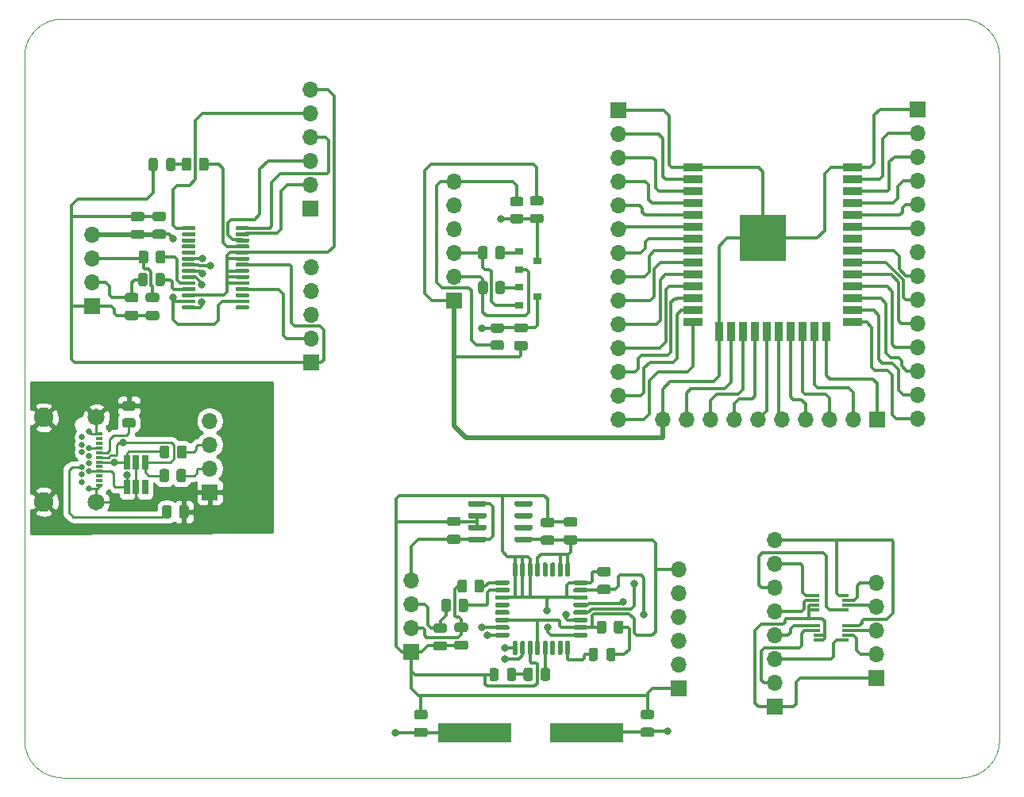
<source format=gbr>
%TF.GenerationSoftware,KiCad,Pcbnew,(5.1.10)-1*%
%TF.CreationDate,2021-08-05T14:48:44-04:00*%
%TF.ProjectId,ftdi-testing-board,66746469-2d74-4657-9374-696e672d626f,rev?*%
%TF.SameCoordinates,Original*%
%TF.FileFunction,Copper,L1,Top*%
%TF.FilePolarity,Positive*%
%FSLAX46Y46*%
G04 Gerber Fmt 4.6, Leading zero omitted, Abs format (unit mm)*
G04 Created by KiCad (PCBNEW (5.1.10)-1) date 2021-08-05 14:48:44*
%MOMM*%
%LPD*%
G01*
G04 APERTURE LIST*
%TA.AperFunction,Profile*%
%ADD10C,0.050000*%
%TD*%
%TA.AperFunction,ComponentPad*%
%ADD11O,1.700000X1.700000*%
%TD*%
%TA.AperFunction,ComponentPad*%
%ADD12R,1.700000X1.700000*%
%TD*%
%TA.AperFunction,SMDPad,CuDef*%
%ADD13R,0.650000X1.560000*%
%TD*%
%TA.AperFunction,ComponentPad*%
%ADD14C,1.815000*%
%TD*%
%TA.AperFunction,ComponentPad*%
%ADD15C,2.085000*%
%TD*%
%TA.AperFunction,ComponentPad*%
%ADD16C,0.650000*%
%TD*%
%TA.AperFunction,SMDPad,CuDef*%
%ADD17R,0.700000X0.350000*%
%TD*%
%TA.AperFunction,SMDPad,CuDef*%
%ADD18R,0.900000X0.800000*%
%TD*%
%TA.AperFunction,SMDPad,CuDef*%
%ADD19R,0.800000X0.300000*%
%TD*%
%TA.AperFunction,SMDPad,CuDef*%
%ADD20R,5.000000X5.000000*%
%TD*%
%TA.AperFunction,SMDPad,CuDef*%
%ADD21R,2.000000X0.900000*%
%TD*%
%TA.AperFunction,SMDPad,CuDef*%
%ADD22R,0.900000X2.000000*%
%TD*%
%TA.AperFunction,SMDPad,CuDef*%
%ADD23R,7.875000X2.000000*%
%TD*%
%TA.AperFunction,ViaPad*%
%ADD24C,0.800000*%
%TD*%
%TA.AperFunction,Conductor*%
%ADD25C,0.300000*%
%TD*%
%TA.AperFunction,Conductor*%
%ADD26C,0.500000*%
%TD*%
%TA.AperFunction,Conductor*%
%ADD27C,0.250000*%
%TD*%
%TA.AperFunction,Conductor*%
%ADD28C,0.254000*%
%TD*%
%TA.AperFunction,Conductor*%
%ADD29C,0.100000*%
%TD*%
G04 APERTURE END LIST*
D10*
X242000000Y-94000000D02*
G75*
G03*
X238000000Y-90000000I-4000000J0D01*
G01*
X238000000Y-171000000D02*
G75*
G03*
X242000000Y-167000000I0J4000000D01*
G01*
X138000000Y-167000000D02*
G75*
G03*
X142000000Y-171000000I4000000J0D01*
G01*
X142000000Y-90000000D02*
G75*
G03*
X138000000Y-94000000I0J-4000000D01*
G01*
X138000000Y-167000000D02*
X138000000Y-94000000D01*
X238000000Y-90000000D02*
X142000000Y-90000000D01*
X242000000Y-167000000D02*
X242000000Y-94000000D01*
X142000000Y-171000000D02*
X238000000Y-171000000D01*
D11*
%TO.P,J13,6*%
%TO.N,Net-(C14-Pad1)*%
X207751680Y-148757640D03*
%TO.P,J13,5*%
%TO.N,Net-(J13-Pad5)*%
X207751680Y-151297640D03*
%TO.P,J13,4*%
%TO.N,Net-(J13-Pad4)*%
X207751680Y-153837640D03*
%TO.P,J13,3*%
%TO.N,Net-(J13-Pad3)*%
X207751680Y-156377640D03*
%TO.P,J13,2*%
%TO.N,Net-(J13-Pad2)*%
X207751680Y-158917640D03*
D12*
%TO.P,J13,1*%
%TO.N,GND2*%
X207751680Y-161457640D03*
%TD*%
D11*
%TO.P,J11,6*%
%TO.N,3V3_FT260*%
X168490900Y-97551240D03*
%TO.P,J11,5*%
%TO.N,Net-(J11-Pad5)*%
X168490900Y-100091240D03*
%TO.P,J11,4*%
%TO.N,Net-(J11-Pad4)*%
X168490900Y-102631240D03*
%TO.P,J11,3*%
%TO.N,Net-(J11-Pad3)*%
X168490900Y-105171240D03*
%TO.P,J11,2*%
%TO.N,Net-(J11-Pad2)*%
X168490900Y-107711240D03*
D12*
%TO.P,J11,1*%
%TO.N,GND3*%
X168490900Y-110251240D03*
%TD*%
D11*
%TO.P,J2,6*%
%TO.N,+3V3*%
X183779160Y-107332780D03*
%TO.P,J2,5*%
%TO.N,ESP_TX*%
X183779160Y-109872780D03*
%TO.P,J2,4*%
%TO.N,ESP_RX*%
X183779160Y-112412780D03*
%TO.P,J2,3*%
%TO.N,Net-(J2-Pad3)*%
X183779160Y-114952780D03*
%TO.P,J2,2*%
%TO.N,Net-(J2-Pad2)*%
X183779160Y-117492780D03*
D12*
%TO.P,J2,1*%
%TO.N,GND*%
X183779160Y-120032780D03*
%TD*%
%TO.P,C1,1*%
%TO.N,ESP_IO0*%
%TA.AperFunction,SMDPad,CuDef*%
G36*
G01*
X193098440Y-111795220D02*
X192148440Y-111795220D01*
G75*
G02*
X191898440Y-111545220I0J250000D01*
G01*
X191898440Y-111045220D01*
G75*
G02*
X192148440Y-110795220I250000J0D01*
G01*
X193098440Y-110795220D01*
G75*
G02*
X193348440Y-111045220I0J-250000D01*
G01*
X193348440Y-111545220D01*
G75*
G02*
X193098440Y-111795220I-250000J0D01*
G01*
G37*
%TD.AperFunction*%
%TO.P,C1,2*%
%TO.N,GND*%
%TA.AperFunction,SMDPad,CuDef*%
G36*
G01*
X193098440Y-109895220D02*
X192148440Y-109895220D01*
G75*
G02*
X191898440Y-109645220I0J250000D01*
G01*
X191898440Y-109145220D01*
G75*
G02*
X192148440Y-108895220I250000J0D01*
G01*
X193098440Y-108895220D01*
G75*
G02*
X193348440Y-109145220I0J-250000D01*
G01*
X193348440Y-109645220D01*
G75*
G02*
X193098440Y-109895220I-250000J0D01*
G01*
G37*
%TD.AperFunction*%
%TD*%
%TO.P,C2,2*%
%TO.N,GND*%
%TA.AperFunction,SMDPad,CuDef*%
G36*
G01*
X190469500Y-124366440D02*
X191419500Y-124366440D01*
G75*
G02*
X191669500Y-124616440I0J-250000D01*
G01*
X191669500Y-125116440D01*
G75*
G02*
X191419500Y-125366440I-250000J0D01*
G01*
X190469500Y-125366440D01*
G75*
G02*
X190219500Y-125116440I0J250000D01*
G01*
X190219500Y-124616440D01*
G75*
G02*
X190469500Y-124366440I250000J0D01*
G01*
G37*
%TD.AperFunction*%
%TO.P,C2,1*%
%TO.N,ESP_EN*%
%TA.AperFunction,SMDPad,CuDef*%
G36*
G01*
X190469500Y-122466440D02*
X191419500Y-122466440D01*
G75*
G02*
X191669500Y-122716440I0J-250000D01*
G01*
X191669500Y-123216440D01*
G75*
G02*
X191419500Y-123466440I-250000J0D01*
G01*
X190469500Y-123466440D01*
G75*
G02*
X190219500Y-123216440I0J250000D01*
G01*
X190219500Y-122716440D01*
G75*
G02*
X190469500Y-122466440I250000J0D01*
G01*
G37*
%TD.AperFunction*%
%TD*%
%TO.P,C3,2*%
%TO.N,GND2*%
%TA.AperFunction,SMDPad,CuDef*%
G36*
G01*
X184091560Y-156342540D02*
X185041560Y-156342540D01*
G75*
G02*
X185291560Y-156592540I0J-250000D01*
G01*
X185291560Y-157092540D01*
G75*
G02*
X185041560Y-157342540I-250000J0D01*
G01*
X184091560Y-157342540D01*
G75*
G02*
X183841560Y-157092540I0J250000D01*
G01*
X183841560Y-156592540D01*
G75*
G02*
X184091560Y-156342540I250000J0D01*
G01*
G37*
%TD.AperFunction*%
%TO.P,C3,1*%
%TO.N,Net-(C3-Pad1)*%
%TA.AperFunction,SMDPad,CuDef*%
G36*
G01*
X184091560Y-154442540D02*
X185041560Y-154442540D01*
G75*
G02*
X185291560Y-154692540I0J-250000D01*
G01*
X185291560Y-155192540D01*
G75*
G02*
X185041560Y-155442540I-250000J0D01*
G01*
X184091560Y-155442540D01*
G75*
G02*
X183841560Y-155192540I0J250000D01*
G01*
X183841560Y-154692540D01*
G75*
G02*
X184091560Y-154442540I250000J0D01*
G01*
G37*
%TD.AperFunction*%
%TD*%
%TO.P,C4,1*%
%TO.N,Net-(C4-Pad1)*%
%TA.AperFunction,SMDPad,CuDef*%
G36*
G01*
X181846200Y-154518700D02*
X182796200Y-154518700D01*
G75*
G02*
X183046200Y-154768700I0J-250000D01*
G01*
X183046200Y-155268700D01*
G75*
G02*
X182796200Y-155518700I-250000J0D01*
G01*
X181846200Y-155518700D01*
G75*
G02*
X181596200Y-155268700I0J250000D01*
G01*
X181596200Y-154768700D01*
G75*
G02*
X181846200Y-154518700I250000J0D01*
G01*
G37*
%TD.AperFunction*%
%TO.P,C4,2*%
%TO.N,GND2*%
%TA.AperFunction,SMDPad,CuDef*%
G36*
G01*
X181846200Y-156418700D02*
X182796200Y-156418700D01*
G75*
G02*
X183046200Y-156668700I0J-250000D01*
G01*
X183046200Y-157168700D01*
G75*
G02*
X182796200Y-157418700I-250000J0D01*
G01*
X181846200Y-157418700D01*
G75*
G02*
X181596200Y-157168700I0J250000D01*
G01*
X181596200Y-156668700D01*
G75*
G02*
X181846200Y-156418700I250000J0D01*
G01*
G37*
%TD.AperFunction*%
%TD*%
%TO.P,C5,1*%
%TO.N,Net-(C13-Pad1)*%
%TA.AperFunction,SMDPad,CuDef*%
G36*
G01*
X152829280Y-113469080D02*
X151879280Y-113469080D01*
G75*
G02*
X151629280Y-113219080I0J250000D01*
G01*
X151629280Y-112719080D01*
G75*
G02*
X151879280Y-112469080I250000J0D01*
G01*
X152829280Y-112469080D01*
G75*
G02*
X153079280Y-112719080I0J-250000D01*
G01*
X153079280Y-113219080D01*
G75*
G02*
X152829280Y-113469080I-250000J0D01*
G01*
G37*
%TD.AperFunction*%
%TO.P,C5,2*%
%TO.N,GND3*%
%TA.AperFunction,SMDPad,CuDef*%
G36*
G01*
X152829280Y-111569080D02*
X151879280Y-111569080D01*
G75*
G02*
X151629280Y-111319080I0J250000D01*
G01*
X151629280Y-110819080D01*
G75*
G02*
X151879280Y-110569080I250000J0D01*
G01*
X152829280Y-110569080D01*
G75*
G02*
X153079280Y-110819080I0J-250000D01*
G01*
X153079280Y-111319080D01*
G75*
G02*
X152829280Y-111569080I-250000J0D01*
G01*
G37*
%TD.AperFunction*%
%TD*%
%TO.P,C6,1*%
%TO.N,Net-(C14-Pad1)*%
%TA.AperFunction,SMDPad,CuDef*%
G36*
G01*
X196700160Y-146092880D02*
X195750160Y-146092880D01*
G75*
G02*
X195500160Y-145842880I0J250000D01*
G01*
X195500160Y-145342880D01*
G75*
G02*
X195750160Y-145092880I250000J0D01*
G01*
X196700160Y-145092880D01*
G75*
G02*
X196950160Y-145342880I0J-250000D01*
G01*
X196950160Y-145842880D01*
G75*
G02*
X196700160Y-146092880I-250000J0D01*
G01*
G37*
%TD.AperFunction*%
%TO.P,C6,2*%
%TO.N,GND2*%
%TA.AperFunction,SMDPad,CuDef*%
G36*
G01*
X196700160Y-144192880D02*
X195750160Y-144192880D01*
G75*
G02*
X195500160Y-143942880I0J250000D01*
G01*
X195500160Y-143442880D01*
G75*
G02*
X195750160Y-143192880I250000J0D01*
G01*
X196700160Y-143192880D01*
G75*
G02*
X196950160Y-143442880I0J-250000D01*
G01*
X196950160Y-143942880D01*
G75*
G02*
X196700160Y-144192880I-250000J0D01*
G01*
G37*
%TD.AperFunction*%
%TD*%
%TO.P,C7,1*%
%TO.N,Net-(C7-Pad1)*%
%TA.AperFunction,SMDPad,CuDef*%
G36*
G01*
X148945580Y-119227980D02*
X149895580Y-119227980D01*
G75*
G02*
X150145580Y-119477980I0J-250000D01*
G01*
X150145580Y-119977980D01*
G75*
G02*
X149895580Y-120227980I-250000J0D01*
G01*
X148945580Y-120227980D01*
G75*
G02*
X148695580Y-119977980I0J250000D01*
G01*
X148695580Y-119477980D01*
G75*
G02*
X148945580Y-119227980I250000J0D01*
G01*
G37*
%TD.AperFunction*%
%TO.P,C7,2*%
%TO.N,GND3*%
%TA.AperFunction,SMDPad,CuDef*%
G36*
G01*
X148945580Y-121127980D02*
X149895580Y-121127980D01*
G75*
G02*
X150145580Y-121377980I0J-250000D01*
G01*
X150145580Y-121877980D01*
G75*
G02*
X149895580Y-122127980I-250000J0D01*
G01*
X148945580Y-122127980D01*
G75*
G02*
X148695580Y-121877980I0J250000D01*
G01*
X148695580Y-121377980D01*
G75*
G02*
X148945580Y-121127980I250000J0D01*
G01*
G37*
%TD.AperFunction*%
%TD*%
%TO.P,C8,1*%
%TO.N,Net-(C8-Pad1)*%
%TA.AperFunction,SMDPad,CuDef*%
G36*
G01*
X180738800Y-166654140D02*
X179788800Y-166654140D01*
G75*
G02*
X179538800Y-166404140I0J250000D01*
G01*
X179538800Y-165904140D01*
G75*
G02*
X179788800Y-165654140I250000J0D01*
G01*
X180738800Y-165654140D01*
G75*
G02*
X180988800Y-165904140I0J-250000D01*
G01*
X180988800Y-166404140D01*
G75*
G02*
X180738800Y-166654140I-250000J0D01*
G01*
G37*
%TD.AperFunction*%
%TO.P,C8,2*%
%TO.N,GND2*%
%TA.AperFunction,SMDPad,CuDef*%
G36*
G01*
X180738800Y-164754140D02*
X179788800Y-164754140D01*
G75*
G02*
X179538800Y-164504140I0J250000D01*
G01*
X179538800Y-164004140D01*
G75*
G02*
X179788800Y-163754140I250000J0D01*
G01*
X180738800Y-163754140D01*
G75*
G02*
X180988800Y-164004140I0J-250000D01*
G01*
X180988800Y-164504140D01*
G75*
G02*
X180738800Y-164754140I-250000J0D01*
G01*
G37*
%TD.AperFunction*%
%TD*%
%TO.P,C9,1*%
%TO.N,Net-(C9-Pad1)*%
%TA.AperFunction,SMDPad,CuDef*%
G36*
G01*
X151155380Y-119230480D02*
X152105380Y-119230480D01*
G75*
G02*
X152355380Y-119480480I0J-250000D01*
G01*
X152355380Y-119980480D01*
G75*
G02*
X152105380Y-120230480I-250000J0D01*
G01*
X151155380Y-120230480D01*
G75*
G02*
X150905380Y-119980480I0J250000D01*
G01*
X150905380Y-119480480D01*
G75*
G02*
X151155380Y-119230480I250000J0D01*
G01*
G37*
%TD.AperFunction*%
%TO.P,C9,2*%
%TO.N,GND3*%
%TA.AperFunction,SMDPad,CuDef*%
G36*
G01*
X151155380Y-121130480D02*
X152105380Y-121130480D01*
G75*
G02*
X152355380Y-121380480I0J-250000D01*
G01*
X152355380Y-121880480D01*
G75*
G02*
X152105380Y-122130480I-250000J0D01*
G01*
X151155380Y-122130480D01*
G75*
G02*
X150905380Y-121880480I0J250000D01*
G01*
X150905380Y-121380480D01*
G75*
G02*
X151155380Y-121130480I250000J0D01*
G01*
G37*
%TD.AperFunction*%
%TD*%
%TO.P,C10,2*%
%TO.N,GND2*%
%TA.AperFunction,SMDPad,CuDef*%
G36*
G01*
X204896740Y-164733860D02*
X203946740Y-164733860D01*
G75*
G02*
X203696740Y-164483860I0J250000D01*
G01*
X203696740Y-163983860D01*
G75*
G02*
X203946740Y-163733860I250000J0D01*
G01*
X204896740Y-163733860D01*
G75*
G02*
X205146740Y-163983860I0J-250000D01*
G01*
X205146740Y-164483860D01*
G75*
G02*
X204896740Y-164733860I-250000J0D01*
G01*
G37*
%TD.AperFunction*%
%TO.P,C10,1*%
%TO.N,Net-(C10-Pad1)*%
%TA.AperFunction,SMDPad,CuDef*%
G36*
G01*
X204896740Y-166633860D02*
X203946740Y-166633860D01*
G75*
G02*
X203696740Y-166383860I0J250000D01*
G01*
X203696740Y-165883860D01*
G75*
G02*
X203946740Y-165633860I250000J0D01*
G01*
X204896740Y-165633860D01*
G75*
G02*
X205146740Y-165883860I0J-250000D01*
G01*
X205146740Y-166383860D01*
G75*
G02*
X204896740Y-166633860I-250000J0D01*
G01*
G37*
%TD.AperFunction*%
%TD*%
%TO.P,C11,2*%
%TO.N,GND2*%
%TA.AperFunction,SMDPad,CuDef*%
G36*
G01*
X200263780Y-149496400D02*
X199313780Y-149496400D01*
G75*
G02*
X199063780Y-149246400I0J250000D01*
G01*
X199063780Y-148746400D01*
G75*
G02*
X199313780Y-148496400I250000J0D01*
G01*
X200263780Y-148496400D01*
G75*
G02*
X200513780Y-148746400I0J-250000D01*
G01*
X200513780Y-149246400D01*
G75*
G02*
X200263780Y-149496400I-250000J0D01*
G01*
G37*
%TD.AperFunction*%
%TO.P,C11,1*%
%TO.N,Net-(C11-Pad1)*%
%TA.AperFunction,SMDPad,CuDef*%
G36*
G01*
X200263780Y-151396400D02*
X199313780Y-151396400D01*
G75*
G02*
X199063780Y-151146400I0J250000D01*
G01*
X199063780Y-150646400D01*
G75*
G02*
X199313780Y-150396400I250000J0D01*
G01*
X200263780Y-150396400D01*
G75*
G02*
X200513780Y-150646400I0J-250000D01*
G01*
X200513780Y-151146400D01*
G75*
G02*
X200263780Y-151396400I-250000J0D01*
G01*
G37*
%TD.AperFunction*%
%TD*%
D13*
%TO.P,D1,1*%
%TO.N,Net-(D1-Pad1)*%
X150835400Y-137283200D03*
%TO.P,D1,2*%
%TO.N,GND1*%
X149885400Y-137283200D03*
%TO.P,D1,3*%
%TO.N,Net-(D1-Pad3)*%
X148935400Y-137283200D03*
%TO.P,D1,4*%
%TO.N,Net-(D1-Pad4)*%
X148935400Y-139983200D03*
%TO.P,D1,6*%
%TO.N,Net-(D1-Pad6)*%
X150835400Y-139983200D03*
%TO.P,D1,5*%
%TO.N,GND1*%
X149885400Y-139983200D03*
%TD*%
%TO.P,D2,1*%
%TO.N,Net-(D2-Pad1)*%
%TA.AperFunction,SMDPad,CuDef*%
G36*
G01*
X198170980Y-158291850D02*
X198170980Y-157379350D01*
G75*
G02*
X198414730Y-157135600I243750J0D01*
G01*
X198902230Y-157135600D01*
G75*
G02*
X199145980Y-157379350I0J-243750D01*
G01*
X199145980Y-158291850D01*
G75*
G02*
X198902230Y-158535600I-243750J0D01*
G01*
X198414730Y-158535600D01*
G75*
G02*
X198170980Y-158291850I0J243750D01*
G01*
G37*
%TD.AperFunction*%
%TO.P,D2,2*%
%TO.N,Net-(D2-Pad2)*%
%TA.AperFunction,SMDPad,CuDef*%
G36*
G01*
X200045980Y-158291850D02*
X200045980Y-157379350D01*
G75*
G02*
X200289730Y-157135600I243750J0D01*
G01*
X200777230Y-157135600D01*
G75*
G02*
X201020980Y-157379350I0J-243750D01*
G01*
X201020980Y-158291850D01*
G75*
G02*
X200777230Y-158535600I-243750J0D01*
G01*
X200289730Y-158535600D01*
G75*
G02*
X200045980Y-158291850I0J243750D01*
G01*
G37*
%TD.AperFunction*%
%TD*%
%TO.P,D3,1*%
%TO.N,GND2*%
%TA.AperFunction,SMDPad,CuDef*%
G36*
G01*
X187571320Y-160438150D02*
X187571320Y-159525650D01*
G75*
G02*
X187815070Y-159281900I243750J0D01*
G01*
X188302570Y-159281900D01*
G75*
G02*
X188546320Y-159525650I0J-243750D01*
G01*
X188546320Y-160438150D01*
G75*
G02*
X188302570Y-160681900I-243750J0D01*
G01*
X187815070Y-160681900D01*
G75*
G02*
X187571320Y-160438150I0J243750D01*
G01*
G37*
%TD.AperFunction*%
%TO.P,D3,2*%
%TO.N,Net-(D3-Pad2)*%
%TA.AperFunction,SMDPad,CuDef*%
G36*
G01*
X189446320Y-160438150D02*
X189446320Y-159525650D01*
G75*
G02*
X189690070Y-159281900I243750J0D01*
G01*
X190177570Y-159281900D01*
G75*
G02*
X190421320Y-159525650I0J-243750D01*
G01*
X190421320Y-160438150D01*
G75*
G02*
X190177570Y-160681900I-243750J0D01*
G01*
X189690070Y-160681900D01*
G75*
G02*
X189446320Y-160438150I0J243750D01*
G01*
G37*
%TD.AperFunction*%
%TD*%
%TO.P,D4,2*%
%TO.N,Net-(D4-Pad2)*%
%TA.AperFunction,SMDPad,CuDef*%
G36*
G01*
X153094080Y-105978010D02*
X153094080Y-105065510D01*
G75*
G02*
X153337830Y-104821760I243750J0D01*
G01*
X153825330Y-104821760D01*
G75*
G02*
X154069080Y-105065510I0J-243750D01*
G01*
X154069080Y-105978010D01*
G75*
G02*
X153825330Y-106221760I-243750J0D01*
G01*
X153337830Y-106221760D01*
G75*
G02*
X153094080Y-105978010I0J243750D01*
G01*
G37*
%TD.AperFunction*%
%TO.P,D4,1*%
%TO.N,GND3*%
%TA.AperFunction,SMDPad,CuDef*%
G36*
G01*
X151219080Y-105978010D02*
X151219080Y-105065510D01*
G75*
G02*
X151462830Y-104821760I243750J0D01*
G01*
X151950330Y-104821760D01*
G75*
G02*
X152194080Y-105065510I0J-243750D01*
G01*
X152194080Y-105978010D01*
G75*
G02*
X151950330Y-106221760I-243750J0D01*
G01*
X151462830Y-106221760D01*
G75*
G02*
X151219080Y-105978010I0J243750D01*
G01*
G37*
%TD.AperFunction*%
%TD*%
%TO.P,FB1,2*%
%TO.N,Net-(D1-Pad3)*%
%TA.AperFunction,SMDPad,CuDef*%
G36*
G01*
X153447800Y-135770199D02*
X153447800Y-136670201D01*
G75*
G02*
X153197801Y-136920200I-249999J0D01*
G01*
X152672799Y-136920200D01*
G75*
G02*
X152422800Y-136670201I0J249999D01*
G01*
X152422800Y-135770199D01*
G75*
G02*
X152672799Y-135520200I249999J0D01*
G01*
X153197801Y-135520200D01*
G75*
G02*
X153447800Y-135770199I0J-249999D01*
G01*
G37*
%TD.AperFunction*%
%TO.P,FB1,1*%
%TO.N,Net-(FB1-Pad1)*%
%TA.AperFunction,SMDPad,CuDef*%
G36*
G01*
X155272800Y-135770199D02*
X155272800Y-136670201D01*
G75*
G02*
X155022801Y-136920200I-249999J0D01*
G01*
X154497799Y-136920200D01*
G75*
G02*
X154247800Y-136670201I0J249999D01*
G01*
X154247800Y-135770199D01*
G75*
G02*
X154497799Y-135520200I249999J0D01*
G01*
X155022801Y-135520200D01*
G75*
G02*
X155272800Y-135770199I0J-249999D01*
G01*
G37*
%TD.AperFunction*%
%TD*%
%TO.P,FB2,1*%
%TO.N,Net-(FB2-Pad1)*%
%TA.AperFunction,SMDPad,CuDef*%
G36*
G01*
X155222000Y-138284799D02*
X155222000Y-139184801D01*
G75*
G02*
X154972001Y-139434800I-249999J0D01*
G01*
X154446999Y-139434800D01*
G75*
G02*
X154197000Y-139184801I0J249999D01*
G01*
X154197000Y-138284799D01*
G75*
G02*
X154446999Y-138034800I249999J0D01*
G01*
X154972001Y-138034800D01*
G75*
G02*
X155222000Y-138284799I0J-249999D01*
G01*
G37*
%TD.AperFunction*%
%TO.P,FB2,2*%
%TO.N,Net-(D1-Pad1)*%
%TA.AperFunction,SMDPad,CuDef*%
G36*
G01*
X153397000Y-138284799D02*
X153397000Y-139184801D01*
G75*
G02*
X153147001Y-139434800I-249999J0D01*
G01*
X152621999Y-139434800D01*
G75*
G02*
X152372000Y-139184801I0J249999D01*
G01*
X152372000Y-138284799D01*
G75*
G02*
X152621999Y-138034800I249999J0D01*
G01*
X153147001Y-138034800D01*
G75*
G02*
X153397000Y-138284799I0J-249999D01*
G01*
G37*
%TD.AperFunction*%
%TD*%
D12*
%TO.P,J1,1*%
%TO.N,GND*%
X201340720Y-99728020D03*
D11*
%TO.P,J1,2*%
%TO.N,+3V3*%
X201340720Y-102268020D03*
%TO.P,J1,3*%
%TO.N,ESP_EN*%
X201340720Y-104808020D03*
%TO.P,J1,4*%
%TO.N,SENSOR_VP*%
X201340720Y-107348020D03*
%TO.P,J1,5*%
%TO.N,SENSOR_VN*%
X201340720Y-109888020D03*
%TO.P,J1,6*%
%TO.N,ESP_IO34*%
X201340720Y-112428020D03*
%TO.P,J1,7*%
%TO.N,ESP_IO35*%
X201340720Y-114968020D03*
%TO.P,J1,8*%
%TO.N,ESP_IO32*%
X201340720Y-117508020D03*
%TO.P,J1,9*%
%TO.N,ESP_IO33*%
X201340720Y-120048020D03*
%TO.P,J1,10*%
%TO.N,ESP_IO25*%
X201340720Y-122588020D03*
%TO.P,J1,11*%
%TO.N,ESP_IO26*%
X201340720Y-125128020D03*
%TO.P,J1,12*%
%TO.N,ESP_IO27*%
X201340720Y-127668020D03*
%TO.P,J1,13*%
%TO.N,ESP_IO14*%
X201340720Y-130208020D03*
%TO.P,J1,14*%
%TO.N,ESP_IO12*%
X201340720Y-132748020D03*
%TD*%
D14*
%TO.P,J3,S4*%
%TO.N,GND1*%
X145630200Y-141533000D03*
D15*
%TO.P,J3,S3*%
X140030200Y-141533000D03*
%TO.P,J3,S2*%
X140030200Y-132533000D03*
D14*
%TO.P,J3,S1*%
X145630200Y-132533000D03*
D16*
%TO.P,J3,B12*%
X144830200Y-133983000D03*
%TO.P,J3,B11*%
%TO.N,Net-(J3-PadB11)*%
X144130200Y-134633000D03*
%TO.P,J3,B10*%
%TO.N,Net-(J3-PadB10)*%
X144130200Y-135433000D03*
%TO.P,J3,B9*%
%TO.N,Net-(D1-Pad4)*%
X144830200Y-135833000D03*
%TO.P,J3,B8*%
%TO.N,Net-(J3-PadB8)*%
X144130200Y-136233000D03*
%TO.P,J3,B7*%
%TO.N,Net-(D1-Pad3)*%
X144830200Y-136633000D03*
%TO.P,J3,B6*%
%TO.N,Net-(D1-Pad1)*%
X144830200Y-137433000D03*
%TO.P,J3,B5*%
%TO.N,Net-(J3-PadB5)*%
X144130200Y-137833000D03*
%TO.P,J3,B4*%
%TO.N,Net-(D1-Pad4)*%
X144830200Y-138233000D03*
%TO.P,J3,B3*%
%TO.N,Net-(J3-PadB3)*%
X144130200Y-138633000D03*
%TO.P,J3,B2*%
%TO.N,Net-(J3-PadB2)*%
X144130200Y-139433000D03*
%TO.P,J3,B1*%
%TO.N,GND1*%
X144830200Y-140083000D03*
D17*
%TO.P,J3,A12*%
X145980200Y-139783000D03*
%TO.P,J3,A11*%
%TO.N,Net-(J3-PadA11)*%
X145980200Y-139283000D03*
%TO.P,J3,A10*%
%TO.N,Net-(J3-PadA10)*%
X145980200Y-138783000D03*
%TO.P,J3,A9*%
%TO.N,Net-(D1-Pad4)*%
X145980200Y-138283000D03*
%TO.P,J3,A8*%
%TO.N,Net-(J3-PadA8)*%
X145980200Y-137783000D03*
%TO.P,J3,A7*%
%TO.N,Net-(D1-Pad3)*%
X145980200Y-137283000D03*
%TO.P,J3,A6*%
%TO.N,Net-(D1-Pad1)*%
X145980200Y-136783000D03*
%TO.P,J3,A5*%
%TO.N,Net-(J3-PadA5)*%
X145980200Y-136283000D03*
%TO.P,J3,A4*%
%TO.N,Net-(D1-Pad4)*%
X145980200Y-135783000D03*
%TO.P,J3,A3*%
%TO.N,Net-(J3-PadA3)*%
X145980200Y-135283000D03*
%TO.P,J3,A2*%
%TO.N,Net-(J3-PadA2)*%
X145980200Y-134783000D03*
%TO.P,J3,A1*%
%TO.N,GND1*%
X145980200Y-134283000D03*
%TD*%
D11*
%TO.P,J4,14*%
%TO.N,ESP_IO0*%
X233210100Y-132633720D03*
%TO.P,J4,13*%
%TO.N,ESP_IO4*%
X233210100Y-130093720D03*
%TO.P,J4,12*%
%TO.N,ESP_IO16*%
X233210100Y-127553720D03*
%TO.P,J4,11*%
%TO.N,ESP_IO17*%
X233210100Y-125013720D03*
%TO.P,J4,10*%
%TO.N,ESP_IO5*%
X233210100Y-122473720D03*
%TO.P,J4,9*%
%TO.N,ESP_IO18*%
X233210100Y-119933720D03*
%TO.P,J4,8*%
%TO.N,ESP_IO19*%
X233210100Y-117393720D03*
%TO.P,J4,7*%
%TO.N,Net-(J4-Pad7)*%
X233210100Y-114853720D03*
%TO.P,J4,6*%
%TO.N,ESP_IO21*%
X233210100Y-112313720D03*
%TO.P,J4,5*%
%TO.N,ESP_RX*%
X233210100Y-109773720D03*
%TO.P,J4,4*%
%TO.N,ESP_TX*%
X233210100Y-107233720D03*
%TO.P,J4,3*%
%TO.N,ESP_IO22*%
X233210100Y-104693720D03*
%TO.P,J4,2*%
%TO.N,ESP_IO23*%
X233210100Y-102153720D03*
D12*
%TO.P,J4,1*%
%TO.N,GND*%
X233210100Y-99613720D03*
%TD*%
%TO.P,J5,1*%
%TO.N,ESP_IO2*%
X228909880Y-132727700D03*
D11*
%TO.P,J5,2*%
%TO.N,ESP_IO15*%
X226369880Y-132727700D03*
%TO.P,J5,3*%
%TO.N,SD1*%
X223829880Y-132727700D03*
%TO.P,J5,4*%
%TO.N,SD0*%
X221289880Y-132727700D03*
%TO.P,J5,5*%
%TO.N,CLK*%
X218749880Y-132727700D03*
%TO.P,J5,6*%
%TO.N,CMD*%
X216209880Y-132727700D03*
%TO.P,J5,7*%
%TO.N,SD3*%
X213669880Y-132727700D03*
%TO.P,J5,8*%
%TO.N,SD2*%
X211129880Y-132727700D03*
%TO.P,J5,9*%
%TO.N,ESP_IO13*%
X208589880Y-132727700D03*
%TO.P,J5,10*%
%TO.N,GND*%
X206049880Y-132727700D03*
%TD*%
D12*
%TO.P,J6,1*%
%TO.N,GNDA*%
X218033600Y-163441380D03*
D11*
%TO.P,J6,2*%
%TO.N,Net-(J6-Pad2)*%
X218033600Y-160901380D03*
%TO.P,J6,3*%
%TO.N,Net-(J6-Pad3)*%
X218033600Y-158361380D03*
%TO.P,J6,4*%
%TO.N,Net-(J6-Pad4)*%
X218033600Y-155821380D03*
%TO.P,J6,5*%
%TO.N,Net-(J6-Pad5)*%
X218033600Y-153281380D03*
%TO.P,J6,6*%
%TO.N,Net-(J6-Pad6)*%
X218033600Y-150741380D03*
%TO.P,J6,7*%
%TO.N,Net-(J6-Pad7)*%
X218033600Y-148201380D03*
%TO.P,J6,8*%
%TO.N,Net-(J6-Pad8)*%
X218033600Y-145661380D03*
%TD*%
%TO.P,J7,4*%
%TO.N,Net-(D1-Pad4)*%
X157734000Y-132892800D03*
%TO.P,J7,3*%
%TO.N,Net-(FB1-Pad1)*%
X157734000Y-135432800D03*
%TO.P,J7,2*%
%TO.N,Net-(FB2-Pad1)*%
X157734000Y-137972800D03*
D12*
%TO.P,J7,1*%
%TO.N,GND1*%
X157734000Y-140512800D03*
%TD*%
D11*
%TO.P,J8,5*%
%TO.N,Net-(J8-Pad5)*%
X228828600Y-150207980D03*
%TO.P,J8,4*%
%TO.N,Net-(J8-Pad4)*%
X228828600Y-152747980D03*
%TO.P,J8,3*%
%TO.N,Net-(J8-Pad3)*%
X228828600Y-155287980D03*
%TO.P,J8,2*%
%TO.N,Net-(J8-Pad2)*%
X228828600Y-157827980D03*
D12*
%TO.P,J8,1*%
%TO.N,GNDA*%
X228828600Y-160367980D03*
%TD*%
%TO.P,J9,1*%
%TO.N,GND2*%
X179270660Y-157530800D03*
D11*
%TO.P,J9,2*%
%TO.N,Net-(C3-Pad1)*%
X179270660Y-154990800D03*
%TO.P,J9,3*%
%TO.N,Net-(C4-Pad1)*%
X179270660Y-152450800D03*
%TO.P,J9,4*%
%TO.N,Net-(C12-Pad1)*%
X179270660Y-149910800D03*
%TD*%
D12*
%TO.P,J10,1*%
%TO.N,GND3*%
X145191480Y-120667780D03*
D11*
%TO.P,J10,2*%
%TO.N,Net-(C7-Pad1)*%
X145191480Y-118127780D03*
%TO.P,J10,3*%
%TO.N,Net-(C9-Pad1)*%
X145191480Y-115587780D03*
%TO.P,J10,4*%
%TO.N,Net-(C13-Pad1)*%
X145191480Y-113047780D03*
%TD*%
D12*
%TO.P,J12,1*%
%TO.N,GND3*%
X168526460Y-126674880D03*
D11*
%TO.P,J12,2*%
%TO.N,Net-(J12-Pad2)*%
X168526460Y-124134880D03*
%TO.P,J12,3*%
%TO.N,Net-(J12-Pad3)*%
X168526460Y-121594880D03*
%TO.P,J12,4*%
%TO.N,Net-(J12-Pad4)*%
X168526460Y-119054880D03*
%TO.P,J12,5*%
%TO.N,Net-(J12-Pad5)*%
X168526460Y-116514880D03*
%TD*%
D18*
%TO.P,Q1,3*%
%TO.N,ESP_IO0*%
X192726820Y-115788440D03*
%TO.P,Q1,2*%
%TO.N,Net-(J2-Pad2)*%
X190726820Y-116738440D03*
%TO.P,Q1,1*%
%TO.N,Net-(Q1-Pad1)*%
X190726820Y-114838440D03*
%TD*%
%TO.P,Q2,1*%
%TO.N,Net-(Q2-Pad1)*%
X190726820Y-118635740D03*
%TO.P,Q2,2*%
%TO.N,Net-(J2-Pad3)*%
X190726820Y-120535740D03*
%TO.P,Q2,3*%
%TO.N,ESP_EN*%
X192726820Y-119585740D03*
%TD*%
%TO.P,R1,2*%
%TO.N,Net-(J2-Pad3)*%
%TA.AperFunction,SMDPad,CuDef*%
G36*
G01*
X187389820Y-114487539D02*
X187389820Y-115387541D01*
G75*
G02*
X187139821Y-115637540I-249999J0D01*
G01*
X186614819Y-115637540D01*
G75*
G02*
X186364820Y-115387541I0J249999D01*
G01*
X186364820Y-114487539D01*
G75*
G02*
X186614819Y-114237540I249999J0D01*
G01*
X187139821Y-114237540D01*
G75*
G02*
X187389820Y-114487539I0J-249999D01*
G01*
G37*
%TD.AperFunction*%
%TO.P,R1,1*%
%TO.N,Net-(Q1-Pad1)*%
%TA.AperFunction,SMDPad,CuDef*%
G36*
G01*
X189214820Y-114487539D02*
X189214820Y-115387541D01*
G75*
G02*
X188964821Y-115637540I-249999J0D01*
G01*
X188439819Y-115637540D01*
G75*
G02*
X188189820Y-115387541I0J249999D01*
G01*
X188189820Y-114487539D01*
G75*
G02*
X188439819Y-114237540I249999J0D01*
G01*
X188964821Y-114237540D01*
G75*
G02*
X189214820Y-114487539I0J-249999D01*
G01*
G37*
%TD.AperFunction*%
%TD*%
%TO.P,R2,1*%
%TO.N,Net-(Q2-Pad1)*%
%TA.AperFunction,SMDPad,CuDef*%
G36*
G01*
X189230060Y-118218799D02*
X189230060Y-119118801D01*
G75*
G02*
X188980061Y-119368800I-249999J0D01*
G01*
X188455059Y-119368800D01*
G75*
G02*
X188205060Y-119118801I0J249999D01*
G01*
X188205060Y-118218799D01*
G75*
G02*
X188455059Y-117968800I249999J0D01*
G01*
X188980061Y-117968800D01*
G75*
G02*
X189230060Y-118218799I0J-249999D01*
G01*
G37*
%TD.AperFunction*%
%TO.P,R2,2*%
%TO.N,Net-(J2-Pad2)*%
%TA.AperFunction,SMDPad,CuDef*%
G36*
G01*
X187405060Y-118218799D02*
X187405060Y-119118801D01*
G75*
G02*
X187155061Y-119368800I-249999J0D01*
G01*
X186630059Y-119368800D01*
G75*
G02*
X186380060Y-119118801I0J249999D01*
G01*
X186380060Y-118218799D01*
G75*
G02*
X186630059Y-117968800I249999J0D01*
G01*
X187155061Y-117968800D01*
G75*
G02*
X187405060Y-118218799I0J-249999D01*
G01*
G37*
%TD.AperFunction*%
%TD*%
%TO.P,R3,1*%
%TO.N,Net-(J3-PadB5)*%
%TA.AperFunction,SMDPad,CuDef*%
G36*
G01*
X152651400Y-143045601D02*
X152651400Y-142145599D01*
G75*
G02*
X152901399Y-141895600I249999J0D01*
G01*
X153426401Y-141895600D01*
G75*
G02*
X153676400Y-142145599I0J-249999D01*
G01*
X153676400Y-143045601D01*
G75*
G02*
X153426401Y-143295600I-249999J0D01*
G01*
X152901399Y-143295600D01*
G75*
G02*
X152651400Y-143045601I0J249999D01*
G01*
G37*
%TD.AperFunction*%
%TO.P,R3,2*%
%TO.N,GND1*%
%TA.AperFunction,SMDPad,CuDef*%
G36*
G01*
X154476400Y-143045601D02*
X154476400Y-142145599D01*
G75*
G02*
X154726399Y-141895600I249999J0D01*
G01*
X155251401Y-141895600D01*
G75*
G02*
X155501400Y-142145599I0J-249999D01*
G01*
X155501400Y-143045601D01*
G75*
G02*
X155251401Y-143295600I-249999J0D01*
G01*
X154726399Y-143295600D01*
G75*
G02*
X154476400Y-143045601I0J249999D01*
G01*
G37*
%TD.AperFunction*%
%TD*%
%TO.P,R4,2*%
%TO.N,GND1*%
%TA.AperFunction,SMDPad,CuDef*%
G36*
G01*
X149573401Y-131807000D02*
X148673399Y-131807000D01*
G75*
G02*
X148423400Y-131557001I0J249999D01*
G01*
X148423400Y-131031999D01*
G75*
G02*
X148673399Y-130782000I249999J0D01*
G01*
X149573401Y-130782000D01*
G75*
G02*
X149823400Y-131031999I0J-249999D01*
G01*
X149823400Y-131557001D01*
G75*
G02*
X149573401Y-131807000I-249999J0D01*
G01*
G37*
%TD.AperFunction*%
%TO.P,R4,1*%
%TO.N,Net-(J3-PadA5)*%
%TA.AperFunction,SMDPad,CuDef*%
G36*
G01*
X149573401Y-133632000D02*
X148673399Y-133632000D01*
G75*
G02*
X148423400Y-133382001I0J249999D01*
G01*
X148423400Y-132856999D01*
G75*
G02*
X148673399Y-132607000I249999J0D01*
G01*
X149573401Y-132607000D01*
G75*
G02*
X149823400Y-132856999I0J-249999D01*
G01*
X149823400Y-133382001D01*
G75*
G02*
X149573401Y-133632000I-249999J0D01*
G01*
G37*
%TD.AperFunction*%
%TD*%
%TO.P,R5,2*%
%TO.N,ESP_IO0*%
%TA.AperFunction,SMDPad,CuDef*%
G36*
G01*
X190042379Y-110785860D02*
X190942381Y-110785860D01*
G75*
G02*
X191192380Y-111035859I0J-249999D01*
G01*
X191192380Y-111560861D01*
G75*
G02*
X190942381Y-111810860I-249999J0D01*
G01*
X190042379Y-111810860D01*
G75*
G02*
X189792380Y-111560861I0J249999D01*
G01*
X189792380Y-111035859D01*
G75*
G02*
X190042379Y-110785860I249999J0D01*
G01*
G37*
%TD.AperFunction*%
%TO.P,R5,1*%
%TO.N,+3V3*%
%TA.AperFunction,SMDPad,CuDef*%
G36*
G01*
X190042379Y-108960860D02*
X190942381Y-108960860D01*
G75*
G02*
X191192380Y-109210859I0J-249999D01*
G01*
X191192380Y-109735861D01*
G75*
G02*
X190942381Y-109985860I-249999J0D01*
G01*
X190042379Y-109985860D01*
G75*
G02*
X189792380Y-109735861I0J249999D01*
G01*
X189792380Y-109210859D01*
G75*
G02*
X190042379Y-108960860I249999J0D01*
G01*
G37*
%TD.AperFunction*%
%TD*%
%TO.P,R6,1*%
%TO.N,+3V3*%
%TA.AperFunction,SMDPad,CuDef*%
G36*
G01*
X188864661Y-125323020D02*
X187964659Y-125323020D01*
G75*
G02*
X187714660Y-125073021I0J249999D01*
G01*
X187714660Y-124548019D01*
G75*
G02*
X187964659Y-124298020I249999J0D01*
G01*
X188864661Y-124298020D01*
G75*
G02*
X189114660Y-124548019I0J-249999D01*
G01*
X189114660Y-125073021D01*
G75*
G02*
X188864661Y-125323020I-249999J0D01*
G01*
G37*
%TD.AperFunction*%
%TO.P,R6,2*%
%TO.N,ESP_EN*%
%TA.AperFunction,SMDPad,CuDef*%
G36*
G01*
X188864661Y-123498020D02*
X187964659Y-123498020D01*
G75*
G02*
X187714660Y-123248021I0J249999D01*
G01*
X187714660Y-122723019D01*
G75*
G02*
X187964659Y-122473020I249999J0D01*
G01*
X188864661Y-122473020D01*
G75*
G02*
X189114660Y-122723019I0J-249999D01*
G01*
X189114660Y-123248021D01*
G75*
G02*
X188864661Y-123498020I-249999J0D01*
G01*
G37*
%TD.AperFunction*%
%TD*%
%TO.P,R7,2*%
%TO.N,Net-(C4-Pad1)*%
%TA.AperFunction,SMDPad,CuDef*%
G36*
G01*
X183475040Y-152137959D02*
X183475040Y-153037961D01*
G75*
G02*
X183225041Y-153287960I-249999J0D01*
G01*
X182700039Y-153287960D01*
G75*
G02*
X182450040Y-153037961I0J249999D01*
G01*
X182450040Y-152137959D01*
G75*
G02*
X182700039Y-151887960I249999J0D01*
G01*
X183225041Y-151887960D01*
G75*
G02*
X183475040Y-152137959I0J-249999D01*
G01*
G37*
%TD.AperFunction*%
%TO.P,R7,1*%
%TO.N,Net-(R7-Pad1)*%
%TA.AperFunction,SMDPad,CuDef*%
G36*
G01*
X185300040Y-152137959D02*
X185300040Y-153037961D01*
G75*
G02*
X185050041Y-153287960I-249999J0D01*
G01*
X184525039Y-153287960D01*
G75*
G02*
X184275040Y-153037961I0J249999D01*
G01*
X184275040Y-152137959D01*
G75*
G02*
X184525039Y-151887960I249999J0D01*
G01*
X185050041Y-151887960D01*
G75*
G02*
X185300040Y-152137959I0J-249999D01*
G01*
G37*
%TD.AperFunction*%
%TD*%
%TO.P,R8,1*%
%TO.N,Net-(R8-Pad1)*%
%TA.AperFunction,SMDPad,CuDef*%
G36*
G01*
X187009460Y-150093259D02*
X187009460Y-150993261D01*
G75*
G02*
X186759461Y-151243260I-249999J0D01*
G01*
X186234459Y-151243260D01*
G75*
G02*
X185984460Y-150993261I0J249999D01*
G01*
X185984460Y-150093259D01*
G75*
G02*
X186234459Y-149843260I249999J0D01*
G01*
X186759461Y-149843260D01*
G75*
G02*
X187009460Y-150093259I0J-249999D01*
G01*
G37*
%TD.AperFunction*%
%TO.P,R8,2*%
%TO.N,Net-(C3-Pad1)*%
%TA.AperFunction,SMDPad,CuDef*%
G36*
G01*
X185184460Y-150093259D02*
X185184460Y-150993261D01*
G75*
G02*
X184934461Y-151243260I-249999J0D01*
G01*
X184409459Y-151243260D01*
G75*
G02*
X184159460Y-150993261I0J249999D01*
G01*
X184159460Y-150093259D01*
G75*
G02*
X184409459Y-149843260I249999J0D01*
G01*
X184934461Y-149843260D01*
G75*
G02*
X185184460Y-150093259I0J-249999D01*
G01*
G37*
%TD.AperFunction*%
%TD*%
%TO.P,R9,1*%
%TO.N,Net-(R9-Pad1)*%
%TA.AperFunction,SMDPad,CuDef*%
G36*
G01*
X153004580Y-114959979D02*
X153004580Y-115859981D01*
G75*
G02*
X152754581Y-116109980I-249999J0D01*
G01*
X152229579Y-116109980D01*
G75*
G02*
X151979580Y-115859981I0J249999D01*
G01*
X151979580Y-114959979D01*
G75*
G02*
X152229579Y-114709980I249999J0D01*
G01*
X152754581Y-114709980D01*
G75*
G02*
X153004580Y-114959979I0J-249999D01*
G01*
G37*
%TD.AperFunction*%
%TO.P,R9,2*%
%TO.N,Net-(C9-Pad1)*%
%TA.AperFunction,SMDPad,CuDef*%
G36*
G01*
X151179580Y-114959979D02*
X151179580Y-115859981D01*
G75*
G02*
X150929581Y-116109980I-249999J0D01*
G01*
X150404579Y-116109980D01*
G75*
G02*
X150154580Y-115859981I0J249999D01*
G01*
X150154580Y-114959979D01*
G75*
G02*
X150404579Y-114709980I249999J0D01*
G01*
X150929581Y-114709980D01*
G75*
G02*
X151179580Y-114959979I0J-249999D01*
G01*
G37*
%TD.AperFunction*%
%TD*%
%TO.P,R10,2*%
%TO.N,Net-(C7-Pad1)*%
%TA.AperFunction,SMDPad,CuDef*%
G36*
G01*
X151130680Y-117360279D02*
X151130680Y-118260281D01*
G75*
G02*
X150880681Y-118510280I-249999J0D01*
G01*
X150355679Y-118510280D01*
G75*
G02*
X150105680Y-118260281I0J249999D01*
G01*
X150105680Y-117360279D01*
G75*
G02*
X150355679Y-117110280I249999J0D01*
G01*
X150880681Y-117110280D01*
G75*
G02*
X151130680Y-117360279I0J-249999D01*
G01*
G37*
%TD.AperFunction*%
%TO.P,R10,1*%
%TO.N,Net-(R10-Pad1)*%
%TA.AperFunction,SMDPad,CuDef*%
G36*
G01*
X152955680Y-117360279D02*
X152955680Y-118260281D01*
G75*
G02*
X152705681Y-118510280I-249999J0D01*
G01*
X152180679Y-118510280D01*
G75*
G02*
X151930680Y-118260281I0J249999D01*
G01*
X151930680Y-117360279D01*
G75*
G02*
X152180679Y-117110280I249999J0D01*
G01*
X152705681Y-117110280D01*
G75*
G02*
X152955680Y-117360279I0J-249999D01*
G01*
G37*
%TD.AperFunction*%
%TD*%
%TO.P,R11,2*%
%TO.N,Net-(D2-Pad2)*%
%TA.AperFunction,SMDPad,CuDef*%
G36*
G01*
X200842200Y-155372221D02*
X200842200Y-154472219D01*
G75*
G02*
X201092199Y-154222220I249999J0D01*
G01*
X201617201Y-154222220D01*
G75*
G02*
X201867200Y-154472219I0J-249999D01*
G01*
X201867200Y-155372221D01*
G75*
G02*
X201617201Y-155622220I-249999J0D01*
G01*
X201092199Y-155622220D01*
G75*
G02*
X200842200Y-155372221I0J249999D01*
G01*
G37*
%TD.AperFunction*%
%TO.P,R11,1*%
%TO.N,Net-(C14-Pad1)*%
%TA.AperFunction,SMDPad,CuDef*%
G36*
G01*
X199017200Y-155372221D02*
X199017200Y-154472219D01*
G75*
G02*
X199267199Y-154222220I249999J0D01*
G01*
X199792201Y-154222220D01*
G75*
G02*
X200042200Y-154472219I0J-249999D01*
G01*
X200042200Y-155372221D01*
G75*
G02*
X199792201Y-155622220I-249999J0D01*
G01*
X199267199Y-155622220D01*
G75*
G02*
X199017200Y-155372221I0J249999D01*
G01*
G37*
%TD.AperFunction*%
%TD*%
%TO.P,R12,1*%
%TO.N,Net-(R12-Pad1)*%
%TA.AperFunction,SMDPad,CuDef*%
G36*
G01*
X194050980Y-159498879D02*
X194050980Y-160398881D01*
G75*
G02*
X193800981Y-160648880I-249999J0D01*
G01*
X193275979Y-160648880D01*
G75*
G02*
X193025980Y-160398881I0J249999D01*
G01*
X193025980Y-159498879D01*
G75*
G02*
X193275979Y-159248880I249999J0D01*
G01*
X193800981Y-159248880D01*
G75*
G02*
X194050980Y-159498879I0J-249999D01*
G01*
G37*
%TD.AperFunction*%
%TO.P,R12,2*%
%TO.N,Net-(D3-Pad2)*%
%TA.AperFunction,SMDPad,CuDef*%
G36*
G01*
X192225980Y-159498879D02*
X192225980Y-160398881D01*
G75*
G02*
X191975981Y-160648880I-249999J0D01*
G01*
X191450979Y-160648880D01*
G75*
G02*
X191200980Y-160398881I0J249999D01*
G01*
X191200980Y-159498879D01*
G75*
G02*
X191450979Y-159248880I249999J0D01*
G01*
X191975981Y-159248880D01*
G75*
G02*
X192225980Y-159498879I0J-249999D01*
G01*
G37*
%TD.AperFunction*%
%TD*%
%TO.P,R13,1*%
%TO.N,Net-(R13-Pad1)*%
%TA.AperFunction,SMDPad,CuDef*%
G36*
G01*
X157614680Y-105046359D02*
X157614680Y-105946361D01*
G75*
G02*
X157364681Y-106196360I-249999J0D01*
G01*
X156839679Y-106196360D01*
G75*
G02*
X156589680Y-105946361I0J249999D01*
G01*
X156589680Y-105046359D01*
G75*
G02*
X156839679Y-104796360I249999J0D01*
G01*
X157364681Y-104796360D01*
G75*
G02*
X157614680Y-105046359I0J-249999D01*
G01*
G37*
%TD.AperFunction*%
%TO.P,R13,2*%
%TO.N,Net-(D4-Pad2)*%
%TA.AperFunction,SMDPad,CuDef*%
G36*
G01*
X155789680Y-105046359D02*
X155789680Y-105946361D01*
G75*
G02*
X155539681Y-106196360I-249999J0D01*
G01*
X155014679Y-106196360D01*
G75*
G02*
X154764680Y-105946361I0J249999D01*
G01*
X154764680Y-105046359D01*
G75*
G02*
X155014679Y-104796360I249999J0D01*
G01*
X155539681Y-104796360D01*
G75*
G02*
X155789680Y-105046359I0J-249999D01*
G01*
G37*
%TD.AperFunction*%
%TD*%
D19*
%TO.P,U1,8*%
%TO.N,Net-(J6-Pad8)*%
X225527200Y-151540780D03*
%TO.P,U1,7*%
%TO.N,Net-(J8-Pad5)*%
X225527200Y-152040780D03*
%TO.P,U1,6*%
%TO.N,Net-(J8-Pad4)*%
X225527200Y-152540780D03*
%TO.P,U1,5*%
%TO.N,Net-(J6-Pad6)*%
X225527200Y-153040780D03*
%TO.P,U1,4*%
%TO.N,GNDA*%
X222427200Y-153040780D03*
%TO.P,U1,3*%
X222427200Y-152540780D03*
%TO.P,U1,2*%
%TO.N,Net-(J6-Pad5)*%
X222427200Y-152040780D03*
%TO.P,U1,1*%
%TO.N,Net-(J6-Pad7)*%
X222427200Y-151540780D03*
%TD*%
%TO.P,U2,1*%
%TO.N,Net-(J6-Pad4)*%
X222478000Y-154791980D03*
%TO.P,U2,2*%
%TO.N,Net-(J6-Pad2)*%
X222478000Y-155291980D03*
%TO.P,U2,3*%
%TO.N,GNDA*%
X222478000Y-155791980D03*
%TO.P,U2,4*%
X222478000Y-156291980D03*
%TO.P,U2,5*%
%TO.N,Net-(J6-Pad3)*%
X225578000Y-156291980D03*
%TO.P,U2,6*%
%TO.N,Net-(J8-Pad2)*%
X225578000Y-155791980D03*
%TO.P,U2,7*%
%TO.N,Net-(J8-Pad3)*%
X225578000Y-155291980D03*
%TO.P,U2,8*%
%TO.N,Net-(J6-Pad8)*%
X225578000Y-154791980D03*
%TD*%
D20*
%TO.P,U3,39*%
%TO.N,GND*%
X216774000Y-113366460D03*
D21*
%TO.P,U3,38*%
X226274000Y-105866460D03*
%TO.P,U3,37*%
%TO.N,ESP_IO23*%
X226274000Y-107136460D03*
%TO.P,U3,36*%
%TO.N,ESP_IO22*%
X226274000Y-108406460D03*
%TO.P,U3,35*%
%TO.N,ESP_TX*%
X226274000Y-109676460D03*
%TO.P,U3,34*%
%TO.N,ESP_RX*%
X226274000Y-110946460D03*
%TO.P,U3,33*%
%TO.N,ESP_IO21*%
X226274000Y-112216460D03*
%TO.P,U3,32*%
%TO.N,Net-(U3-Pad32)*%
X226274000Y-113486460D03*
%TO.P,U3,31*%
%TO.N,ESP_IO19*%
X226274000Y-114756460D03*
%TO.P,U3,30*%
%TO.N,ESP_IO18*%
X226274000Y-116026460D03*
%TO.P,U3,29*%
%TO.N,ESP_IO5*%
X226274000Y-117296460D03*
%TO.P,U3,28*%
%TO.N,ESP_IO17*%
X226274000Y-118566460D03*
%TO.P,U3,27*%
%TO.N,ESP_IO16*%
X226274000Y-119836460D03*
%TO.P,U3,26*%
%TO.N,ESP_IO4*%
X226274000Y-121106460D03*
%TO.P,U3,25*%
%TO.N,ESP_IO0*%
X226274000Y-122376460D03*
D22*
%TO.P,U3,24*%
%TO.N,ESP_IO2*%
X223489000Y-123376460D03*
%TO.P,U3,23*%
%TO.N,ESP_IO15*%
X222219000Y-123376460D03*
%TO.P,U3,22*%
%TO.N,SD1*%
X220949000Y-123376460D03*
%TO.P,U3,21*%
%TO.N,SD0*%
X219679000Y-123376460D03*
%TO.P,U3,20*%
%TO.N,CLK*%
X218409000Y-123376460D03*
%TO.P,U3,19*%
%TO.N,CMD*%
X217139000Y-123376460D03*
%TO.P,U3,18*%
%TO.N,SD3*%
X215869000Y-123376460D03*
%TO.P,U3,17*%
%TO.N,SD2*%
X214599000Y-123376460D03*
%TO.P,U3,16*%
%TO.N,ESP_IO13*%
X213329000Y-123376460D03*
%TO.P,U3,15*%
%TO.N,GND*%
X212059000Y-123376460D03*
D21*
%TO.P,U3,14*%
%TO.N,ESP_IO12*%
X209274000Y-122376460D03*
%TO.P,U3,13*%
%TO.N,ESP_IO14*%
X209274000Y-121106460D03*
%TO.P,U3,12*%
%TO.N,ESP_IO27*%
X209274000Y-119836460D03*
%TO.P,U3,11*%
%TO.N,ESP_IO26*%
X209274000Y-118566460D03*
%TO.P,U3,10*%
%TO.N,ESP_IO25*%
X209274000Y-117296460D03*
%TO.P,U3,9*%
%TO.N,ESP_IO33*%
X209274000Y-116026460D03*
%TO.P,U3,8*%
%TO.N,ESP_IO32*%
X209274000Y-114756460D03*
%TO.P,U3,7*%
%TO.N,ESP_IO35*%
X209274000Y-113486460D03*
%TO.P,U3,6*%
%TO.N,ESP_IO34*%
X209274000Y-112216460D03*
%TO.P,U3,5*%
%TO.N,SENSOR_VN*%
X209274000Y-110946460D03*
%TO.P,U3,4*%
%TO.N,SENSOR_VP*%
X209274000Y-109676460D03*
%TO.P,U3,3*%
%TO.N,ESP_EN*%
X209274000Y-108406460D03*
%TO.P,U3,2*%
%TO.N,+3V3*%
X209274000Y-107136460D03*
%TO.P,U3,1*%
%TO.N,GND*%
X209274000Y-105866460D03*
%TD*%
%TO.P,C12,2*%
%TO.N,GND2*%
%TA.AperFunction,SMDPad,CuDef*%
G36*
G01*
X184251620Y-144137000D02*
X183301620Y-144137000D01*
G75*
G02*
X183051620Y-143887000I0J250000D01*
G01*
X183051620Y-143387000D01*
G75*
G02*
X183301620Y-143137000I250000J0D01*
G01*
X184251620Y-143137000D01*
G75*
G02*
X184501620Y-143387000I0J-250000D01*
G01*
X184501620Y-143887000D01*
G75*
G02*
X184251620Y-144137000I-250000J0D01*
G01*
G37*
%TD.AperFunction*%
%TO.P,C12,1*%
%TO.N,Net-(C12-Pad1)*%
%TA.AperFunction,SMDPad,CuDef*%
G36*
G01*
X184251620Y-146037000D02*
X183301620Y-146037000D01*
G75*
G02*
X183051620Y-145787000I0J250000D01*
G01*
X183051620Y-145287000D01*
G75*
G02*
X183301620Y-145037000I250000J0D01*
G01*
X184251620Y-145037000D01*
G75*
G02*
X184501620Y-145287000I0J-250000D01*
G01*
X184501620Y-145787000D01*
G75*
G02*
X184251620Y-146037000I-250000J0D01*
G01*
G37*
%TD.AperFunction*%
%TD*%
%TO.P,U5,1*%
%TO.N,Net-(C14-Pad1)*%
%TA.AperFunction,SMDPad,CuDef*%
G36*
G01*
X192189780Y-145389460D02*
X192189780Y-145689460D01*
G75*
G02*
X192039780Y-145839460I-150000J0D01*
G01*
X190389780Y-145839460D01*
G75*
G02*
X190239780Y-145689460I0J150000D01*
G01*
X190239780Y-145389460D01*
G75*
G02*
X190389780Y-145239460I150000J0D01*
G01*
X192039780Y-145239460D01*
G75*
G02*
X192189780Y-145389460I0J-150000D01*
G01*
G37*
%TD.AperFunction*%
%TO.P,U5,2*%
%TO.N,Net-(U5-Pad2)*%
%TA.AperFunction,SMDPad,CuDef*%
G36*
G01*
X192189780Y-144119460D02*
X192189780Y-144419460D01*
G75*
G02*
X192039780Y-144569460I-150000J0D01*
G01*
X190389780Y-144569460D01*
G75*
G02*
X190239780Y-144419460I0J150000D01*
G01*
X190239780Y-144119460D01*
G75*
G02*
X190389780Y-143969460I150000J0D01*
G01*
X192039780Y-143969460D01*
G75*
G02*
X192189780Y-144119460I0J-150000D01*
G01*
G37*
%TD.AperFunction*%
%TO.P,U5,3*%
%TO.N,Net-(U5-Pad3)*%
%TA.AperFunction,SMDPad,CuDef*%
G36*
G01*
X192189780Y-142849460D02*
X192189780Y-143149460D01*
G75*
G02*
X192039780Y-143299460I-150000J0D01*
G01*
X190389780Y-143299460D01*
G75*
G02*
X190239780Y-143149460I0J150000D01*
G01*
X190239780Y-142849460D01*
G75*
G02*
X190389780Y-142699460I150000J0D01*
G01*
X192039780Y-142699460D01*
G75*
G02*
X192189780Y-142849460I0J-150000D01*
G01*
G37*
%TD.AperFunction*%
%TO.P,U5,4*%
%TO.N,Net-(U5-Pad4)*%
%TA.AperFunction,SMDPad,CuDef*%
G36*
G01*
X192189780Y-141579460D02*
X192189780Y-141879460D01*
G75*
G02*
X192039780Y-142029460I-150000J0D01*
G01*
X190389780Y-142029460D01*
G75*
G02*
X190239780Y-141879460I0J150000D01*
G01*
X190239780Y-141579460D01*
G75*
G02*
X190389780Y-141429460I150000J0D01*
G01*
X192039780Y-141429460D01*
G75*
G02*
X192189780Y-141579460I0J-150000D01*
G01*
G37*
%TD.AperFunction*%
%TO.P,U5,5*%
%TO.N,Net-(C12-Pad1)*%
%TA.AperFunction,SMDPad,CuDef*%
G36*
G01*
X187239780Y-141579460D02*
X187239780Y-141879460D01*
G75*
G02*
X187089780Y-142029460I-150000J0D01*
G01*
X185439780Y-142029460D01*
G75*
G02*
X185289780Y-141879460I0J150000D01*
G01*
X185289780Y-141579460D01*
G75*
G02*
X185439780Y-141429460I150000J0D01*
G01*
X187089780Y-141429460D01*
G75*
G02*
X187239780Y-141579460I0J-150000D01*
G01*
G37*
%TD.AperFunction*%
%TO.P,U5,6*%
%TO.N,GND2*%
%TA.AperFunction,SMDPad,CuDef*%
G36*
G01*
X187239780Y-142849460D02*
X187239780Y-143149460D01*
G75*
G02*
X187089780Y-143299460I-150000J0D01*
G01*
X185439780Y-143299460D01*
G75*
G02*
X185289780Y-143149460I0J150000D01*
G01*
X185289780Y-142849460D01*
G75*
G02*
X185439780Y-142699460I150000J0D01*
G01*
X187089780Y-142699460D01*
G75*
G02*
X187239780Y-142849460I0J-150000D01*
G01*
G37*
%TD.AperFunction*%
%TO.P,U5,7*%
%TA.AperFunction,SMDPad,CuDef*%
G36*
G01*
X187239780Y-144119460D02*
X187239780Y-144419460D01*
G75*
G02*
X187089780Y-144569460I-150000J0D01*
G01*
X185439780Y-144569460D01*
G75*
G02*
X185289780Y-144419460I0J150000D01*
G01*
X185289780Y-144119460D01*
G75*
G02*
X185439780Y-143969460I150000J0D01*
G01*
X187089780Y-143969460D01*
G75*
G02*
X187239780Y-144119460I0J-150000D01*
G01*
G37*
%TD.AperFunction*%
%TO.P,U5,8*%
%TO.N,Net-(C12-Pad1)*%
%TA.AperFunction,SMDPad,CuDef*%
G36*
G01*
X187239780Y-145389460D02*
X187239780Y-145689460D01*
G75*
G02*
X187089780Y-145839460I-150000J0D01*
G01*
X185439780Y-145839460D01*
G75*
G02*
X185289780Y-145689460I0J150000D01*
G01*
X185289780Y-145389460D01*
G75*
G02*
X185439780Y-145239460I150000J0D01*
G01*
X187089780Y-145239460D01*
G75*
G02*
X187239780Y-145389460I0J-150000D01*
G01*
G37*
%TD.AperFunction*%
%TD*%
%TO.P,C13,2*%
%TO.N,GND3*%
%TA.AperFunction,SMDPad,CuDef*%
G36*
G01*
X150517880Y-111584280D02*
X149567880Y-111584280D01*
G75*
G02*
X149317880Y-111334280I0J250000D01*
G01*
X149317880Y-110834280D01*
G75*
G02*
X149567880Y-110584280I250000J0D01*
G01*
X150517880Y-110584280D01*
G75*
G02*
X150767880Y-110834280I0J-250000D01*
G01*
X150767880Y-111334280D01*
G75*
G02*
X150517880Y-111584280I-250000J0D01*
G01*
G37*
%TD.AperFunction*%
%TO.P,C13,1*%
%TO.N,Net-(C13-Pad1)*%
%TA.AperFunction,SMDPad,CuDef*%
G36*
G01*
X150517880Y-113484280D02*
X149567880Y-113484280D01*
G75*
G02*
X149317880Y-113234280I0J250000D01*
G01*
X149317880Y-112734280D01*
G75*
G02*
X149567880Y-112484280I250000J0D01*
G01*
X150517880Y-112484280D01*
G75*
G02*
X150767880Y-112734280I0J-250000D01*
G01*
X150767880Y-113234280D01*
G75*
G02*
X150517880Y-113484280I-250000J0D01*
G01*
G37*
%TD.AperFunction*%
%TD*%
%TO.P,C14,2*%
%TO.N,GND2*%
%TA.AperFunction,SMDPad,CuDef*%
G36*
G01*
X194243980Y-144236060D02*
X193293980Y-144236060D01*
G75*
G02*
X193043980Y-143986060I0J250000D01*
G01*
X193043980Y-143486060D01*
G75*
G02*
X193293980Y-143236060I250000J0D01*
G01*
X194243980Y-143236060D01*
G75*
G02*
X194493980Y-143486060I0J-250000D01*
G01*
X194493980Y-143986060D01*
G75*
G02*
X194243980Y-144236060I-250000J0D01*
G01*
G37*
%TD.AperFunction*%
%TO.P,C14,1*%
%TO.N,Net-(C14-Pad1)*%
%TA.AperFunction,SMDPad,CuDef*%
G36*
G01*
X194243980Y-146136060D02*
X193293980Y-146136060D01*
G75*
G02*
X193043980Y-145886060I0J250000D01*
G01*
X193043980Y-145386060D01*
G75*
G02*
X193293980Y-145136060I250000J0D01*
G01*
X194243980Y-145136060D01*
G75*
G02*
X194493980Y-145386060I0J-250000D01*
G01*
X194493980Y-145886060D01*
G75*
G02*
X194243980Y-146136060I-250000J0D01*
G01*
G37*
%TD.AperFunction*%
%TD*%
%TO.P,U8,1*%
%TO.N,Net-(U8-Pad1)*%
%TA.AperFunction,SMDPad,CuDef*%
G36*
G01*
X161961380Y-120677980D02*
X161961380Y-120877980D01*
G75*
G02*
X161861380Y-120977980I-100000J0D01*
G01*
X160586380Y-120977980D01*
G75*
G02*
X160486380Y-120877980I0J100000D01*
G01*
X160486380Y-120677980D01*
G75*
G02*
X160586380Y-120577980I100000J0D01*
G01*
X161861380Y-120577980D01*
G75*
G02*
X161961380Y-120677980I0J-100000D01*
G01*
G37*
%TD.AperFunction*%
%TO.P,U8,2*%
%TO.N,Net-(C13-Pad1)*%
%TA.AperFunction,SMDPad,CuDef*%
G36*
G01*
X161961380Y-120027980D02*
X161961380Y-120227980D01*
G75*
G02*
X161861380Y-120327980I-100000J0D01*
G01*
X160586380Y-120327980D01*
G75*
G02*
X160486380Y-120227980I0J100000D01*
G01*
X160486380Y-120027980D01*
G75*
G02*
X160586380Y-119927980I100000J0D01*
G01*
X161861380Y-119927980D01*
G75*
G02*
X161961380Y-120027980I0J-100000D01*
G01*
G37*
%TD.AperFunction*%
%TO.P,U8,3*%
%TO.N,Net-(U8-Pad3)*%
%TA.AperFunction,SMDPad,CuDef*%
G36*
G01*
X161961380Y-119377980D02*
X161961380Y-119577980D01*
G75*
G02*
X161861380Y-119677980I-100000J0D01*
G01*
X160586380Y-119677980D01*
G75*
G02*
X160486380Y-119577980I0J100000D01*
G01*
X160486380Y-119377980D01*
G75*
G02*
X160586380Y-119277980I100000J0D01*
G01*
X161861380Y-119277980D01*
G75*
G02*
X161961380Y-119377980I0J-100000D01*
G01*
G37*
%TD.AperFunction*%
%TO.P,U8,4*%
%TO.N,Net-(J12-Pad2)*%
%TA.AperFunction,SMDPad,CuDef*%
G36*
G01*
X161961380Y-118727980D02*
X161961380Y-118927980D01*
G75*
G02*
X161861380Y-119027980I-100000J0D01*
G01*
X160586380Y-119027980D01*
G75*
G02*
X160486380Y-118927980I0J100000D01*
G01*
X160486380Y-118727980D01*
G75*
G02*
X160586380Y-118627980I100000J0D01*
G01*
X161861380Y-118627980D01*
G75*
G02*
X161961380Y-118727980I0J-100000D01*
G01*
G37*
%TD.AperFunction*%
%TO.P,U8,5*%
%TO.N,3V3_FT260*%
%TA.AperFunction,SMDPad,CuDef*%
G36*
G01*
X161961380Y-118077980D02*
X161961380Y-118277980D01*
G75*
G02*
X161861380Y-118377980I-100000J0D01*
G01*
X160586380Y-118377980D01*
G75*
G02*
X160486380Y-118277980I0J100000D01*
G01*
X160486380Y-118077980D01*
G75*
G02*
X160586380Y-117977980I100000J0D01*
G01*
X161861380Y-117977980D01*
G75*
G02*
X161961380Y-118077980I0J-100000D01*
G01*
G37*
%TD.AperFunction*%
%TO.P,U8,6*%
%TA.AperFunction,SMDPad,CuDef*%
G36*
G01*
X161961380Y-117427980D02*
X161961380Y-117627980D01*
G75*
G02*
X161861380Y-117727980I-100000J0D01*
G01*
X160586380Y-117727980D01*
G75*
G02*
X160486380Y-117627980I0J100000D01*
G01*
X160486380Y-117427980D01*
G75*
G02*
X160586380Y-117327980I100000J0D01*
G01*
X161861380Y-117327980D01*
G75*
G02*
X161961380Y-117427980I0J-100000D01*
G01*
G37*
%TD.AperFunction*%
%TO.P,U8,7*%
%TA.AperFunction,SMDPad,CuDef*%
G36*
G01*
X161961380Y-116777980D02*
X161961380Y-116977980D01*
G75*
G02*
X161861380Y-117077980I-100000J0D01*
G01*
X160586380Y-117077980D01*
G75*
G02*
X160486380Y-116977980I0J100000D01*
G01*
X160486380Y-116777980D01*
G75*
G02*
X160586380Y-116677980I100000J0D01*
G01*
X161861380Y-116677980D01*
G75*
G02*
X161961380Y-116777980I0J-100000D01*
G01*
G37*
%TD.AperFunction*%
%TO.P,U8,8*%
%TO.N,GND3*%
%TA.AperFunction,SMDPad,CuDef*%
G36*
G01*
X161961380Y-116127980D02*
X161961380Y-116327980D01*
G75*
G02*
X161861380Y-116427980I-100000J0D01*
G01*
X160586380Y-116427980D01*
G75*
G02*
X160486380Y-116327980I0J100000D01*
G01*
X160486380Y-116127980D01*
G75*
G02*
X160586380Y-116027980I100000J0D01*
G01*
X161861380Y-116027980D01*
G75*
G02*
X161961380Y-116127980I0J-100000D01*
G01*
G37*
%TD.AperFunction*%
%TO.P,U8,9*%
%TO.N,3V3_FT260*%
%TA.AperFunction,SMDPad,CuDef*%
G36*
G01*
X161961380Y-115477980D02*
X161961380Y-115677980D01*
G75*
G02*
X161861380Y-115777980I-100000J0D01*
G01*
X160586380Y-115777980D01*
G75*
G02*
X160486380Y-115677980I0J100000D01*
G01*
X160486380Y-115477980D01*
G75*
G02*
X160586380Y-115377980I100000J0D01*
G01*
X161861380Y-115377980D01*
G75*
G02*
X161961380Y-115477980I0J-100000D01*
G01*
G37*
%TD.AperFunction*%
%TO.P,U8,10*%
%TA.AperFunction,SMDPad,CuDef*%
G36*
G01*
X161961380Y-114827980D02*
X161961380Y-115027980D01*
G75*
G02*
X161861380Y-115127980I-100000J0D01*
G01*
X160586380Y-115127980D01*
G75*
G02*
X160486380Y-115027980I0J100000D01*
G01*
X160486380Y-114827980D01*
G75*
G02*
X160586380Y-114727980I100000J0D01*
G01*
X161861380Y-114727980D01*
G75*
G02*
X161961380Y-114827980I0J-100000D01*
G01*
G37*
%TD.AperFunction*%
%TO.P,U8,11*%
%TO.N,Net-(R13-Pad1)*%
%TA.AperFunction,SMDPad,CuDef*%
G36*
G01*
X161961380Y-114177980D02*
X161961380Y-114377980D01*
G75*
G02*
X161861380Y-114477980I-100000J0D01*
G01*
X160586380Y-114477980D01*
G75*
G02*
X160486380Y-114377980I0J100000D01*
G01*
X160486380Y-114177980D01*
G75*
G02*
X160586380Y-114077980I100000J0D01*
G01*
X161861380Y-114077980D01*
G75*
G02*
X161961380Y-114177980I0J-100000D01*
G01*
G37*
%TD.AperFunction*%
%TO.P,U8,12*%
%TO.N,Net-(J11-Pad3)*%
%TA.AperFunction,SMDPad,CuDef*%
G36*
G01*
X161961380Y-113527980D02*
X161961380Y-113727980D01*
G75*
G02*
X161861380Y-113827980I-100000J0D01*
G01*
X160586380Y-113827980D01*
G75*
G02*
X160486380Y-113727980I0J100000D01*
G01*
X160486380Y-113527980D01*
G75*
G02*
X160586380Y-113427980I100000J0D01*
G01*
X161861380Y-113427980D01*
G75*
G02*
X161961380Y-113527980I0J-100000D01*
G01*
G37*
%TD.AperFunction*%
%TO.P,U8,13*%
%TO.N,Net-(J11-Pad2)*%
%TA.AperFunction,SMDPad,CuDef*%
G36*
G01*
X161961380Y-112877980D02*
X161961380Y-113077980D01*
G75*
G02*
X161861380Y-113177980I-100000J0D01*
G01*
X160586380Y-113177980D01*
G75*
G02*
X160486380Y-113077980I0J100000D01*
G01*
X160486380Y-112877980D01*
G75*
G02*
X160586380Y-112777980I100000J0D01*
G01*
X161861380Y-112777980D01*
G75*
G02*
X161961380Y-112877980I0J-100000D01*
G01*
G37*
%TD.AperFunction*%
%TO.P,U8,14*%
%TO.N,Net-(J11-Pad4)*%
%TA.AperFunction,SMDPad,CuDef*%
G36*
G01*
X161961380Y-112227980D02*
X161961380Y-112427980D01*
G75*
G02*
X161861380Y-112527980I-100000J0D01*
G01*
X160586380Y-112527980D01*
G75*
G02*
X160486380Y-112427980I0J100000D01*
G01*
X160486380Y-112227980D01*
G75*
G02*
X160586380Y-112127980I100000J0D01*
G01*
X161861380Y-112127980D01*
G75*
G02*
X161961380Y-112227980I0J-100000D01*
G01*
G37*
%TD.AperFunction*%
%TO.P,U8,15*%
%TO.N,Net-(J11-Pad5)*%
%TA.AperFunction,SMDPad,CuDef*%
G36*
G01*
X156236380Y-112227980D02*
X156236380Y-112427980D01*
G75*
G02*
X156136380Y-112527980I-100000J0D01*
G01*
X154861380Y-112527980D01*
G75*
G02*
X154761380Y-112427980I0J100000D01*
G01*
X154761380Y-112227980D01*
G75*
G02*
X154861380Y-112127980I100000J0D01*
G01*
X156136380Y-112127980D01*
G75*
G02*
X156236380Y-112227980I0J-100000D01*
G01*
G37*
%TD.AperFunction*%
%TO.P,U8,16*%
%TO.N,Net-(U8-Pad16)*%
%TA.AperFunction,SMDPad,CuDef*%
G36*
G01*
X156236380Y-112877980D02*
X156236380Y-113077980D01*
G75*
G02*
X156136380Y-113177980I-100000J0D01*
G01*
X154861380Y-113177980D01*
G75*
G02*
X154761380Y-113077980I0J100000D01*
G01*
X154761380Y-112877980D01*
G75*
G02*
X154861380Y-112777980I100000J0D01*
G01*
X156136380Y-112777980D01*
G75*
G02*
X156236380Y-112877980I0J-100000D01*
G01*
G37*
%TD.AperFunction*%
%TO.P,U8,17*%
%TO.N,Net-(U8-Pad17)*%
%TA.AperFunction,SMDPad,CuDef*%
G36*
G01*
X156236380Y-113527980D02*
X156236380Y-113727980D01*
G75*
G02*
X156136380Y-113827980I-100000J0D01*
G01*
X154861380Y-113827980D01*
G75*
G02*
X154761380Y-113727980I0J100000D01*
G01*
X154761380Y-113527980D01*
G75*
G02*
X154861380Y-113427980I100000J0D01*
G01*
X156136380Y-113427980D01*
G75*
G02*
X156236380Y-113527980I0J-100000D01*
G01*
G37*
%TD.AperFunction*%
%TO.P,U8,18*%
%TO.N,Net-(U8-Pad18)*%
%TA.AperFunction,SMDPad,CuDef*%
G36*
G01*
X156236380Y-114177980D02*
X156236380Y-114377980D01*
G75*
G02*
X156136380Y-114477980I-100000J0D01*
G01*
X154861380Y-114477980D01*
G75*
G02*
X154761380Y-114377980I0J100000D01*
G01*
X154761380Y-114177980D01*
G75*
G02*
X154861380Y-114077980I100000J0D01*
G01*
X156136380Y-114077980D01*
G75*
G02*
X156236380Y-114177980I0J-100000D01*
G01*
G37*
%TD.AperFunction*%
%TO.P,U8,19*%
%TO.N,Net-(U8-Pad19)*%
%TA.AperFunction,SMDPad,CuDef*%
G36*
G01*
X156236380Y-114827980D02*
X156236380Y-115027980D01*
G75*
G02*
X156136380Y-115127980I-100000J0D01*
G01*
X154861380Y-115127980D01*
G75*
G02*
X154761380Y-115027980I0J100000D01*
G01*
X154761380Y-114827980D01*
G75*
G02*
X154861380Y-114727980I100000J0D01*
G01*
X156136380Y-114727980D01*
G75*
G02*
X156236380Y-114827980I0J-100000D01*
G01*
G37*
%TD.AperFunction*%
%TO.P,U8,20*%
%TO.N,Net-(J12-Pad5)*%
%TA.AperFunction,SMDPad,CuDef*%
G36*
G01*
X156236380Y-115477980D02*
X156236380Y-115677980D01*
G75*
G02*
X156136380Y-115777980I-100000J0D01*
G01*
X154861380Y-115777980D01*
G75*
G02*
X154761380Y-115677980I0J100000D01*
G01*
X154761380Y-115477980D01*
G75*
G02*
X154861380Y-115377980I100000J0D01*
G01*
X156136380Y-115377980D01*
G75*
G02*
X156236380Y-115477980I0J-100000D01*
G01*
G37*
%TD.AperFunction*%
%TO.P,U8,21*%
%TO.N,Net-(J12-Pad4)*%
%TA.AperFunction,SMDPad,CuDef*%
G36*
G01*
X156236380Y-116127980D02*
X156236380Y-116327980D01*
G75*
G02*
X156136380Y-116427980I-100000J0D01*
G01*
X154861380Y-116427980D01*
G75*
G02*
X154761380Y-116327980I0J100000D01*
G01*
X154761380Y-116127980D01*
G75*
G02*
X154861380Y-116027980I100000J0D01*
G01*
X156136380Y-116027980D01*
G75*
G02*
X156236380Y-116127980I0J-100000D01*
G01*
G37*
%TD.AperFunction*%
%TO.P,U8,22*%
%TO.N,Net-(J12-Pad3)*%
%TA.AperFunction,SMDPad,CuDef*%
G36*
G01*
X156236380Y-116777980D02*
X156236380Y-116977980D01*
G75*
G02*
X156136380Y-117077980I-100000J0D01*
G01*
X154861380Y-117077980D01*
G75*
G02*
X154761380Y-116977980I0J100000D01*
G01*
X154761380Y-116777980D01*
G75*
G02*
X154861380Y-116677980I100000J0D01*
G01*
X156136380Y-116677980D01*
G75*
G02*
X156236380Y-116777980I0J-100000D01*
G01*
G37*
%TD.AperFunction*%
%TO.P,U8,23*%
%TO.N,GND3*%
%TA.AperFunction,SMDPad,CuDef*%
G36*
G01*
X156236380Y-117427980D02*
X156236380Y-117627980D01*
G75*
G02*
X156136380Y-117727980I-100000J0D01*
G01*
X154861380Y-117727980D01*
G75*
G02*
X154761380Y-117627980I0J100000D01*
G01*
X154761380Y-117427980D01*
G75*
G02*
X154861380Y-117327980I100000J0D01*
G01*
X156136380Y-117327980D01*
G75*
G02*
X156236380Y-117427980I0J-100000D01*
G01*
G37*
%TD.AperFunction*%
%TO.P,U8,24*%
%TO.N,Net-(R9-Pad1)*%
%TA.AperFunction,SMDPad,CuDef*%
G36*
G01*
X156236380Y-118077980D02*
X156236380Y-118277980D01*
G75*
G02*
X156136380Y-118377980I-100000J0D01*
G01*
X154861380Y-118377980D01*
G75*
G02*
X154761380Y-118277980I0J100000D01*
G01*
X154761380Y-118077980D01*
G75*
G02*
X154861380Y-117977980I100000J0D01*
G01*
X156136380Y-117977980D01*
G75*
G02*
X156236380Y-118077980I0J-100000D01*
G01*
G37*
%TD.AperFunction*%
%TO.P,U8,25*%
%TO.N,Net-(R10-Pad1)*%
%TA.AperFunction,SMDPad,CuDef*%
G36*
G01*
X156236380Y-118727980D02*
X156236380Y-118927980D01*
G75*
G02*
X156136380Y-119027980I-100000J0D01*
G01*
X154861380Y-119027980D01*
G75*
G02*
X154761380Y-118927980I0J100000D01*
G01*
X154761380Y-118727980D01*
G75*
G02*
X154861380Y-118627980I100000J0D01*
G01*
X156136380Y-118627980D01*
G75*
G02*
X156236380Y-118727980I0J-100000D01*
G01*
G37*
%TD.AperFunction*%
%TO.P,U8,26*%
%TO.N,3V3_FT260*%
%TA.AperFunction,SMDPad,CuDef*%
G36*
G01*
X156236380Y-119377980D02*
X156236380Y-119577980D01*
G75*
G02*
X156136380Y-119677980I-100000J0D01*
G01*
X154861380Y-119677980D01*
G75*
G02*
X154761380Y-119577980I0J100000D01*
G01*
X154761380Y-119377980D01*
G75*
G02*
X154861380Y-119277980I100000J0D01*
G01*
X156136380Y-119277980D01*
G75*
G02*
X156236380Y-119377980I0J-100000D01*
G01*
G37*
%TD.AperFunction*%
%TO.P,U8,27*%
%TO.N,Net-(C13-Pad1)*%
%TA.AperFunction,SMDPad,CuDef*%
G36*
G01*
X156236380Y-120027980D02*
X156236380Y-120227980D01*
G75*
G02*
X156136380Y-120327980I-100000J0D01*
G01*
X154861380Y-120327980D01*
G75*
G02*
X154761380Y-120227980I0J100000D01*
G01*
X154761380Y-120027980D01*
G75*
G02*
X154861380Y-119927980I100000J0D01*
G01*
X156136380Y-119927980D01*
G75*
G02*
X156236380Y-120027980I0J-100000D01*
G01*
G37*
%TD.AperFunction*%
%TO.P,U8,28*%
%TO.N,GND3*%
%TA.AperFunction,SMDPad,CuDef*%
G36*
G01*
X156236380Y-120677980D02*
X156236380Y-120877980D01*
G75*
G02*
X156136380Y-120977980I-100000J0D01*
G01*
X154861380Y-120977980D01*
G75*
G02*
X154761380Y-120877980I0J100000D01*
G01*
X154761380Y-120677980D01*
G75*
G02*
X154861380Y-120577980I100000J0D01*
G01*
X156136380Y-120577980D01*
G75*
G02*
X156236380Y-120677980I0J-100000D01*
G01*
G37*
%TD.AperFunction*%
%TD*%
%TO.P,U9,1*%
%TO.N,GND2*%
%TA.AperFunction,SMDPad,CuDef*%
G36*
G01*
X198042980Y-155632580D02*
X198042980Y-155882580D01*
G75*
G02*
X197917980Y-156007580I-125000J0D01*
G01*
X196667980Y-156007580D01*
G75*
G02*
X196542980Y-155882580I0J125000D01*
G01*
X196542980Y-155632580D01*
G75*
G02*
X196667980Y-155507580I125000J0D01*
G01*
X197917980Y-155507580D01*
G75*
G02*
X198042980Y-155632580I0J-125000D01*
G01*
G37*
%TD.AperFunction*%
%TO.P,U9,2*%
%TO.N,Net-(C14-Pad1)*%
%TA.AperFunction,SMDPad,CuDef*%
G36*
G01*
X198042980Y-154832580D02*
X198042980Y-155082580D01*
G75*
G02*
X197917980Y-155207580I-125000J0D01*
G01*
X196667980Y-155207580D01*
G75*
G02*
X196542980Y-155082580I0J125000D01*
G01*
X196542980Y-154832580D01*
G75*
G02*
X196667980Y-154707580I125000J0D01*
G01*
X197917980Y-154707580D01*
G75*
G02*
X198042980Y-154832580I0J-125000D01*
G01*
G37*
%TD.AperFunction*%
%TO.P,U9,3*%
%TO.N,Net-(C11-Pad1)*%
%TA.AperFunction,SMDPad,CuDef*%
G36*
G01*
X198042980Y-154032580D02*
X198042980Y-154282580D01*
G75*
G02*
X197917980Y-154407580I-125000J0D01*
G01*
X196667980Y-154407580D01*
G75*
G02*
X196542980Y-154282580I0J125000D01*
G01*
X196542980Y-154032580D01*
G75*
G02*
X196667980Y-153907580I125000J0D01*
G01*
X197917980Y-153907580D01*
G75*
G02*
X198042980Y-154032580I0J-125000D01*
G01*
G37*
%TD.AperFunction*%
%TO.P,U9,4*%
%TO.N,Net-(C8-Pad1)*%
%TA.AperFunction,SMDPad,CuDef*%
G36*
G01*
X198042980Y-153232580D02*
X198042980Y-153482580D01*
G75*
G02*
X197917980Y-153607580I-125000J0D01*
G01*
X196667980Y-153607580D01*
G75*
G02*
X196542980Y-153482580I0J125000D01*
G01*
X196542980Y-153232580D01*
G75*
G02*
X196667980Y-153107580I125000J0D01*
G01*
X197917980Y-153107580D01*
G75*
G02*
X198042980Y-153232580I0J-125000D01*
G01*
G37*
%TD.AperFunction*%
%TO.P,U9,5*%
%TO.N,Net-(C10-Pad1)*%
%TA.AperFunction,SMDPad,CuDef*%
G36*
G01*
X198042980Y-152432580D02*
X198042980Y-152682580D01*
G75*
G02*
X197917980Y-152807580I-125000J0D01*
G01*
X196667980Y-152807580D01*
G75*
G02*
X196542980Y-152682580I0J125000D01*
G01*
X196542980Y-152432580D01*
G75*
G02*
X196667980Y-152307580I125000J0D01*
G01*
X197917980Y-152307580D01*
G75*
G02*
X198042980Y-152432580I0J-125000D01*
G01*
G37*
%TD.AperFunction*%
%TO.P,U9,6*%
%TO.N,GND2*%
%TA.AperFunction,SMDPad,CuDef*%
G36*
G01*
X198042980Y-151632580D02*
X198042980Y-151882580D01*
G75*
G02*
X197917980Y-152007580I-125000J0D01*
G01*
X196667980Y-152007580D01*
G75*
G02*
X196542980Y-151882580I0J125000D01*
G01*
X196542980Y-151632580D01*
G75*
G02*
X196667980Y-151507580I125000J0D01*
G01*
X197917980Y-151507580D01*
G75*
G02*
X198042980Y-151632580I0J-125000D01*
G01*
G37*
%TD.AperFunction*%
%TO.P,U9,7*%
%TO.N,Net-(C11-Pad1)*%
%TA.AperFunction,SMDPad,CuDef*%
G36*
G01*
X198042980Y-150832580D02*
X198042980Y-151082580D01*
G75*
G02*
X197917980Y-151207580I-125000J0D01*
G01*
X196667980Y-151207580D01*
G75*
G02*
X196542980Y-151082580I0J125000D01*
G01*
X196542980Y-150832580D01*
G75*
G02*
X196667980Y-150707580I125000J0D01*
G01*
X197917980Y-150707580D01*
G75*
G02*
X198042980Y-150832580I0J-125000D01*
G01*
G37*
%TD.AperFunction*%
%TO.P,U9,8*%
%TO.N,GND2*%
%TA.AperFunction,SMDPad,CuDef*%
G36*
G01*
X198042980Y-150032580D02*
X198042980Y-150282580D01*
G75*
G02*
X197917980Y-150407580I-125000J0D01*
G01*
X196667980Y-150407580D01*
G75*
G02*
X196542980Y-150282580I0J125000D01*
G01*
X196542980Y-150032580D01*
G75*
G02*
X196667980Y-149907580I125000J0D01*
G01*
X197917980Y-149907580D01*
G75*
G02*
X198042980Y-150032580I0J-125000D01*
G01*
G37*
%TD.AperFunction*%
%TO.P,U9,9*%
%TO.N,Net-(C14-Pad1)*%
%TA.AperFunction,SMDPad,CuDef*%
G36*
G01*
X196167980Y-148157580D02*
X196167980Y-149407580D01*
G75*
G02*
X196042980Y-149532580I-125000J0D01*
G01*
X195792980Y-149532580D01*
G75*
G02*
X195667980Y-149407580I0J125000D01*
G01*
X195667980Y-148157580D01*
G75*
G02*
X195792980Y-148032580I125000J0D01*
G01*
X196042980Y-148032580D01*
G75*
G02*
X196167980Y-148157580I0J-125000D01*
G01*
G37*
%TD.AperFunction*%
%TO.P,U9,10*%
%TA.AperFunction,SMDPad,CuDef*%
G36*
G01*
X195367980Y-148157580D02*
X195367980Y-149407580D01*
G75*
G02*
X195242980Y-149532580I-125000J0D01*
G01*
X194992980Y-149532580D01*
G75*
G02*
X194867980Y-149407580I0J125000D01*
G01*
X194867980Y-148157580D01*
G75*
G02*
X194992980Y-148032580I125000J0D01*
G01*
X195242980Y-148032580D01*
G75*
G02*
X195367980Y-148157580I0J-125000D01*
G01*
G37*
%TD.AperFunction*%
%TO.P,U9,11*%
%TO.N,Net-(U9-Pad11)*%
%TA.AperFunction,SMDPad,CuDef*%
G36*
G01*
X194567980Y-148157580D02*
X194567980Y-149407580D01*
G75*
G02*
X194442980Y-149532580I-125000J0D01*
G01*
X194192980Y-149532580D01*
G75*
G02*
X194067980Y-149407580I0J125000D01*
G01*
X194067980Y-148157580D01*
G75*
G02*
X194192980Y-148032580I125000J0D01*
G01*
X194442980Y-148032580D01*
G75*
G02*
X194567980Y-148157580I0J-125000D01*
G01*
G37*
%TD.AperFunction*%
%TO.P,U9,12*%
%TO.N,Net-(U9-Pad12)*%
%TA.AperFunction,SMDPad,CuDef*%
G36*
G01*
X193767980Y-148157580D02*
X193767980Y-149407580D01*
G75*
G02*
X193642980Y-149532580I-125000J0D01*
G01*
X193392980Y-149532580D01*
G75*
G02*
X193267980Y-149407580I0J125000D01*
G01*
X193267980Y-148157580D01*
G75*
G02*
X193392980Y-148032580I125000J0D01*
G01*
X193642980Y-148032580D01*
G75*
G02*
X193767980Y-148157580I0J-125000D01*
G01*
G37*
%TD.AperFunction*%
%TO.P,U9,13*%
%TO.N,Net-(C14-Pad1)*%
%TA.AperFunction,SMDPad,CuDef*%
G36*
G01*
X192967980Y-148157580D02*
X192967980Y-149407580D01*
G75*
G02*
X192842980Y-149532580I-125000J0D01*
G01*
X192592980Y-149532580D01*
G75*
G02*
X192467980Y-149407580I0J125000D01*
G01*
X192467980Y-148157580D01*
G75*
G02*
X192592980Y-148032580I125000J0D01*
G01*
X192842980Y-148032580D01*
G75*
G02*
X192967980Y-148157580I0J-125000D01*
G01*
G37*
%TD.AperFunction*%
%TO.P,U9,14*%
%TO.N,GND2*%
%TA.AperFunction,SMDPad,CuDef*%
G36*
G01*
X192167980Y-148157580D02*
X192167980Y-149407580D01*
G75*
G02*
X192042980Y-149532580I-125000J0D01*
G01*
X191792980Y-149532580D01*
G75*
G02*
X191667980Y-149407580I0J125000D01*
G01*
X191667980Y-148157580D01*
G75*
G02*
X191792980Y-148032580I125000J0D01*
G01*
X192042980Y-148032580D01*
G75*
G02*
X192167980Y-148157580I0J-125000D01*
G01*
G37*
%TD.AperFunction*%
%TO.P,U9,15*%
%TA.AperFunction,SMDPad,CuDef*%
G36*
G01*
X191367980Y-148157580D02*
X191367980Y-149407580D01*
G75*
G02*
X191242980Y-149532580I-125000J0D01*
G01*
X190992980Y-149532580D01*
G75*
G02*
X190867980Y-149407580I0J125000D01*
G01*
X190867980Y-148157580D01*
G75*
G02*
X190992980Y-148032580I125000J0D01*
G01*
X191242980Y-148032580D01*
G75*
G02*
X191367980Y-148157580I0J-125000D01*
G01*
G37*
%TD.AperFunction*%
%TO.P,U9,16*%
%TA.AperFunction,SMDPad,CuDef*%
G36*
G01*
X190567980Y-148157580D02*
X190567980Y-149407580D01*
G75*
G02*
X190442980Y-149532580I-125000J0D01*
G01*
X190192980Y-149532580D01*
G75*
G02*
X190067980Y-149407580I0J125000D01*
G01*
X190067980Y-148157580D01*
G75*
G02*
X190192980Y-148032580I125000J0D01*
G01*
X190442980Y-148032580D01*
G75*
G02*
X190567980Y-148157580I0J-125000D01*
G01*
G37*
%TD.AperFunction*%
%TO.P,U9,17*%
%TO.N,Net-(R8-Pad1)*%
%TA.AperFunction,SMDPad,CuDef*%
G36*
G01*
X189692980Y-150032580D02*
X189692980Y-150282580D01*
G75*
G02*
X189567980Y-150407580I-125000J0D01*
G01*
X188317980Y-150407580D01*
G75*
G02*
X188192980Y-150282580I0J125000D01*
G01*
X188192980Y-150032580D01*
G75*
G02*
X188317980Y-149907580I125000J0D01*
G01*
X189567980Y-149907580D01*
G75*
G02*
X189692980Y-150032580I0J-125000D01*
G01*
G37*
%TD.AperFunction*%
%TO.P,U9,18*%
%TO.N,Net-(R7-Pad1)*%
%TA.AperFunction,SMDPad,CuDef*%
G36*
G01*
X189692980Y-150832580D02*
X189692980Y-151082580D01*
G75*
G02*
X189567980Y-151207580I-125000J0D01*
G01*
X188317980Y-151207580D01*
G75*
G02*
X188192980Y-151082580I0J125000D01*
G01*
X188192980Y-150832580D01*
G75*
G02*
X188317980Y-150707580I125000J0D01*
G01*
X189567980Y-150707580D01*
G75*
G02*
X189692980Y-150832580I0J-125000D01*
G01*
G37*
%TD.AperFunction*%
%TO.P,U9,19*%
%TO.N,GND2*%
%TA.AperFunction,SMDPad,CuDef*%
G36*
G01*
X189692980Y-151632580D02*
X189692980Y-151882580D01*
G75*
G02*
X189567980Y-152007580I-125000J0D01*
G01*
X188317980Y-152007580D01*
G75*
G02*
X188192980Y-151882580I0J125000D01*
G01*
X188192980Y-151632580D01*
G75*
G02*
X188317980Y-151507580I125000J0D01*
G01*
X189567980Y-151507580D01*
G75*
G02*
X189692980Y-151632580I0J-125000D01*
G01*
G37*
%TD.AperFunction*%
%TO.P,U9,20*%
%TO.N,Net-(U9-Pad20)*%
%TA.AperFunction,SMDPad,CuDef*%
G36*
G01*
X189692980Y-152432580D02*
X189692980Y-152682580D01*
G75*
G02*
X189567980Y-152807580I-125000J0D01*
G01*
X188317980Y-152807580D01*
G75*
G02*
X188192980Y-152682580I0J125000D01*
G01*
X188192980Y-152432580D01*
G75*
G02*
X188317980Y-152307580I125000J0D01*
G01*
X189567980Y-152307580D01*
G75*
G02*
X189692980Y-152432580I0J-125000D01*
G01*
G37*
%TD.AperFunction*%
%TO.P,U9,21*%
%TO.N,Net-(U9-Pad21)*%
%TA.AperFunction,SMDPad,CuDef*%
G36*
G01*
X189692980Y-153232580D02*
X189692980Y-153482580D01*
G75*
G02*
X189567980Y-153607580I-125000J0D01*
G01*
X188317980Y-153607580D01*
G75*
G02*
X188192980Y-153482580I0J125000D01*
G01*
X188192980Y-153232580D01*
G75*
G02*
X188317980Y-153107580I125000J0D01*
G01*
X189567980Y-153107580D01*
G75*
G02*
X189692980Y-153232580I0J-125000D01*
G01*
G37*
%TD.AperFunction*%
%TO.P,U9,22*%
%TO.N,Net-(C14-Pad1)*%
%TA.AperFunction,SMDPad,CuDef*%
G36*
G01*
X189692980Y-154032580D02*
X189692980Y-154282580D01*
G75*
G02*
X189567980Y-154407580I-125000J0D01*
G01*
X188317980Y-154407580D01*
G75*
G02*
X188192980Y-154282580I0J125000D01*
G01*
X188192980Y-154032580D01*
G75*
G02*
X188317980Y-153907580I125000J0D01*
G01*
X189567980Y-153907580D01*
G75*
G02*
X189692980Y-154032580I0J-125000D01*
G01*
G37*
%TD.AperFunction*%
%TO.P,U9,23*%
%TO.N,Net-(J13-Pad5)*%
%TA.AperFunction,SMDPad,CuDef*%
G36*
G01*
X189692980Y-154832580D02*
X189692980Y-155082580D01*
G75*
G02*
X189567980Y-155207580I-125000J0D01*
G01*
X188317980Y-155207580D01*
G75*
G02*
X188192980Y-155082580I0J125000D01*
G01*
X188192980Y-154832580D01*
G75*
G02*
X188317980Y-154707580I125000J0D01*
G01*
X189567980Y-154707580D01*
G75*
G02*
X189692980Y-154832580I0J-125000D01*
G01*
G37*
%TD.AperFunction*%
%TO.P,U9,24*%
%TO.N,Net-(J13-Pad4)*%
%TA.AperFunction,SMDPad,CuDef*%
G36*
G01*
X189692980Y-155632580D02*
X189692980Y-155882580D01*
G75*
G02*
X189567980Y-156007580I-125000J0D01*
G01*
X188317980Y-156007580D01*
G75*
G02*
X188192980Y-155882580I0J125000D01*
G01*
X188192980Y-155632580D01*
G75*
G02*
X188317980Y-155507580I125000J0D01*
G01*
X189567980Y-155507580D01*
G75*
G02*
X189692980Y-155632580I0J-125000D01*
G01*
G37*
%TD.AperFunction*%
%TO.P,U9,25*%
%TO.N,Net-(J13-Pad3)*%
%TA.AperFunction,SMDPad,CuDef*%
G36*
G01*
X190567980Y-156507580D02*
X190567980Y-157757580D01*
G75*
G02*
X190442980Y-157882580I-125000J0D01*
G01*
X190192980Y-157882580D01*
G75*
G02*
X190067980Y-157757580I0J125000D01*
G01*
X190067980Y-156507580D01*
G75*
G02*
X190192980Y-156382580I125000J0D01*
G01*
X190442980Y-156382580D01*
G75*
G02*
X190567980Y-156507580I0J-125000D01*
G01*
G37*
%TD.AperFunction*%
%TO.P,U9,26*%
%TO.N,Net-(J13-Pad2)*%
%TA.AperFunction,SMDPad,CuDef*%
G36*
G01*
X191367980Y-156507580D02*
X191367980Y-157757580D01*
G75*
G02*
X191242980Y-157882580I-125000J0D01*
G01*
X190992980Y-157882580D01*
G75*
G02*
X190867980Y-157757580I0J125000D01*
G01*
X190867980Y-156507580D01*
G75*
G02*
X190992980Y-156382580I125000J0D01*
G01*
X191242980Y-156382580D01*
G75*
G02*
X191367980Y-156507580I0J-125000D01*
G01*
G37*
%TD.AperFunction*%
%TO.P,U9,27*%
%TO.N,GND2*%
%TA.AperFunction,SMDPad,CuDef*%
G36*
G01*
X192167980Y-156507580D02*
X192167980Y-157757580D01*
G75*
G02*
X192042980Y-157882580I-125000J0D01*
G01*
X191792980Y-157882580D01*
G75*
G02*
X191667980Y-157757580I0J125000D01*
G01*
X191667980Y-156507580D01*
G75*
G02*
X191792980Y-156382580I125000J0D01*
G01*
X192042980Y-156382580D01*
G75*
G02*
X192167980Y-156507580I0J-125000D01*
G01*
G37*
%TD.AperFunction*%
%TO.P,U9,28*%
%TO.N,Net-(C14-Pad1)*%
%TA.AperFunction,SMDPad,CuDef*%
G36*
G01*
X192967980Y-156507580D02*
X192967980Y-157757580D01*
G75*
G02*
X192842980Y-157882580I-125000J0D01*
G01*
X192592980Y-157882580D01*
G75*
G02*
X192467980Y-157757580I0J125000D01*
G01*
X192467980Y-156507580D01*
G75*
G02*
X192592980Y-156382580I125000J0D01*
G01*
X192842980Y-156382580D01*
G75*
G02*
X192967980Y-156507580I0J-125000D01*
G01*
G37*
%TD.AperFunction*%
%TO.P,U9,29*%
%TO.N,Net-(R12-Pad1)*%
%TA.AperFunction,SMDPad,CuDef*%
G36*
G01*
X193767980Y-156507580D02*
X193767980Y-157757580D01*
G75*
G02*
X193642980Y-157882580I-125000J0D01*
G01*
X193392980Y-157882580D01*
G75*
G02*
X193267980Y-157757580I0J125000D01*
G01*
X193267980Y-156507580D01*
G75*
G02*
X193392980Y-156382580I125000J0D01*
G01*
X193642980Y-156382580D01*
G75*
G02*
X193767980Y-156507580I0J-125000D01*
G01*
G37*
%TD.AperFunction*%
%TO.P,U9,30*%
%TO.N,Net-(U9-Pad30)*%
%TA.AperFunction,SMDPad,CuDef*%
G36*
G01*
X194567980Y-156507580D02*
X194567980Y-157757580D01*
G75*
G02*
X194442980Y-157882580I-125000J0D01*
G01*
X194192980Y-157882580D01*
G75*
G02*
X194067980Y-157757580I0J125000D01*
G01*
X194067980Y-156507580D01*
G75*
G02*
X194192980Y-156382580I125000J0D01*
G01*
X194442980Y-156382580D01*
G75*
G02*
X194567980Y-156507580I0J-125000D01*
G01*
G37*
%TD.AperFunction*%
%TO.P,U9,31*%
%TO.N,Net-(U9-Pad31)*%
%TA.AperFunction,SMDPad,CuDef*%
G36*
G01*
X195367980Y-156507580D02*
X195367980Y-157757580D01*
G75*
G02*
X195242980Y-157882580I-125000J0D01*
G01*
X194992980Y-157882580D01*
G75*
G02*
X194867980Y-157757580I0J125000D01*
G01*
X194867980Y-156507580D01*
G75*
G02*
X194992980Y-156382580I125000J0D01*
G01*
X195242980Y-156382580D01*
G75*
G02*
X195367980Y-156507580I0J-125000D01*
G01*
G37*
%TD.AperFunction*%
%TO.P,U9,32*%
%TO.N,Net-(D2-Pad1)*%
%TA.AperFunction,SMDPad,CuDef*%
G36*
G01*
X196167980Y-156507580D02*
X196167980Y-157757580D01*
G75*
G02*
X196042980Y-157882580I-125000J0D01*
G01*
X195792980Y-157882580D01*
G75*
G02*
X195667980Y-157757580I0J125000D01*
G01*
X195667980Y-156507580D01*
G75*
G02*
X195792980Y-156382580I125000J0D01*
G01*
X196042980Y-156382580D01*
G75*
G02*
X196167980Y-156507580I0J-125000D01*
G01*
G37*
%TD.AperFunction*%
%TD*%
D23*
%TO.P,XTAL1,1*%
%TO.N,Net-(C8-Pad1)*%
X186031640Y-166202360D03*
%TO.P,XTAL1,2*%
%TO.N,Net-(C10-Pad1)*%
X197906640Y-166202360D03*
%TD*%
D24*
%TO.N,ESP_IO0*%
X188777880Y-111315500D03*
%TO.N,ESP_EN*%
X186799220Y-122991880D03*
%TO.N,GND2*%
X193771520Y-154907580D03*
X193743580Y-153182320D03*
%TO.N,GND3*%
X156870400Y-118394480D03*
X156888180Y-120228360D03*
%TO.N,Net-(C8-Pad1)*%
X203017120Y-150266400D03*
X177500280Y-166217600D03*
%TO.N,Net-(C10-Pad1)*%
X201836020Y-152214250D03*
X206552800Y-166044880D03*
%TO.N,Net-(C11-Pad1)*%
X204071220Y-153588720D03*
X195737480Y-153588720D03*
%TO.N,Net-(D1-Pad1)*%
X148497410Y-135195190D03*
%TO.N,Net-(D1-Pad3)*%
X147527200Y-137283000D03*
%TO.N,Net-(D1-Pad4)*%
X148945600Y-138663202D03*
%TO.N,Net-(J12-Pad3)*%
X156954220Y-117129560D03*
%TO.N,Net-(J12-Pad4)*%
X157838140Y-116332700D03*
%TO.N,Net-(J12-Pad5)*%
X156989780Y-115582700D03*
%TO.N,Net-(J13-Pad2)*%
X189250320Y-158295340D03*
%TO.N,Net-(J13-Pad3)*%
X189207140Y-157147260D03*
%TO.N,Net-(J13-Pad4)*%
X187337700Y-155803600D03*
%TO.N,Net-(J13-Pad5)*%
X186801760Y-154955240D03*
%TO.N,Net-(C13-Pad1)*%
X153819860Y-113413540D03*
X153819860Y-119684800D03*
%TD*%
D25*
%TO.N,ESP_IO0*%
X192726820Y-111398600D02*
X192623440Y-111295220D01*
X192726820Y-115788440D02*
X192726820Y-111398600D01*
X190495520Y-111295220D02*
X190492380Y-111298360D01*
X192623440Y-111295220D02*
X190495520Y-111295220D01*
X188795020Y-111298360D02*
X188777880Y-111315500D01*
X190492380Y-111298360D02*
X188795020Y-111298360D01*
X227789000Y-122376460D02*
X226274000Y-122376460D01*
X228328220Y-122915680D02*
X227789000Y-122376460D01*
X228658420Y-127502920D02*
X228328220Y-127172720D01*
X230030020Y-127502920D02*
X228658420Y-127502920D01*
X228328220Y-127172720D02*
X228328220Y-122915680D01*
X230535480Y-128008380D02*
X230030020Y-127502920D01*
X230535480Y-132232400D02*
X230535480Y-128008380D01*
X230936800Y-132633720D02*
X230535480Y-132232400D01*
X233210100Y-132633720D02*
X230936800Y-132633720D01*
%TO.N,GND*%
X190944500Y-125887480D02*
X190944500Y-124866440D01*
X190736220Y-126095760D02*
X190944500Y-125887480D01*
X192623440Y-109395220D02*
X192623440Y-105844340D01*
X192623440Y-105844340D02*
X192229740Y-105450640D01*
X192229740Y-105450640D02*
X181373780Y-105450640D01*
X181373780Y-105450640D02*
X180670200Y-106154220D01*
X180670200Y-106154220D02*
X180670200Y-119286020D01*
X181416960Y-120032780D02*
X183779160Y-120032780D01*
X180670200Y-119286020D02*
X181416960Y-120032780D01*
X212059000Y-123376460D02*
X212059000Y-128125740D01*
X212059000Y-128125740D02*
X211485480Y-128699260D01*
X211485480Y-128699260D02*
X206849980Y-128699260D01*
X206049880Y-129499360D02*
X206049880Y-132727700D01*
X206849980Y-128699260D02*
X206049880Y-129499360D01*
X212059000Y-123376460D02*
X212059000Y-114292900D01*
X212059000Y-114292900D02*
X212534500Y-113817400D01*
X212534500Y-113817400D02*
X212534500Y-113781840D01*
X212949880Y-113366460D02*
X216774000Y-113366460D01*
X212534500Y-113781840D02*
X212949880Y-113366460D01*
X209274000Y-105866460D02*
X207039740Y-105866460D01*
X207039740Y-105866460D02*
X206720440Y-105547160D01*
X206720440Y-105547160D02*
X206720440Y-100319840D01*
X206128620Y-99728020D02*
X201340720Y-99728020D01*
X206720440Y-100319840D02*
X206128620Y-99728020D01*
X226274000Y-105866460D02*
X228158780Y-105866460D01*
X228158780Y-105866460D02*
X228615240Y-105410000D01*
X228615240Y-105410000D02*
X228615240Y-100236020D01*
X229237540Y-99613720D02*
X233210100Y-99613720D01*
X228615240Y-100236020D02*
X229237540Y-99613720D01*
X226274000Y-105866460D02*
X223988100Y-105866460D01*
X223988100Y-105866460D02*
X223319340Y-106535220D01*
X223319340Y-106535220D02*
X223319340Y-112560100D01*
X222512980Y-113366460D02*
X216774000Y-113366460D01*
X223319340Y-112560100D02*
X222512980Y-113366460D01*
X209274000Y-105866460D02*
X216325980Y-105866460D01*
X216774000Y-106314480D02*
X216774000Y-113366460D01*
X216325980Y-105866460D02*
X216774000Y-106314480D01*
D26*
X206049880Y-132727700D02*
X206049880Y-134701280D01*
X206049880Y-134701280D02*
X185039000Y-134701280D01*
X185039000Y-134701280D02*
X183779160Y-133441440D01*
D25*
X183794400Y-126095760D02*
X183779160Y-126080520D01*
X190736220Y-126095760D02*
X183794400Y-126095760D01*
D26*
X183779160Y-126080520D02*
X183779160Y-120032780D01*
X183779160Y-133441440D02*
X183779160Y-126080520D01*
D25*
%TO.N,ESP_EN*%
X192726820Y-121065780D02*
X192722500Y-121070100D01*
X192726820Y-119585740D02*
X192726820Y-121065780D01*
X192722500Y-121070100D02*
X192722500Y-122666760D01*
X192422820Y-122966440D02*
X190944500Y-122966440D01*
X192722500Y-122666760D02*
X192422820Y-122966440D01*
X188433740Y-122966440D02*
X188414660Y-122985520D01*
X190944500Y-122966440D02*
X188433740Y-122966440D01*
X186805580Y-122985520D02*
X186799220Y-122991880D01*
X188414660Y-122985520D02*
X186805580Y-122985520D01*
X209274000Y-108406460D02*
X205668140Y-108406460D01*
X205668140Y-108406460D02*
X205285340Y-108023660D01*
X205285340Y-108023660D02*
X205285340Y-105100120D01*
X204993240Y-104808020D02*
X201340720Y-104808020D01*
X205285340Y-105100120D02*
X204993240Y-104808020D01*
%TO.N,GND2*%
X179270660Y-157530800D02*
X180362860Y-157530800D01*
X180974960Y-156918700D02*
X182321200Y-156918700D01*
X180362860Y-157530800D02*
X180974960Y-156918700D01*
X182397360Y-156842540D02*
X182321200Y-156918700D01*
X184566560Y-156842540D02*
X182397360Y-156842540D01*
X186184540Y-143637000D02*
X186264780Y-143556760D01*
X183776620Y-143637000D02*
X186184540Y-143637000D01*
X186264780Y-143556760D02*
X186264780Y-144269460D01*
X186264780Y-142999460D02*
X186264780Y-143556760D01*
X193812160Y-143692880D02*
X193768980Y-143736060D01*
X196225160Y-143692880D02*
X193812160Y-143692880D01*
X177589180Y-156946600D02*
X178173380Y-157530800D01*
X177954940Y-140850620D02*
X177589180Y-141216380D01*
X193768980Y-141239240D02*
X193380360Y-140850620D01*
X178173380Y-157530800D02*
X179270660Y-157530800D01*
X193768980Y-143736060D02*
X193768980Y-141239240D01*
X177639980Y-143637000D02*
X177589180Y-143687800D01*
X183776620Y-143637000D02*
X177639980Y-143637000D01*
X177589180Y-143687800D02*
X177589180Y-156946600D01*
X177589180Y-141216380D02*
X177589180Y-143687800D01*
X188932820Y-140850620D02*
X177954940Y-140850620D01*
X193380360Y-140850620D02*
X188932820Y-140850620D01*
X197292980Y-150157580D02*
X198325340Y-150157580D01*
X198325340Y-150157580D02*
X198493380Y-149989540D01*
X198493380Y-149989540D02*
X198493380Y-149110700D01*
X198607680Y-148996400D02*
X199788780Y-148996400D01*
X198493380Y-149110700D02*
X198607680Y-148996400D01*
X179270660Y-159557720D02*
X179270660Y-157530800D01*
X179694840Y-159981900D02*
X179270660Y-159557720D01*
X204965300Y-161457640D02*
X207751680Y-161457640D01*
X180263800Y-159994600D02*
X180251100Y-159981900D01*
X180251100Y-159981900D02*
X179694840Y-159981900D01*
X187124340Y-161043620D02*
X187124340Y-159981900D01*
X192675970Y-158853330D02*
X192675970Y-160948830D01*
X187317380Y-161236660D02*
X187124340Y-161043620D01*
X192537080Y-158714440D02*
X192675970Y-158853330D01*
X192021460Y-158714440D02*
X192537080Y-158714440D01*
X191917980Y-158610960D02*
X192021460Y-158714440D01*
X191917980Y-157132580D02*
X191917980Y-158610960D01*
X192388140Y-161236660D02*
X187317380Y-161236660D01*
X192675970Y-160948830D02*
X192388140Y-161236660D01*
X187124340Y-159981900D02*
X180251100Y-159981900D01*
X188058820Y-159981900D02*
X187124340Y-159981900D01*
X197292980Y-150157580D02*
X196090140Y-150157580D01*
X195823640Y-150424080D02*
X195823640Y-151757580D01*
X196090140Y-150157580D02*
X195823640Y-150424080D01*
X195823640Y-151757580D02*
X197292980Y-151757580D01*
X190317980Y-148782580D02*
X190317980Y-151755700D01*
X190317980Y-151755700D02*
X190319860Y-151757580D01*
X188942980Y-151757580D02*
X190319860Y-151757580D01*
X191117980Y-151692500D02*
X191183060Y-151757580D01*
X191117980Y-148782580D02*
X191117980Y-151692500D01*
X190319860Y-151757580D02*
X191183060Y-151757580D01*
X191917980Y-151662740D02*
X191823140Y-151757580D01*
X191917980Y-148782580D02*
X191917980Y-151662740D01*
X191183060Y-151757580D02*
X191823140Y-151757580D01*
X188932820Y-146837400D02*
X188932820Y-140850620D01*
X189466220Y-147370800D02*
X188932820Y-146837400D01*
X191917980Y-147615300D02*
X191673480Y-147370800D01*
X191917980Y-148782580D02*
X191917980Y-147615300D01*
X190317980Y-147379280D02*
X190309500Y-147370800D01*
X190317980Y-148782580D02*
X190317980Y-147379280D01*
X190309500Y-147370800D02*
X189466220Y-147370800D01*
X191117980Y-147412200D02*
X191076580Y-147370800D01*
X191117980Y-148782580D02*
X191117980Y-147412200D01*
X191076580Y-147370800D02*
X190309500Y-147370800D01*
X191673480Y-147370800D02*
X191076580Y-147370800D01*
X197292980Y-155757580D02*
X194114120Y-155757580D01*
X193771520Y-155414980D02*
X193771520Y-154907580D01*
X194114120Y-155757580D02*
X193771520Y-155414980D01*
X193743580Y-151935180D02*
X193921180Y-151757580D01*
X193743580Y-153182320D02*
X193743580Y-151935180D01*
X193921180Y-151757580D02*
X195823640Y-151757580D01*
X191823140Y-151757580D02*
X193921180Y-151757580D01*
X204421740Y-162001200D02*
X204965300Y-161457640D01*
X204421740Y-164233860D02*
X204421740Y-162237420D01*
X204421740Y-162237420D02*
X204421740Y-162001200D01*
X179270660Y-161475420D02*
X179270660Y-159557720D01*
X180032660Y-162237420D02*
X179270660Y-161475420D01*
X180263800Y-162252660D02*
X180248560Y-162237420D01*
X180263800Y-164254140D02*
X180263800Y-162252660D01*
X180248560Y-162237420D02*
X180032660Y-162237420D01*
X204421740Y-162237420D02*
X180248560Y-162237420D01*
%TO.N,Net-(C3-Pad1)*%
X184671960Y-150543260D02*
X184233820Y-150543260D01*
X183925030Y-150852050D02*
X183925030Y-153742210D01*
X184233820Y-150543260D02*
X183925030Y-150852050D01*
X183925030Y-153742210D02*
X184048400Y-153865580D01*
X184048400Y-153865580D02*
X184325260Y-153865580D01*
X184566560Y-154106880D02*
X184566560Y-154942540D01*
X184325260Y-153865580D02*
X184566560Y-154106880D01*
X184566560Y-154942540D02*
X184566560Y-155659790D01*
X184233820Y-155992530D02*
X180841350Y-155992530D01*
X184566560Y-155659790D02*
X184233820Y-155992530D01*
X180841350Y-155992530D02*
X180654960Y-155806140D01*
X180654960Y-155806140D02*
X180654960Y-155183840D01*
X180461920Y-154990800D02*
X179270660Y-154990800D01*
X180654960Y-155183840D02*
X180461920Y-154990800D01*
%TO.N,Net-(C4-Pad1)*%
X182962540Y-152587960D02*
X182962540Y-153638260D01*
X182321200Y-154279600D02*
X182321200Y-155018700D01*
X182962540Y-153638260D02*
X182321200Y-154279600D01*
X182321200Y-155018700D02*
X181343260Y-155018700D01*
X181343260Y-155018700D02*
X181000400Y-154675840D01*
X181000400Y-154675840D02*
X181000400Y-152781000D01*
X180670200Y-152450800D02*
X179270660Y-152450800D01*
X181000400Y-152781000D02*
X180670200Y-152450800D01*
%TO.N,GND3*%
X156870400Y-118162000D02*
X156870400Y-118394480D01*
X156236380Y-117527980D02*
X156870400Y-118162000D01*
X155498880Y-117527980D02*
X156236380Y-117527980D01*
X155498880Y-120777980D02*
X156747500Y-120777980D01*
X156888180Y-120637300D02*
X156888180Y-120228360D01*
X156747500Y-120777980D02*
X156888180Y-120637300D01*
X161223880Y-116227980D02*
X166263440Y-116227980D01*
X166263440Y-116227980D02*
X166486840Y-116451380D01*
X166486840Y-116451380D02*
X166486840Y-122458480D01*
X166823241Y-122794881D02*
X169482621Y-122794881D01*
X166486840Y-122458480D02*
X166823241Y-122794881D01*
X169482621Y-122794881D02*
X169900600Y-123212860D01*
X169900600Y-123212860D02*
X169900600Y-126362460D01*
X169588180Y-126674880D02*
X168526460Y-126674880D01*
X169900600Y-126362460D02*
X169588180Y-126674880D01*
X150058080Y-111069080D02*
X150042880Y-111084280D01*
X152354280Y-111069080D02*
X150058080Y-111069080D01*
X151706580Y-108529120D02*
X151706580Y-105521760D01*
X151053800Y-109181900D02*
X151706580Y-108529120D01*
X143697960Y-109181900D02*
X151053800Y-109181900D01*
X142986760Y-109893100D02*
X143697960Y-109181900D01*
X143362680Y-126674880D02*
X142986760Y-126298960D01*
X168526460Y-126674880D02*
X143362680Y-126674880D01*
X143080660Y-111084280D02*
X142986760Y-110990380D01*
X150042880Y-111084280D02*
X143080660Y-111084280D01*
X142986760Y-110990380D02*
X142986760Y-109893100D01*
X149423080Y-121630480D02*
X149420580Y-121627980D01*
X151630380Y-121630480D02*
X149423080Y-121630480D01*
X149420580Y-121627980D02*
X147782360Y-121627980D01*
X147782360Y-121627980D02*
X147563840Y-121409460D01*
X147563840Y-121409460D02*
X147563840Y-121010680D01*
X147220940Y-120667780D02*
X145191480Y-120667780D01*
X147563840Y-121010680D02*
X147220940Y-120667780D01*
X145191480Y-120667780D02*
X143167100Y-120667780D01*
X143073120Y-120573800D02*
X142986760Y-120573800D01*
X143167100Y-120667780D02*
X143073120Y-120573800D01*
X142986760Y-120573800D02*
X142986760Y-110990380D01*
X142986760Y-126298960D02*
X142986760Y-120573800D01*
%TO.N,Net-(C7-Pad1)*%
X145191480Y-118127780D02*
X146649440Y-118127780D01*
X146649440Y-118127780D02*
X147035520Y-118513860D01*
X147035520Y-118513860D02*
X147035520Y-119481600D01*
X147281900Y-119727980D02*
X149420580Y-119727980D01*
X147035520Y-119481600D02*
X147281900Y-119727980D01*
X149420580Y-119727980D02*
X149420580Y-118125240D01*
X149735540Y-117810280D02*
X150618180Y-117810280D01*
X149420580Y-118125240D02*
X149735540Y-117810280D01*
%TO.N,Net-(C8-Pad1)*%
X185983420Y-166154140D02*
X186031640Y-166202360D01*
X180263800Y-166154140D02*
X185983420Y-166154140D01*
X197292980Y-153357580D02*
X198144400Y-153357580D01*
X198144400Y-153357580D02*
X198537730Y-152964250D01*
X198537730Y-152964250D02*
X202684010Y-152964250D01*
X202684010Y-152964250D02*
X203029820Y-152618440D01*
X203029820Y-152618440D02*
X203029820Y-150202900D01*
X203029820Y-150253700D02*
X203017120Y-150266400D01*
X203029820Y-150202900D02*
X203029820Y-150253700D01*
X180200340Y-166217600D02*
X180263800Y-166154140D01*
X177500280Y-166217600D02*
X180200340Y-166217600D01*
%TO.N,Net-(C9-Pad1)*%
X150489280Y-115587780D02*
X150667080Y-115409980D01*
X145191480Y-115587780D02*
X150489280Y-115587780D01*
X151630380Y-118534180D02*
X151498300Y-118402100D01*
X151630380Y-119730480D02*
X151630380Y-118534180D01*
X151498300Y-118402100D02*
X151498300Y-116961920D01*
X151498300Y-116961920D02*
X151229060Y-116692680D01*
X150667080Y-115409980D02*
X150667080Y-116587900D01*
X150771860Y-116692680D02*
X151229060Y-116692680D01*
X150667080Y-116587900D02*
X150771860Y-116692680D01*
%TO.N,Net-(C10-Pad1)*%
X197975140Y-166133860D02*
X197906640Y-166202360D01*
X204421740Y-166133860D02*
X197975140Y-166133860D01*
X197292980Y-152557580D02*
X198042980Y-152557580D01*
X198042980Y-152557580D02*
X198218340Y-152382220D01*
X198218340Y-152382220D02*
X201886820Y-152382220D01*
X201886820Y-152265050D02*
X201836020Y-152214250D01*
X201886820Y-152382220D02*
X201886820Y-152265050D01*
X204510720Y-166044880D02*
X204421740Y-166133860D01*
X206552800Y-166044880D02*
X204510720Y-166044880D01*
%TO.N,Net-(C11-Pad1)*%
X199727600Y-150957580D02*
X199788780Y-150896400D01*
X197292980Y-150957580D02*
X199727600Y-150957580D01*
X199788780Y-150896400D02*
X200992660Y-150896400D01*
X200992660Y-150896400D02*
X201361040Y-150528020D01*
X201361040Y-150528020D02*
X201361040Y-149509480D01*
X201361040Y-149509480D02*
X201538840Y-149331680D01*
X201538840Y-149331680D02*
X203603860Y-149331680D01*
X203603860Y-149331680D02*
X203748640Y-149331680D01*
X204071220Y-149654260D02*
X204071220Y-153588720D01*
X203748640Y-149331680D02*
X204071220Y-149654260D01*
X195737480Y-153588720D02*
X195737480Y-153997660D01*
X195897400Y-154157580D02*
X197292980Y-154157580D01*
X195737480Y-153997660D02*
X195897400Y-154157580D01*
D27*
%TO.N,Net-(D1-Pad1)*%
X153397990Y-137283200D02*
X153401790Y-137287000D01*
X150835400Y-137283200D02*
X153397990Y-137283200D01*
X153401790Y-137287000D02*
X153568400Y-137287000D01*
X153922790Y-136932610D02*
X153922790Y-135456990D01*
X153568400Y-137287000D02*
X153922790Y-136932610D01*
X153660990Y-135195190D02*
X148497410Y-135195190D01*
X153922790Y-135456990D02*
X153660990Y-135195190D01*
X148065610Y-135195190D02*
X147802600Y-135458200D01*
X147802600Y-135458200D02*
X147802600Y-136499600D01*
X146936410Y-136783000D02*
X145980200Y-136783000D01*
X147169010Y-136550400D02*
X146936410Y-136783000D01*
X147751800Y-136550400D02*
X147169010Y-136550400D01*
X147802600Y-136499600D02*
X147751800Y-136550400D01*
X150835400Y-137283200D02*
X150835400Y-138364000D01*
X151206200Y-138734800D02*
X152884500Y-138734800D01*
X150835400Y-138364000D02*
X151206200Y-138734800D01*
X148497410Y-135195190D02*
X148065610Y-135195190D01*
%TO.N,GND1*%
X149885400Y-139983200D02*
X149885400Y-137283200D01*
X145130200Y-134283000D02*
X144830200Y-133983000D01*
X145630200Y-134276400D02*
X145636800Y-134283000D01*
X145630200Y-132533000D02*
X145630200Y-134276400D01*
X145636800Y-134283000D02*
X145130200Y-134283000D01*
X145980200Y-134283000D02*
X145636800Y-134283000D01*
X145980200Y-139783000D02*
X145980200Y-139871400D01*
X145980200Y-139871400D02*
X145768600Y-140083000D01*
X145630200Y-141533000D02*
X145630200Y-140169200D01*
X145544000Y-140083000D02*
X144830200Y-140083000D01*
X145630200Y-140169200D02*
X145544000Y-140083000D01*
X145768600Y-140083000D02*
X145544000Y-140083000D01*
X145630200Y-141533000D02*
X149601800Y-141533000D01*
X149885400Y-141249400D02*
X149885400Y-139983200D01*
X149601800Y-141533000D02*
X149885400Y-141249400D01*
%TO.N,Net-(D1-Pad3)*%
X148935200Y-137283000D02*
X148935400Y-137283200D01*
X145980200Y-137283000D02*
X147527200Y-137283000D01*
X148935400Y-137283200D02*
X148935400Y-136357400D01*
X152893299Y-136178199D02*
X152935300Y-136220200D01*
X149114601Y-136178199D02*
X152893299Y-136178199D01*
X148935400Y-136357400D02*
X149114601Y-136178199D01*
X147527200Y-137283000D02*
X148935200Y-137283000D01*
%TO.N,Net-(D1-Pad4)*%
X144880200Y-138283000D02*
X145980200Y-138283000D01*
X144830200Y-138233000D02*
X144880200Y-138283000D01*
X144880200Y-135783000D02*
X145980200Y-135783000D01*
X144830200Y-135833000D02*
X144880200Y-135783000D01*
X145980200Y-138283000D02*
X147223800Y-138283000D01*
X147223800Y-138283000D02*
X147447000Y-138506200D01*
X147447000Y-138506200D02*
X147447000Y-139750800D01*
X147679400Y-139983200D02*
X148935400Y-139983200D01*
X147447000Y-139750800D02*
X147679400Y-139983200D01*
X148935400Y-139405400D02*
X148945600Y-139395200D01*
X148935400Y-139983200D02*
X148935400Y-139405400D01*
X148945600Y-139395200D02*
X148945600Y-138663202D01*
D25*
%TO.N,Net-(D2-Pad1)*%
X195917980Y-157132580D02*
X195917980Y-157990700D01*
X198658480Y-157835600D02*
X197810120Y-157835600D01*
X197810120Y-157835600D02*
X197810120Y-157861000D01*
X197810120Y-157861000D02*
X197655180Y-158015940D01*
X197655180Y-158015940D02*
X197655180Y-158249620D01*
X197655180Y-158249620D02*
X197502780Y-158402020D01*
X197502780Y-158402020D02*
X196029580Y-158402020D01*
X195917980Y-158290420D02*
X195917980Y-157990700D01*
X196029580Y-158402020D02*
X195917980Y-158290420D01*
%TO.N,Net-(D2-Pad2)*%
X200533480Y-157835600D02*
X201950320Y-157835600D01*
X201950320Y-157835600D02*
X202483720Y-157302200D01*
X202483720Y-157302200D02*
X202483720Y-155102560D01*
X202303380Y-154922220D02*
X201354700Y-154922220D01*
X202483720Y-155102560D02*
X202303380Y-154922220D01*
%TO.N,Net-(D3-Pad2)*%
X189966840Y-159948880D02*
X189933820Y-159981900D01*
X191713480Y-159948880D02*
X189966840Y-159948880D01*
%TO.N,Net-(D4-Pad2)*%
X153606980Y-105496360D02*
X153581580Y-105521760D01*
X155277180Y-105496360D02*
X153606980Y-105496360D01*
D27*
%TO.N,Net-(FB1-Pad1)*%
X157734000Y-135432800D02*
X156464000Y-135432800D01*
X156464000Y-135432800D02*
X156260800Y-135636000D01*
X156260800Y-135636000D02*
X156260800Y-135966200D01*
X156006800Y-136220200D02*
X154760300Y-136220200D01*
X156260800Y-135966200D02*
X156006800Y-136220200D01*
%TO.N,Net-(FB2-Pad1)*%
X157734000Y-137972800D02*
X156489400Y-137972800D01*
X156489400Y-137972800D02*
X156362400Y-138099800D01*
X156362400Y-138099800D02*
X156362400Y-138455400D01*
X156083000Y-138734800D02*
X154709500Y-138734800D01*
X156362400Y-138455400D02*
X156083000Y-138734800D01*
D25*
%TO.N,+3V3*%
X190492380Y-109473360D02*
X190492380Y-107774740D01*
X190050420Y-107332780D02*
X183779160Y-107332780D01*
X190492380Y-107774740D02*
X190050420Y-107332780D01*
X188414660Y-124810520D02*
X186184540Y-124810520D01*
X186184540Y-124810520D02*
X185633360Y-124259340D01*
X185633360Y-124259340D02*
X185633360Y-118978680D01*
X185347461Y-118692781D02*
X182538221Y-118692781D01*
X185633360Y-118978680D02*
X185347461Y-118692781D01*
X182538221Y-118692781D02*
X181914800Y-118069360D01*
X181914800Y-118069360D02*
X181914800Y-107802680D01*
X182384700Y-107332780D02*
X183779160Y-107332780D01*
X181914800Y-107802680D02*
X182384700Y-107332780D01*
X209274000Y-107136460D02*
X206404740Y-107136460D01*
X206404740Y-107136460D02*
X206105760Y-106837480D01*
X206105760Y-106837480D02*
X206105760Y-102748080D01*
X205625700Y-102268020D02*
X201340720Y-102268020D01*
X206105760Y-102748080D02*
X205625700Y-102268020D01*
%TO.N,SENSOR_VP*%
X209274000Y-109676460D02*
X204969640Y-109676460D01*
X204969640Y-109676460D02*
X204576680Y-109283500D01*
X204576680Y-109283500D02*
X204576680Y-107716320D01*
X204208380Y-107348020D02*
X201340720Y-107348020D01*
X204576680Y-107716320D02*
X204208380Y-107348020D01*
%TO.N,SENSOR_VN*%
X209274000Y-110946460D02*
X204177160Y-110946460D01*
X204177160Y-110946460D02*
X203908660Y-110677960D01*
X203908660Y-110677960D02*
X203908660Y-110218220D01*
X203578460Y-109888020D02*
X201340720Y-109888020D01*
X203908660Y-110218220D02*
X203578460Y-109888020D01*
%TO.N,ESP_IO34*%
X201552280Y-112216460D02*
X201340720Y-112428020D01*
X209274000Y-112216460D02*
X201552280Y-112216460D01*
%TO.N,ESP_IO35*%
X209274000Y-113486460D02*
X204531700Y-113486460D01*
X204231240Y-113786920D02*
X204231240Y-114467640D01*
X204531700Y-113486460D02*
X204231240Y-113786920D01*
X203730860Y-114968020D02*
X201340720Y-114968020D01*
X204231240Y-114467640D02*
X203730860Y-114968020D01*
%TO.N,ESP_IO32*%
X209274000Y-114756460D02*
X205143840Y-114756460D01*
X205143840Y-114756460D02*
X204617320Y-115282980D01*
X204617320Y-115282980D02*
X204617320Y-116982240D01*
X204091540Y-117508020D02*
X201340720Y-117508020D01*
X204617320Y-116982240D02*
X204091540Y-117508020D01*
%TO.N,ESP_IO33*%
X209274000Y-116026460D02*
X205799160Y-116026460D01*
X205799160Y-116026460D02*
X205138020Y-116687600D01*
X205138020Y-116687600D02*
X205138020Y-119659400D01*
X204749400Y-120048020D02*
X201340720Y-120048020D01*
X205138020Y-119659400D02*
X204749400Y-120048020D01*
%TO.N,ESP_IO25*%
X209274000Y-117296460D02*
X206365580Y-117296460D01*
X206365580Y-117296460D02*
X205818740Y-117843300D01*
X205818740Y-117843300D02*
X205818740Y-122171460D01*
X205402180Y-122588020D02*
X201340720Y-122588020D01*
X205818740Y-122171460D02*
X205402180Y-122588020D01*
%TO.N,ESP_IO26*%
X209274000Y-118566460D02*
X206736420Y-118566460D01*
X206736420Y-118566460D02*
X206428710Y-118874170D01*
X206428710Y-118874170D02*
X206428710Y-124464710D01*
X205765400Y-125128020D02*
X201340720Y-125128020D01*
X206428710Y-124464710D02*
X205765400Y-125128020D01*
%TO.N,ESP_IO27*%
X209274000Y-119836460D02*
X207620340Y-119836460D01*
X207620340Y-119836460D02*
X207609440Y-119847360D01*
X207609440Y-119847360D02*
X207314800Y-119847360D01*
X207314800Y-119847360D02*
X206928720Y-120233440D01*
X206928720Y-120233440D02*
X206928720Y-125539500D01*
X206928720Y-125539500D02*
X206545180Y-125923040D01*
X206545180Y-125923040D02*
X203756260Y-125923040D01*
X203756260Y-125923040D02*
X203438760Y-126240540D01*
X203438760Y-126240540D02*
X203438760Y-127304800D01*
X203075540Y-127668020D02*
X201340720Y-127668020D01*
X203438760Y-127304800D02*
X203075540Y-127668020D01*
%TO.N,ESP_IO14*%
X203685140Y-130208020D02*
X201340720Y-130208020D01*
X204028040Y-127276860D02*
X204028040Y-129865120D01*
X204028040Y-129865120D02*
X203685140Y-130208020D01*
X204685900Y-126619000D02*
X204028040Y-127276860D01*
X207563720Y-126189740D02*
X207134460Y-126619000D01*
X207563720Y-121541540D02*
X207563720Y-126189740D01*
X207134460Y-126619000D02*
X204685900Y-126619000D01*
X207998800Y-121106460D02*
X207563720Y-121541540D01*
X209274000Y-121106460D02*
X207998800Y-121106460D01*
%TO.N,ESP_IO12*%
X201340720Y-132748020D02*
X203997560Y-132748020D01*
X203997560Y-132748020D02*
X204594460Y-132151120D01*
X204594460Y-132151120D02*
X204594460Y-128635760D01*
X204594460Y-128635760D02*
X205590140Y-127640080D01*
X205590140Y-127640080D02*
X208673700Y-127640080D01*
X209274000Y-127039780D02*
X209274000Y-122376460D01*
X208673700Y-127640080D02*
X209274000Y-127039780D01*
%TO.N,Net-(J2-Pad2)*%
X186892560Y-118668800D02*
X186892560Y-121294520D01*
X186892560Y-121294520D02*
X187246260Y-121648220D01*
X187246260Y-121648220D02*
X191437260Y-121648220D01*
X191437260Y-121648220D02*
X191772540Y-121312940D01*
X191772540Y-121312940D02*
X191772540Y-117007640D01*
X191503340Y-116738440D02*
X190726820Y-116738440D01*
X191772540Y-117007640D02*
X191503340Y-116738440D01*
X186892560Y-117804560D02*
X186892560Y-118668800D01*
X186580780Y-117492780D02*
X186892560Y-117804560D01*
X183779160Y-117492780D02*
X186580780Y-117492780D01*
%TO.N,Net-(J2-Pad3)*%
X186862080Y-114952780D02*
X186877320Y-114937540D01*
X183779160Y-114952780D02*
X186862080Y-114952780D01*
X186877320Y-116483760D02*
X186877320Y-114937540D01*
X187124340Y-116730780D02*
X186877320Y-116483760D01*
X187551060Y-116730780D02*
X187124340Y-116730780D01*
X187755070Y-116934790D02*
X187551060Y-116730780D01*
X187755070Y-120117410D02*
X187755070Y-116934790D01*
X188173400Y-120535740D02*
X187755070Y-120117410D01*
X190726820Y-120535740D02*
X188173400Y-120535740D01*
%TO.N,ESP_RX*%
X226274000Y-110946460D02*
X231333780Y-110946460D01*
X231333780Y-110946460D02*
X231640380Y-110639860D01*
X231640380Y-110639860D02*
X231640380Y-110144560D01*
X232011220Y-109773720D02*
X233210100Y-109773720D01*
X231640380Y-110144560D02*
X232011220Y-109773720D01*
%TO.N,ESP_TX*%
X226274000Y-109676460D02*
X230592100Y-109676460D01*
X230592100Y-109676460D02*
X231117140Y-109151420D01*
X231117140Y-109151420D02*
X231117140Y-107833160D01*
X231716580Y-107233720D02*
X233210100Y-107233720D01*
X231117140Y-107833160D02*
X231716580Y-107233720D01*
D27*
%TO.N,Net-(J3-PadB5)*%
X144130200Y-137833000D02*
X143040200Y-137833000D01*
X143040200Y-137833000D02*
X142697200Y-138176000D01*
X142697200Y-138176000D02*
X142697200Y-142671800D01*
X142697200Y-142671800D02*
X143154400Y-143129000D01*
X152630500Y-143129000D02*
X153163900Y-142595600D01*
X143154400Y-143129000D02*
X152630500Y-143129000D01*
%TO.N,Net-(J3-PadA5)*%
X145980200Y-136283000D02*
X146800000Y-136283000D01*
X146800000Y-136283000D02*
X147066000Y-136017000D01*
X147066000Y-136017000D02*
X147066000Y-134848600D01*
X147066000Y-134848600D02*
X147447000Y-134467600D01*
X147447000Y-134467600D02*
X148869400Y-134467600D01*
X149123400Y-134213600D02*
X149123400Y-133119500D01*
X148869400Y-134467600D02*
X149123400Y-134213600D01*
D25*
%TO.N,ESP_IO4*%
X233210100Y-130093720D02*
X231696260Y-130093720D01*
X231696260Y-130093720D02*
X231228900Y-129626360D01*
X231228900Y-129626360D02*
X231228900Y-127447040D01*
X231228900Y-127447040D02*
X230502460Y-126720600D01*
X230502460Y-126720600D02*
X229478840Y-126720600D01*
X229478840Y-126720600D02*
X229115620Y-126357380D01*
X229115620Y-126357380D02*
X229115620Y-121635520D01*
X228586560Y-121106460D02*
X226274000Y-121106460D01*
X229115620Y-121635520D02*
X228586560Y-121106460D01*
%TO.N,ESP_IO16*%
X233210100Y-127553720D02*
X232089960Y-127553720D01*
X232089960Y-127553720D02*
X231559100Y-127022860D01*
X231559100Y-127022860D02*
X231559100Y-126461520D01*
X231559100Y-126461520D02*
X231228900Y-126131320D01*
X231228900Y-126131320D02*
X230337360Y-126131320D01*
X230337360Y-126131320D02*
X229875080Y-125669040D01*
X229875080Y-125669040D02*
X229875080Y-120385840D01*
X229325700Y-119836460D02*
X226274000Y-119836460D01*
X229875080Y-120385840D02*
X229325700Y-119836460D01*
%TO.N,ESP_IO17*%
X233210100Y-125013720D02*
X230804720Y-125013720D01*
X230804720Y-125013720D02*
X230535480Y-124744480D01*
X230535480Y-124744480D02*
X230535480Y-119098060D01*
X230003880Y-118566460D02*
X226274000Y-118566460D01*
X230535480Y-119098060D02*
X230003880Y-118566460D01*
%TO.N,ESP_IO5*%
X233210100Y-122473720D02*
X231500680Y-122473720D01*
X231500680Y-122473720D02*
X231195880Y-122168920D01*
X231195880Y-122168920D02*
X231195880Y-118074440D01*
X230417900Y-117296460D02*
X226274000Y-117296460D01*
X231195880Y-118074440D02*
X230417900Y-117296460D01*
%TO.N,ESP_IO18*%
X233210100Y-119933720D02*
X232361740Y-119933720D01*
X231960050Y-119933720D02*
X233210100Y-119933720D01*
X231695890Y-119669560D02*
X231960050Y-119933720D01*
X231695890Y-117867330D02*
X231695890Y-119669560D01*
X229855020Y-116026460D02*
X231695890Y-117867330D01*
X226274000Y-116026460D02*
X229855020Y-116026460D01*
%TO.N,ESP_IO19*%
X233210100Y-117393720D02*
X231998520Y-117393720D01*
X231998520Y-117393720D02*
X231274620Y-116669820D01*
X231274620Y-116669820D02*
X231274620Y-115290600D01*
X230740480Y-114756460D02*
X226274000Y-114756460D01*
X231274620Y-115290600D02*
X230740480Y-114756460D01*
%TO.N,ESP_IO21*%
X226371260Y-112313720D02*
X226274000Y-112216460D01*
X233210100Y-112313720D02*
X226371260Y-112313720D01*
%TO.N,ESP_IO22*%
X226274000Y-108406460D02*
X230046000Y-108406460D01*
X230046000Y-108406460D02*
X230238300Y-108214160D01*
X230238300Y-108214160D02*
X230238300Y-105216960D01*
X230761540Y-104693720D02*
X233210100Y-104693720D01*
X230238300Y-105216960D02*
X230761540Y-104693720D01*
%TO.N,ESP_IO23*%
X226274000Y-107136460D02*
X229200180Y-107136460D01*
X229200180Y-107136460D02*
X229549960Y-106786680D01*
X229549960Y-106786680D02*
X229549960Y-102740460D01*
X230136700Y-102153720D02*
X233210100Y-102153720D01*
X229549960Y-102740460D02*
X230136700Y-102153720D01*
%TO.N,ESP_IO2*%
X223489000Y-123376460D02*
X223489000Y-128005320D01*
X223489000Y-128005320D02*
X223888300Y-128404620D01*
X223888300Y-128404620D02*
X228424740Y-128404620D01*
X228909880Y-128889760D02*
X228909880Y-132727700D01*
X228424740Y-128404620D02*
X228909880Y-128889760D01*
%TO.N,ESP_IO15*%
X222219000Y-123376460D02*
X222219000Y-129023860D01*
X222219000Y-129023860D02*
X222547180Y-129352040D01*
X222547180Y-129352040D02*
X225844100Y-129352040D01*
X226369880Y-129877820D02*
X226369880Y-132727700D01*
X225844100Y-129352040D02*
X226369880Y-129877820D01*
%TO.N,SD1*%
X220949000Y-123376460D02*
X220949000Y-129775700D01*
X220949000Y-129775700D02*
X221244160Y-130070860D01*
X221244160Y-130070860D02*
X223398080Y-130070860D01*
X223829880Y-130502660D02*
X223829880Y-132727700D01*
X223398080Y-130070860D02*
X223829880Y-130502660D01*
%TO.N,SD0*%
X219679000Y-123376460D02*
X219679000Y-130334500D01*
X219679000Y-130334500D02*
X219938600Y-130594100D01*
X219938600Y-130594100D02*
X220786960Y-130594100D01*
X221289880Y-131097020D02*
X221289880Y-132727700D01*
X220786960Y-130594100D02*
X221289880Y-131097020D01*
%TO.N,CLK*%
X218409000Y-132386820D02*
X218749880Y-132727700D01*
X218409000Y-123376460D02*
X218409000Y-132386820D01*
%TO.N,CMD*%
X217139000Y-131798580D02*
X216209880Y-132727700D01*
X217139000Y-123376460D02*
X217139000Y-131798580D01*
%TO.N,SD3*%
X215869000Y-123376460D02*
X215869000Y-130251720D01*
X215869000Y-130251720D02*
X215597740Y-130522980D01*
X215597740Y-130522980D02*
X214193120Y-130522980D01*
X213669880Y-131046220D02*
X213669880Y-132727700D01*
X214193120Y-130522980D02*
X213669880Y-131046220D01*
%TO.N,SD2*%
X214599000Y-123376460D02*
X214599000Y-129497340D01*
X214073370Y-130022970D02*
X211866850Y-130022970D01*
X214599000Y-129497340D02*
X214073370Y-130022970D01*
X211129880Y-130759940D02*
X211129880Y-132727700D01*
X211866850Y-130022970D02*
X211129880Y-130759940D01*
%TO.N,ESP_IO13*%
X213329000Y-123376460D02*
X213329000Y-128783600D01*
X213329000Y-128783600D02*
X212661500Y-129451100D01*
X212661500Y-129451100D02*
X209067400Y-129451100D01*
X208589880Y-129928620D02*
X208589880Y-132727700D01*
X209067400Y-129451100D02*
X208589880Y-129928620D01*
%TO.N,GNDA*%
X221720600Y-152540780D02*
X221632410Y-152628970D01*
X222427200Y-152540780D02*
X221720600Y-152540780D01*
X221632410Y-152628970D02*
X221632410Y-152925780D01*
X221632410Y-152925780D02*
X221640400Y-152925780D01*
X221755400Y-153040780D02*
X222427200Y-153040780D01*
X221640400Y-152925780D02*
X221755400Y-153040780D01*
X221894400Y-154017980D02*
X223037400Y-154017980D01*
X223037400Y-154017980D02*
X223316800Y-154297380D01*
X223151000Y-156291980D02*
X222478000Y-156291980D01*
X223316800Y-156126180D02*
X223151000Y-156291980D01*
X222478000Y-155791980D02*
X223270000Y-155791980D01*
X223316800Y-155745180D02*
X223316800Y-156126180D01*
X223270000Y-155791980D02*
X223316800Y-155745180D01*
X223316800Y-154297380D02*
X223316800Y-155745180D01*
X228828600Y-160367980D02*
X220751400Y-160367980D01*
X220751400Y-160367980D02*
X220319600Y-160799780D01*
X220319600Y-160799780D02*
X220319600Y-163111180D01*
X219989400Y-163441380D02*
X218033600Y-163441380D01*
X220319600Y-163111180D02*
X219989400Y-163441380D01*
X218033600Y-163441380D02*
X216306400Y-163441380D01*
X216306400Y-163441380D02*
X215900000Y-163034980D01*
X215900000Y-163034980D02*
X215900000Y-155262580D01*
X216541201Y-154621379D02*
X218878001Y-154621379D01*
X215900000Y-155262580D02*
X216541201Y-154621379D01*
X218878001Y-154621379D02*
X219075000Y-154424380D01*
X219075000Y-154424380D02*
X219075000Y-154170380D01*
X219075000Y-154170380D02*
X219227400Y-154017980D01*
X221640400Y-153992580D02*
X221665800Y-154017980D01*
X221640400Y-152925780D02*
X221640400Y-153992580D01*
X221665800Y-154017980D02*
X221894400Y-154017980D01*
X219227400Y-154017980D02*
X221665800Y-154017980D01*
%TO.N,Net-(J6-Pad2)*%
X218033600Y-160901380D02*
X216890600Y-160901380D01*
X216890600Y-160901380D02*
X216560400Y-160571180D01*
X216560400Y-160571180D02*
X216560400Y-157497780D01*
X216896801Y-157161379D02*
X220605201Y-157161379D01*
X216560400Y-157497780D02*
X216896801Y-157161379D01*
X220605201Y-157161379D02*
X220878400Y-156888180D01*
X221179200Y-155291980D02*
X222478000Y-155291980D01*
X220878400Y-155592780D02*
X221179200Y-155291980D01*
X220878400Y-156888180D02*
X220878400Y-155592780D01*
%TO.N,Net-(J6-Pad3)*%
X218033600Y-158361380D02*
X223977200Y-158361380D01*
X223977200Y-158361380D02*
X224231200Y-158107380D01*
X224231200Y-158107380D02*
X224231200Y-156659580D01*
X224598800Y-156291980D02*
X225578000Y-156291980D01*
X224231200Y-156659580D02*
X224598800Y-156291980D01*
%TO.N,Net-(J6-Pad4)*%
X218033600Y-155821380D02*
X219379800Y-155821380D01*
X219379800Y-155821380D02*
X219659200Y-155541980D01*
X219659200Y-155541980D02*
X219659200Y-155135580D01*
X220002800Y-154791980D02*
X222478000Y-154791980D01*
X219659200Y-155135580D02*
X220002800Y-154791980D01*
%TO.N,Net-(J6-Pad5)*%
X222427200Y-152040780D02*
X221280800Y-152040780D01*
X221280800Y-152040780D02*
X221132400Y-152189180D01*
X221132400Y-152189180D02*
X221132400Y-153001980D01*
X220853000Y-153281380D02*
X218033600Y-153281380D01*
X221132400Y-153001980D02*
X220853000Y-153281380D01*
%TO.N,Net-(J6-Pad6)*%
X218033600Y-150741380D02*
X216636600Y-150741380D01*
X216636600Y-150741380D02*
X216306400Y-150411180D01*
X216306400Y-150411180D02*
X216306400Y-147388580D01*
X216693601Y-147001379D02*
X223183599Y-147001379D01*
X216306400Y-147388580D02*
X216693601Y-147001379D01*
X223527990Y-147345770D02*
X223527990Y-152755970D01*
X223183599Y-147001379D02*
X223527990Y-147345770D01*
X223812800Y-153040780D02*
X225527200Y-153040780D01*
X223527990Y-152755970D02*
X223812800Y-153040780D01*
%TO.N,Net-(J6-Pad7)*%
X220980000Y-148379180D02*
X220802200Y-148201380D01*
X220980000Y-151173180D02*
X220980000Y-148379180D01*
X220802200Y-148201380D02*
X218033600Y-148201380D01*
X221347600Y-151540780D02*
X220980000Y-151173180D01*
X222427200Y-151540780D02*
X221347600Y-151540780D01*
%TO.N,Net-(J6-Pad8)*%
X218033600Y-145661380D02*
X223723200Y-145661380D01*
X225578000Y-154791980D02*
X226987800Y-154791980D01*
X226987800Y-154791980D02*
X227279200Y-154500580D01*
X227279200Y-154500580D02*
X227279200Y-154271980D01*
X227463201Y-154087979D02*
X229952401Y-154087979D01*
X227279200Y-154271980D02*
X227463201Y-154087979D01*
X229952401Y-154087979D02*
X230632000Y-153408380D01*
X230632000Y-153408380D02*
X230632000Y-145762980D01*
X230632000Y-145762980D02*
X230530400Y-145661380D01*
X223977200Y-145661380D02*
X223723200Y-145661380D01*
X225527200Y-151540780D02*
X224878200Y-151540780D01*
X224878200Y-151540780D02*
X224612200Y-151274780D01*
X224612200Y-151274780D02*
X224612200Y-145712180D01*
X224561400Y-145661380D02*
X223977200Y-145661380D01*
X224612200Y-145712180D02*
X224561400Y-145661380D01*
X230530400Y-145661380D02*
X224561400Y-145661380D01*
%TO.N,Net-(J8-Pad5)*%
X225527200Y-152040780D02*
X226462400Y-152040780D01*
X226462400Y-152040780D02*
X226771200Y-151731980D01*
X226771200Y-151731980D02*
X226771200Y-150538180D01*
X227101400Y-150207980D02*
X228828600Y-150207980D01*
X226771200Y-150538180D02*
X227101400Y-150207980D01*
%TO.N,Net-(J8-Pad4)*%
X228621400Y-152540780D02*
X228828600Y-152747980D01*
X225527200Y-152540780D02*
X228621400Y-152540780D01*
%TO.N,Net-(J8-Pad3)*%
X228824600Y-155291980D02*
X228828600Y-155287980D01*
X225578000Y-155291980D02*
X228824600Y-155291980D01*
%TO.N,Net-(J8-Pad2)*%
X225578000Y-155791980D02*
X226411600Y-155791980D01*
X226411600Y-155791980D02*
X226745800Y-156126180D01*
X226745800Y-156126180D02*
X226745800Y-157396180D01*
X227177600Y-157827980D02*
X228828600Y-157827980D01*
X226745800Y-157396180D02*
X227177600Y-157827980D01*
%TO.N,Net-(J11-Pad5)*%
X156982160Y-100091240D02*
X160009840Y-100091240D01*
X156239670Y-100833730D02*
X156982160Y-100091240D01*
X156239670Y-107094830D02*
X156239670Y-100833730D01*
X155602940Y-107731560D02*
X156239670Y-107094830D01*
X153824940Y-108186220D02*
X154279600Y-107731560D01*
X153824940Y-111970820D02*
X153824940Y-108186220D01*
X154279600Y-107731560D02*
X155602940Y-107731560D01*
X154182100Y-112327980D02*
X153824940Y-111970820D01*
X155498880Y-112327980D02*
X154182100Y-112327980D01*
X160009840Y-100091240D02*
X168490900Y-100091240D01*
X159824420Y-100091240D02*
X160009840Y-100091240D01*
%TO.N,Net-(J11-Pad4)*%
X161223880Y-112327980D02*
X164125620Y-112327980D01*
X164125620Y-112327980D02*
X164360860Y-112092740D01*
X164360860Y-112092740D02*
X164360860Y-107403900D01*
X165253521Y-106511239D02*
X170257321Y-106511239D01*
X164360860Y-107403900D02*
X165253521Y-106511239D01*
X170257321Y-106511239D02*
X170416220Y-106352340D01*
X170416220Y-106352340D02*
X170416220Y-102984300D01*
X170063160Y-102631240D02*
X168490900Y-102631240D01*
X170416220Y-102984300D02*
X170063160Y-102631240D01*
%TO.N,Net-(J11-Pad3)*%
X161208710Y-113527990D02*
X160159850Y-113527990D01*
X161223880Y-113543160D02*
X161208710Y-113527990D01*
X161223880Y-113627980D02*
X161223880Y-113543160D01*
X160159850Y-113527990D02*
X159672020Y-113040160D01*
X159672020Y-113040160D02*
X159672020Y-111777780D01*
X159672020Y-111777780D02*
X160042860Y-111406940D01*
X160042860Y-111406940D02*
X162516820Y-111406940D01*
X162516820Y-111406940D02*
X163095940Y-110827820D01*
X163095940Y-110827820D02*
X163095940Y-106034840D01*
X163959540Y-105171240D02*
X168490900Y-105171240D01*
X163095940Y-106034840D02*
X163959540Y-105171240D01*
%TO.N,Net-(J11-Pad2)*%
X161624890Y-112877990D02*
X164942130Y-112877990D01*
X161524900Y-112977980D02*
X161624890Y-112877990D01*
X161223880Y-112977980D02*
X161524900Y-112977980D01*
X164942130Y-112877990D02*
X165359080Y-112461040D01*
X165359080Y-112461040D02*
X165359080Y-108353860D01*
X166001700Y-107711240D02*
X168490900Y-107711240D01*
X165359080Y-108353860D02*
X166001700Y-107711240D01*
%TO.N,Net-(J12-Pad2)*%
X161223880Y-118827980D02*
X165104240Y-118827980D01*
X165104240Y-118827980D02*
X165608000Y-119331740D01*
X165608000Y-119331740D02*
X165608000Y-123527820D01*
X165608000Y-123527820D02*
X165587680Y-123548140D01*
X165587680Y-123548140D02*
X165587680Y-123766580D01*
X165955980Y-124134880D02*
X168526460Y-124134880D01*
X165587680Y-123766580D02*
X165955980Y-124134880D01*
%TO.N,Net-(J12-Pad3)*%
X156702640Y-116877980D02*
X156954220Y-117129560D01*
X155498880Y-116877980D02*
X156702640Y-116877980D01*
%TO.N,Net-(J12-Pad4)*%
X156629778Y-116332700D02*
X157838140Y-116332700D01*
X156525058Y-116227980D02*
X156629778Y-116332700D01*
X155498880Y-116227980D02*
X156525058Y-116227980D01*
%TO.N,Net-(J12-Pad5)*%
X156985060Y-115577980D02*
X156989780Y-115582700D01*
X155498880Y-115577980D02*
X156985060Y-115577980D01*
%TO.N,Net-(J13-Pad2)*%
X190705220Y-158295340D02*
X189250320Y-158295340D01*
X191117980Y-157882580D02*
X190705220Y-158295340D01*
X191117980Y-157132580D02*
X191117980Y-157882580D01*
%TO.N,Net-(J13-Pad3)*%
X189221820Y-157132580D02*
X189207140Y-157147260D01*
X190317980Y-157132580D02*
X189221820Y-157132580D01*
%TO.N,Net-(J13-Pad4)*%
X187383720Y-155757580D02*
X187337700Y-155803600D01*
X188942980Y-155757580D02*
X187383720Y-155757580D01*
%TO.N,Net-(J13-Pad5)*%
X186804100Y-154957580D02*
X186801760Y-154955240D01*
X188942980Y-154957580D02*
X186804100Y-154957580D01*
%TO.N,Net-(Q1-Pad1)*%
X190627720Y-114937540D02*
X190726820Y-114838440D01*
X188702320Y-114937540D02*
X190627720Y-114937540D01*
%TO.N,Net-(Q2-Pad1)*%
X190693760Y-118668800D02*
X190726820Y-118635740D01*
X188717560Y-118668800D02*
X190693760Y-118668800D01*
%TO.N,Net-(R7-Pad1)*%
X184787540Y-152587960D02*
X187243720Y-152587960D01*
X187243720Y-152587960D02*
X187373260Y-152458420D01*
X187626960Y-150957580D02*
X188942980Y-150957580D01*
X187373260Y-151211280D02*
X187626960Y-150957580D01*
X187373260Y-152458420D02*
X187373260Y-151211280D01*
%TO.N,Net-(R8-Pad1)*%
X186496960Y-150543260D02*
X187142120Y-150543260D01*
X187527800Y-150157580D02*
X188942980Y-150157580D01*
X187142120Y-150543260D02*
X187527800Y-150157580D01*
%TO.N,Net-(R9-Pad1)*%
X154033220Y-115409980D02*
X153586180Y-115409980D01*
X154236050Y-115612810D02*
X154033220Y-115409980D01*
X154236050Y-117858170D02*
X154236050Y-115612810D01*
X153586180Y-115409980D02*
X152492080Y-115409980D01*
X154555860Y-118177980D02*
X154236050Y-117858170D01*
X155498880Y-118177980D02*
X154555860Y-118177980D01*
%TO.N,Net-(R10-Pad1)*%
X153877440Y-118827980D02*
X155498880Y-118827980D01*
X153736040Y-118686580D02*
X153877440Y-118827980D01*
X153736040Y-118046500D02*
X153736040Y-118686580D01*
X153499820Y-117810280D02*
X153736040Y-118046500D01*
X152443180Y-117810280D02*
X153499820Y-117810280D01*
%TO.N,Net-(R12-Pad1)*%
X193538480Y-157153080D02*
X193517980Y-157132580D01*
X193538480Y-159948880D02*
X193538480Y-157153080D01*
%TO.N,Net-(R13-Pad1)*%
X161223880Y-114277980D02*
X159616980Y-114277980D01*
X159172010Y-113833010D02*
X159172010Y-105964090D01*
X159616980Y-114277980D02*
X159172010Y-113833010D01*
X158704280Y-105496360D02*
X157102180Y-105496360D01*
X159172010Y-105964090D02*
X158704280Y-105496360D01*
D26*
%TO.N,Net-(C13-Pad1)*%
X149979380Y-113047780D02*
X150042880Y-112984280D01*
X145191480Y-113047780D02*
X149979380Y-113047780D01*
X152339080Y-112984280D02*
X152354280Y-112969080D01*
X150042880Y-112984280D02*
X152339080Y-112984280D01*
D25*
X153375400Y-112969080D02*
X153819860Y-113413540D01*
X152354280Y-112969080D02*
X153375400Y-112969080D01*
X161223880Y-120127980D02*
X159043420Y-120127980D01*
X159043420Y-120127980D02*
X158638240Y-120533160D01*
X158638240Y-120533160D02*
X158638240Y-122174000D01*
X158638240Y-122174000D02*
X158196280Y-122615960D01*
X158196280Y-122615960D02*
X154317700Y-122615960D01*
X154317700Y-122615960D02*
X153819860Y-122118120D01*
X155498880Y-120127980D02*
X153948180Y-120127980D01*
X153948180Y-120127980D02*
X153819860Y-120256300D01*
X153819860Y-120256300D02*
X153819860Y-119684800D01*
X153819860Y-122118120D02*
X153819860Y-120256300D01*
%TO.N,Net-(C14-Pad1)*%
X193672380Y-145539460D02*
X193768980Y-145636060D01*
X191214780Y-145539460D02*
X193672380Y-145539460D01*
X196181980Y-145636060D02*
X196225160Y-145592880D01*
X193768980Y-145636060D02*
X196181980Y-145636060D01*
X192717980Y-148782580D02*
X192717980Y-147492160D01*
X192717980Y-147492160D02*
X193093340Y-147116800D01*
X196225160Y-146888200D02*
X196225160Y-145592880D01*
X195996560Y-147116800D02*
X196225160Y-146888200D01*
X195917980Y-147195380D02*
X195996560Y-147116800D01*
X195917980Y-148782580D02*
X195917980Y-147195380D01*
X195117980Y-147159720D02*
X195160900Y-147116800D01*
X195117980Y-148782580D02*
X195117980Y-147159720D01*
X195160900Y-147116800D02*
X195996560Y-147116800D01*
X193093340Y-147116800D02*
X195160900Y-147116800D01*
X197328340Y-154922220D02*
X197292980Y-154957580D01*
X198561960Y-154922220D02*
X198561960Y-153647140D01*
X199529700Y-154922220D02*
X198561960Y-154922220D01*
X198561960Y-154922220D02*
X197328340Y-154922220D01*
X198561960Y-153647140D02*
X198744840Y-153464260D01*
X196225160Y-145592880D02*
X204929820Y-145592880D01*
X204929820Y-145592880D02*
X205287880Y-145950940D01*
X205287880Y-149420580D02*
X205287880Y-149283420D01*
X205287880Y-153085800D02*
X205287880Y-149420580D01*
X205325980Y-148757640D02*
X205287880Y-148795740D01*
X207751680Y-148757640D02*
X205325980Y-148757640D01*
X205287880Y-148795740D02*
X205287880Y-149420580D01*
X205287880Y-145950940D02*
X205287880Y-148795740D01*
X192717980Y-156382580D02*
X192704620Y-156369220D01*
X192717980Y-157132580D02*
X192717980Y-156382580D01*
X192704620Y-154157580D02*
X188942980Y-154157580D01*
X192704620Y-156369220D02*
X192704620Y-154157580D01*
X195495980Y-154957580D02*
X197292980Y-154957580D01*
X195262300Y-154957580D02*
X195495980Y-154957580D01*
X195061840Y-154757120D02*
X195262300Y-154957580D01*
X195061840Y-154264360D02*
X195061840Y-154757120D01*
X194955060Y-154157580D02*
X195061840Y-154264360D01*
X192704620Y-154157580D02*
X194955060Y-154157580D01*
X198744840Y-153464260D02*
X202463400Y-153464260D01*
X202463400Y-153464260D02*
X202983730Y-153984590D01*
X202983730Y-153984590D02*
X202983730Y-155500970D01*
X202983730Y-155500970D02*
X203286360Y-155803600D01*
X203286360Y-155803600D02*
X204886560Y-155803600D01*
X205287880Y-155402280D02*
X205287880Y-153085800D01*
X204886560Y-155803600D02*
X205287880Y-155402280D01*
%TO.N,Net-(C12-Pad1)*%
X186262320Y-145537000D02*
X186264780Y-145539460D01*
X183776620Y-145537000D02*
X186262320Y-145537000D01*
X179270660Y-149910800D02*
X179270660Y-146283680D01*
X180017340Y-145537000D02*
X183776620Y-145537000D01*
X179270660Y-146283680D02*
X180017340Y-145537000D01*
X186264780Y-141729460D02*
X187604400Y-141729460D01*
X187604400Y-141729460D02*
X187942220Y-142067280D01*
X187942220Y-142067280D02*
X187942220Y-145183860D01*
X187586620Y-145539460D02*
X186264780Y-145539460D01*
X187942220Y-145183860D02*
X187586620Y-145539460D01*
%TO.N,3V3_FT260*%
X155498880Y-119477980D02*
X159259080Y-119477980D01*
X159259080Y-119477980D02*
X159611060Y-119126000D01*
X159902560Y-114927980D02*
X161223880Y-114927980D01*
X159611060Y-115219480D02*
X159902560Y-114927980D01*
X159707220Y-115577980D02*
X159611060Y-115674140D01*
X161223880Y-115577980D02*
X159707220Y-115577980D01*
X159611060Y-115674140D02*
X159611060Y-115219480D01*
X159639120Y-116877980D02*
X159611060Y-116906040D01*
X161223880Y-116877980D02*
X159639120Y-116877980D01*
X159611060Y-116906040D02*
X159611060Y-115674140D01*
X161223880Y-117527980D02*
X159664040Y-117527980D01*
X159611060Y-117475000D02*
X159611060Y-116906040D01*
X159664040Y-117527980D02*
X159611060Y-117475000D01*
X159673960Y-118177980D02*
X159611060Y-118115080D01*
X161223880Y-118177980D02*
X159673960Y-118177980D01*
X159611060Y-118115080D02*
X159611060Y-117475000D01*
X159611060Y-119126000D02*
X159611060Y-118115080D01*
X161223880Y-114927980D02*
X169323420Y-114927980D01*
X169323420Y-114927980D02*
X169339260Y-114912140D01*
X169339260Y-114912140D02*
X170340020Y-114912140D01*
X170340020Y-114912140D02*
X170977560Y-114274600D01*
X170977560Y-114274600D02*
X170977560Y-98191320D01*
X170337480Y-97551240D02*
X168490900Y-97551240D01*
X170977560Y-98191320D02*
X170337480Y-97551240D01*
%TD*%
D28*
%TO.N,GND1*%
X164414002Y-144805937D02*
X138660000Y-144914906D01*
X138660000Y-142698719D01*
X139044086Y-142698719D01*
X139144981Y-142967466D01*
X139441840Y-143112600D01*
X139761311Y-143197032D01*
X140091114Y-143217516D01*
X140418576Y-143173264D01*
X140731113Y-143065979D01*
X140915419Y-142967466D01*
X141016314Y-142698719D01*
X140030200Y-141712605D01*
X139044086Y-142698719D01*
X138660000Y-142698719D01*
X138660000Y-142442346D01*
X138864481Y-142519114D01*
X139850595Y-141533000D01*
X140209805Y-141533000D01*
X141195919Y-142519114D01*
X141464666Y-142418219D01*
X141609800Y-142121360D01*
X141694232Y-141801889D01*
X141714716Y-141472086D01*
X141670464Y-141144624D01*
X141563179Y-140832087D01*
X141464666Y-140647781D01*
X141195919Y-140546886D01*
X140209805Y-141533000D01*
X139850595Y-141533000D01*
X138864481Y-140546886D01*
X138660000Y-140623654D01*
X138660000Y-140367281D01*
X139044086Y-140367281D01*
X140030200Y-141353395D01*
X141016314Y-140367281D01*
X140915419Y-140098534D01*
X140618560Y-139953400D01*
X140299089Y-139868968D01*
X139969286Y-139848484D01*
X139641824Y-139892736D01*
X139329287Y-140000021D01*
X139144981Y-140098534D01*
X139044086Y-140367281D01*
X138660000Y-140367281D01*
X138660000Y-138176000D01*
X141933524Y-138176000D01*
X141937200Y-138213323D01*
X141937201Y-142634468D01*
X141933524Y-142671800D01*
X141937201Y-142709133D01*
X141948198Y-142820786D01*
X141953042Y-142836754D01*
X141991654Y-142964046D01*
X142062226Y-143096076D01*
X142133401Y-143182802D01*
X142157200Y-143211801D01*
X142186198Y-143235599D01*
X142590600Y-143640002D01*
X142614399Y-143669001D01*
X142730124Y-143763974D01*
X142862153Y-143834546D01*
X143005414Y-143878003D01*
X143117067Y-143889000D01*
X143117076Y-143889000D01*
X143154399Y-143892676D01*
X143191722Y-143889000D01*
X152593178Y-143889000D01*
X152630500Y-143892676D01*
X152644655Y-143891282D01*
X152728145Y-143916608D01*
X152901399Y-143933672D01*
X153426401Y-143933672D01*
X153599655Y-143916608D01*
X153766251Y-143866072D01*
X153919787Y-143784005D01*
X154001037Y-143717324D01*
X154025215Y-143746785D01*
X154121906Y-143826137D01*
X154232220Y-143885102D01*
X154351918Y-143921412D01*
X154476400Y-143933672D01*
X154703150Y-143930600D01*
X154861900Y-143771850D01*
X154861900Y-142722600D01*
X155115900Y-142722600D01*
X155115900Y-143771850D01*
X155274650Y-143930600D01*
X155501400Y-143933672D01*
X155625882Y-143921412D01*
X155745580Y-143885102D01*
X155855894Y-143826137D01*
X155952585Y-143746785D01*
X156031937Y-143650094D01*
X156090902Y-143539780D01*
X156127212Y-143420082D01*
X156139472Y-143295600D01*
X156136400Y-142881350D01*
X155977650Y-142722600D01*
X155115900Y-142722600D01*
X154861900Y-142722600D01*
X154841900Y-142722600D01*
X154841900Y-142468600D01*
X154861900Y-142468600D01*
X154861900Y-141419350D01*
X155115900Y-141419350D01*
X155115900Y-142468600D01*
X155977650Y-142468600D01*
X156136400Y-142309850D01*
X156139472Y-141895600D01*
X156127212Y-141771118D01*
X156090902Y-141651420D01*
X156031937Y-141541106D01*
X155952585Y-141444415D01*
X155855894Y-141365063D01*
X155851661Y-141362800D01*
X156245928Y-141362800D01*
X156258188Y-141487282D01*
X156294498Y-141606980D01*
X156353463Y-141717294D01*
X156432815Y-141813985D01*
X156529506Y-141893337D01*
X156639820Y-141952302D01*
X156759518Y-141988612D01*
X156884000Y-142000872D01*
X157448250Y-141997800D01*
X157607000Y-141839050D01*
X157607000Y-140639800D01*
X157861000Y-140639800D01*
X157861000Y-141839050D01*
X158019750Y-141997800D01*
X158584000Y-142000872D01*
X158708482Y-141988612D01*
X158828180Y-141952302D01*
X158938494Y-141893337D01*
X159035185Y-141813985D01*
X159114537Y-141717294D01*
X159173502Y-141606980D01*
X159209812Y-141487282D01*
X159222072Y-141362800D01*
X159219000Y-140798550D01*
X159060250Y-140639800D01*
X157861000Y-140639800D01*
X157607000Y-140639800D01*
X156407750Y-140639800D01*
X156249000Y-140798550D01*
X156245928Y-141362800D01*
X155851661Y-141362800D01*
X155745580Y-141306098D01*
X155625882Y-141269788D01*
X155501400Y-141257528D01*
X155274650Y-141260600D01*
X155115900Y-141419350D01*
X154861900Y-141419350D01*
X154703150Y-141260600D01*
X154476400Y-141257528D01*
X154351918Y-141269788D01*
X154232220Y-141306098D01*
X154121906Y-141365063D01*
X154025215Y-141444415D01*
X154001037Y-141473876D01*
X153919787Y-141407195D01*
X153766251Y-141325128D01*
X153599655Y-141274592D01*
X153426401Y-141257528D01*
X152901399Y-141257528D01*
X152728145Y-141274592D01*
X152561549Y-141325128D01*
X152408013Y-141407195D01*
X152273438Y-141517638D01*
X152162995Y-141652213D01*
X152080928Y-141805749D01*
X152030392Y-141972345D01*
X152013328Y-142145599D01*
X152013328Y-142369000D01*
X146861858Y-142369000D01*
X146954578Y-142338236D01*
X147086225Y-142064391D01*
X147161916Y-141770124D01*
X147178745Y-141466744D01*
X147136065Y-141165911D01*
X147035514Y-140879185D01*
X146954578Y-140727764D01*
X146699633Y-140643175D01*
X146815559Y-140527249D01*
X146735487Y-140447177D01*
X146770530Y-140419785D01*
X146852159Y-140325008D01*
X146885984Y-140265192D01*
X146907000Y-140290801D01*
X146935998Y-140314599D01*
X147115596Y-140494197D01*
X147139399Y-140523201D01*
X147255124Y-140618174D01*
X147387153Y-140688746D01*
X147530414Y-140732203D01*
X147642067Y-140743200D01*
X147642076Y-140743200D01*
X147679399Y-140746876D01*
X147716722Y-140743200D01*
X147972328Y-140743200D01*
X147972328Y-140763200D01*
X147984588Y-140887682D01*
X148020898Y-141007380D01*
X148079863Y-141117694D01*
X148159215Y-141214385D01*
X148255906Y-141293737D01*
X148366220Y-141352702D01*
X148485918Y-141389012D01*
X148610400Y-141401272D01*
X149260400Y-141401272D01*
X149384882Y-141389012D01*
X149410400Y-141381271D01*
X149435918Y-141389012D01*
X149560400Y-141401272D01*
X149599650Y-141398200D01*
X149758400Y-141239450D01*
X149758400Y-141157341D01*
X149790937Y-141117694D01*
X149849902Y-141007380D01*
X149885400Y-140890359D01*
X149920898Y-141007380D01*
X149979863Y-141117694D01*
X150012400Y-141157341D01*
X150012400Y-141239450D01*
X150171150Y-141398200D01*
X150210400Y-141401272D01*
X150334882Y-141389012D01*
X150360400Y-141381271D01*
X150385918Y-141389012D01*
X150510400Y-141401272D01*
X151160400Y-141401272D01*
X151284882Y-141389012D01*
X151404580Y-141352702D01*
X151514894Y-141293737D01*
X151611585Y-141214385D01*
X151690937Y-141117694D01*
X151749902Y-141007380D01*
X151786212Y-140887682D01*
X151798472Y-140763200D01*
X151798472Y-139514577D01*
X151801528Y-139524651D01*
X151883595Y-139678187D01*
X151994038Y-139812762D01*
X152128613Y-139923205D01*
X152282149Y-140005272D01*
X152448745Y-140055808D01*
X152621999Y-140072872D01*
X153147001Y-140072872D01*
X153320255Y-140055808D01*
X153486851Y-140005272D01*
X153640387Y-139923205D01*
X153774962Y-139812762D01*
X153797000Y-139785909D01*
X153819038Y-139812762D01*
X153953613Y-139923205D01*
X154107149Y-140005272D01*
X154273745Y-140055808D01*
X154446999Y-140072872D01*
X154972001Y-140072872D01*
X155145255Y-140055808D01*
X155311851Y-140005272D01*
X155465387Y-139923205D01*
X155599962Y-139812762D01*
X155710405Y-139678187D01*
X155792472Y-139524651D01*
X155801527Y-139494800D01*
X156045678Y-139494800D01*
X156083000Y-139498476D01*
X156120322Y-139494800D01*
X156120333Y-139494800D01*
X156231986Y-139483803D01*
X156279056Y-139469525D01*
X156258188Y-139538318D01*
X156245928Y-139662800D01*
X156249000Y-140227050D01*
X156407750Y-140385800D01*
X157607000Y-140385800D01*
X157607000Y-140365800D01*
X157861000Y-140365800D01*
X157861000Y-140385800D01*
X159060250Y-140385800D01*
X159219000Y-140227050D01*
X159222072Y-139662800D01*
X159209812Y-139538318D01*
X159173502Y-139418620D01*
X159114537Y-139308306D01*
X159035185Y-139211615D01*
X158938494Y-139132263D01*
X158828180Y-139073298D01*
X158755620Y-139051287D01*
X158887475Y-138919432D01*
X159049990Y-138676211D01*
X159161932Y-138405958D01*
X159219000Y-138119060D01*
X159219000Y-137826540D01*
X159161932Y-137539642D01*
X159049990Y-137269389D01*
X158887475Y-137026168D01*
X158680632Y-136819325D01*
X158506240Y-136702800D01*
X158680632Y-136586275D01*
X158887475Y-136379432D01*
X159049990Y-136136211D01*
X159161932Y-135865958D01*
X159219000Y-135579060D01*
X159219000Y-135286540D01*
X159161932Y-134999642D01*
X159049990Y-134729389D01*
X158887475Y-134486168D01*
X158680632Y-134279325D01*
X158506240Y-134162800D01*
X158680632Y-134046275D01*
X158887475Y-133839432D01*
X159049990Y-133596211D01*
X159161932Y-133325958D01*
X159219000Y-133039060D01*
X159219000Y-132746540D01*
X159161932Y-132459642D01*
X159049990Y-132189389D01*
X158887475Y-131946168D01*
X158680632Y-131739325D01*
X158437411Y-131576810D01*
X158167158Y-131464868D01*
X157880260Y-131407800D01*
X157587740Y-131407800D01*
X157300842Y-131464868D01*
X157030589Y-131576810D01*
X156787368Y-131739325D01*
X156580525Y-131946168D01*
X156418010Y-132189389D01*
X156306068Y-132459642D01*
X156249000Y-132746540D01*
X156249000Y-133039060D01*
X156306068Y-133325958D01*
X156418010Y-133596211D01*
X156580525Y-133839432D01*
X156787368Y-134046275D01*
X156961760Y-134162800D01*
X156787368Y-134279325D01*
X156580525Y-134486168D01*
X156457875Y-134669727D01*
X156426676Y-134672800D01*
X156426667Y-134672800D01*
X156315014Y-134683797D01*
X156171753Y-134727254D01*
X156039724Y-134797826D01*
X155923999Y-134892799D01*
X155900196Y-134921803D01*
X155749803Y-135072196D01*
X155720799Y-135095999D01*
X155682852Y-135142238D01*
X155666807Y-135161789D01*
X155650762Y-135142238D01*
X155516187Y-135031795D01*
X155362651Y-134949728D01*
X155196055Y-134899192D01*
X155022801Y-134882128D01*
X154497799Y-134882128D01*
X154429460Y-134888859D01*
X154224794Y-134684193D01*
X154200991Y-134655189D01*
X154085266Y-134560216D01*
X153953237Y-134489644D01*
X153809976Y-134446187D01*
X153698323Y-134435190D01*
X153698312Y-134435190D01*
X153660990Y-134431514D01*
X153623668Y-134435190D01*
X149850379Y-134435190D01*
X149872403Y-134362586D01*
X149883400Y-134250933D01*
X149883400Y-134250924D01*
X149887076Y-134213601D01*
X149886771Y-134210505D01*
X149913251Y-134202472D01*
X150066787Y-134120405D01*
X150201362Y-134009962D01*
X150311805Y-133875387D01*
X150393872Y-133721851D01*
X150444408Y-133555255D01*
X150461472Y-133382001D01*
X150461472Y-132856999D01*
X150444408Y-132683745D01*
X150393872Y-132517149D01*
X150311805Y-132363613D01*
X150245124Y-132282363D01*
X150274585Y-132258185D01*
X150353937Y-132161494D01*
X150412902Y-132051180D01*
X150449212Y-131931482D01*
X150461472Y-131807000D01*
X150458400Y-131580250D01*
X150299650Y-131421500D01*
X149250400Y-131421500D01*
X149250400Y-131441500D01*
X148996400Y-131441500D01*
X148996400Y-131421500D01*
X147947150Y-131421500D01*
X147788400Y-131580250D01*
X147785328Y-131807000D01*
X147797588Y-131931482D01*
X147833898Y-132051180D01*
X147892863Y-132161494D01*
X147972215Y-132258185D01*
X148001676Y-132282363D01*
X147934995Y-132363613D01*
X147852928Y-132517149D01*
X147802392Y-132683745D01*
X147785328Y-132856999D01*
X147785328Y-133382001D01*
X147802392Y-133555255D01*
X147848605Y-133707600D01*
X147484322Y-133707600D01*
X147446999Y-133703924D01*
X147409676Y-133707600D01*
X147409667Y-133707600D01*
X147298014Y-133718597D01*
X147154753Y-133762054D01*
X147022724Y-133832626D01*
X146932456Y-133906707D01*
X146913729Y-133849873D01*
X146852159Y-133740992D01*
X146770530Y-133646215D01*
X146735487Y-133618823D01*
X146815559Y-133538751D01*
X146699633Y-133422825D01*
X146954578Y-133338236D01*
X147086225Y-133064391D01*
X147161916Y-132770124D01*
X147178745Y-132466744D01*
X147136065Y-132165911D01*
X147035514Y-131879185D01*
X146954578Y-131727764D01*
X146699631Y-131643174D01*
X145809805Y-132533000D01*
X145823948Y-132547143D01*
X145644343Y-132726748D01*
X145630200Y-132712605D01*
X145616058Y-132726748D01*
X145436453Y-132547143D01*
X145450595Y-132533000D01*
X144560769Y-131643174D01*
X144305822Y-131727764D01*
X144174175Y-132001609D01*
X144098484Y-132295876D01*
X144095593Y-132348000D01*
X144035648Y-132348000D01*
X143850178Y-132384892D01*
X143675469Y-132457259D01*
X143518236Y-132562319D01*
X143384519Y-132696036D01*
X143279459Y-132853269D01*
X143207092Y-133027978D01*
X143170200Y-133213448D01*
X143170200Y-133402552D01*
X143207092Y-133588022D01*
X143279459Y-133762731D01*
X143384519Y-133919964D01*
X143435055Y-133970500D01*
X143384519Y-134021036D01*
X143279459Y-134178269D01*
X143207092Y-134352978D01*
X143170200Y-134538448D01*
X143170200Y-134727552D01*
X143207092Y-134913022D01*
X143256789Y-135033000D01*
X143207092Y-135152978D01*
X143170200Y-135338448D01*
X143170200Y-135527552D01*
X143207092Y-135713022D01*
X143256789Y-135833000D01*
X143207092Y-135952978D01*
X143170200Y-136138448D01*
X143170200Y-136327552D01*
X143207092Y-136513022D01*
X143279459Y-136687731D01*
X143384519Y-136844964D01*
X143518236Y-136978681D01*
X143599530Y-137033000D01*
X143539666Y-137073000D01*
X143077522Y-137073000D01*
X143040199Y-137069324D01*
X143002876Y-137073000D01*
X143002867Y-137073000D01*
X142891214Y-137083997D01*
X142747953Y-137127454D01*
X142615924Y-137198026D01*
X142500199Y-137292999D01*
X142476396Y-137322003D01*
X142186203Y-137612196D01*
X142157199Y-137635999D01*
X142117794Y-137684015D01*
X142062226Y-137751724D01*
X142018783Y-137833000D01*
X141991654Y-137883754D01*
X141948197Y-138027015D01*
X141937200Y-138138668D01*
X141937200Y-138138678D01*
X141933524Y-138176000D01*
X138660000Y-138176000D01*
X138660000Y-133698719D01*
X139044086Y-133698719D01*
X139144981Y-133967466D01*
X139441840Y-134112600D01*
X139761311Y-134197032D01*
X140091114Y-134217516D01*
X140418576Y-134173264D01*
X140731113Y-134065979D01*
X140915419Y-133967466D01*
X141016314Y-133698719D01*
X140030200Y-132712605D01*
X139044086Y-133698719D01*
X138660000Y-133698719D01*
X138660000Y-133442346D01*
X138864481Y-133519114D01*
X139850595Y-132533000D01*
X140209805Y-132533000D01*
X141195919Y-133519114D01*
X141464666Y-133418219D01*
X141609800Y-133121360D01*
X141694232Y-132801889D01*
X141714716Y-132472086D01*
X141670464Y-132144624D01*
X141563179Y-131832087D01*
X141464666Y-131647781D01*
X141195919Y-131546886D01*
X140209805Y-132533000D01*
X139850595Y-132533000D01*
X138864481Y-131546886D01*
X138660000Y-131623654D01*
X138660000Y-131367281D01*
X139044086Y-131367281D01*
X140030200Y-132353395D01*
X140920026Y-131463569D01*
X144740374Y-131463569D01*
X145630200Y-132353395D01*
X146520026Y-131463569D01*
X146435436Y-131208622D01*
X146161591Y-131076975D01*
X145867324Y-131001284D01*
X145563944Y-130984455D01*
X145263111Y-131027135D01*
X144976385Y-131127686D01*
X144824964Y-131208622D01*
X144740374Y-131463569D01*
X140920026Y-131463569D01*
X141016314Y-131367281D01*
X140915419Y-131098534D01*
X140618560Y-130953400D01*
X140299089Y-130868968D01*
X139969286Y-130848484D01*
X139641824Y-130892736D01*
X139329287Y-131000021D01*
X139144981Y-131098534D01*
X139044086Y-131367281D01*
X138660000Y-131367281D01*
X138660000Y-130782000D01*
X147785328Y-130782000D01*
X147788400Y-131008750D01*
X147947150Y-131167500D01*
X148996400Y-131167500D01*
X148996400Y-130305750D01*
X149250400Y-130305750D01*
X149250400Y-131167500D01*
X150299650Y-131167500D01*
X150458400Y-131008750D01*
X150461472Y-130782000D01*
X150449212Y-130657518D01*
X150412902Y-130537820D01*
X150353937Y-130427506D01*
X150274585Y-130330815D01*
X150177894Y-130251463D01*
X150067580Y-130192498D01*
X149947882Y-130156188D01*
X149823400Y-130143928D01*
X149409150Y-130147000D01*
X149250400Y-130305750D01*
X148996400Y-130305750D01*
X148837650Y-130147000D01*
X148423400Y-130143928D01*
X148298918Y-130156188D01*
X148179220Y-130192498D01*
X148068906Y-130251463D01*
X147972215Y-130330815D01*
X147892863Y-130427506D01*
X147833898Y-130537820D01*
X147797588Y-130657518D01*
X147785328Y-130782000D01*
X138660000Y-130782000D01*
X138660000Y-128787955D01*
X164388998Y-128778049D01*
X164414002Y-144805937D01*
%TA.AperFunction,Conductor*%
D29*
G36*
X164414002Y-144805937D02*
G01*
X138660000Y-144914906D01*
X138660000Y-142698719D01*
X139044086Y-142698719D01*
X139144981Y-142967466D01*
X139441840Y-143112600D01*
X139761311Y-143197032D01*
X140091114Y-143217516D01*
X140418576Y-143173264D01*
X140731113Y-143065979D01*
X140915419Y-142967466D01*
X141016314Y-142698719D01*
X140030200Y-141712605D01*
X139044086Y-142698719D01*
X138660000Y-142698719D01*
X138660000Y-142442346D01*
X138864481Y-142519114D01*
X139850595Y-141533000D01*
X140209805Y-141533000D01*
X141195919Y-142519114D01*
X141464666Y-142418219D01*
X141609800Y-142121360D01*
X141694232Y-141801889D01*
X141714716Y-141472086D01*
X141670464Y-141144624D01*
X141563179Y-140832087D01*
X141464666Y-140647781D01*
X141195919Y-140546886D01*
X140209805Y-141533000D01*
X139850595Y-141533000D01*
X138864481Y-140546886D01*
X138660000Y-140623654D01*
X138660000Y-140367281D01*
X139044086Y-140367281D01*
X140030200Y-141353395D01*
X141016314Y-140367281D01*
X140915419Y-140098534D01*
X140618560Y-139953400D01*
X140299089Y-139868968D01*
X139969286Y-139848484D01*
X139641824Y-139892736D01*
X139329287Y-140000021D01*
X139144981Y-140098534D01*
X139044086Y-140367281D01*
X138660000Y-140367281D01*
X138660000Y-138176000D01*
X141933524Y-138176000D01*
X141937200Y-138213323D01*
X141937201Y-142634468D01*
X141933524Y-142671800D01*
X141937201Y-142709133D01*
X141948198Y-142820786D01*
X141953042Y-142836754D01*
X141991654Y-142964046D01*
X142062226Y-143096076D01*
X142133401Y-143182802D01*
X142157200Y-143211801D01*
X142186198Y-143235599D01*
X142590600Y-143640002D01*
X142614399Y-143669001D01*
X142730124Y-143763974D01*
X142862153Y-143834546D01*
X143005414Y-143878003D01*
X143117067Y-143889000D01*
X143117076Y-143889000D01*
X143154399Y-143892676D01*
X143191722Y-143889000D01*
X152593178Y-143889000D01*
X152630500Y-143892676D01*
X152644655Y-143891282D01*
X152728145Y-143916608D01*
X152901399Y-143933672D01*
X153426401Y-143933672D01*
X153599655Y-143916608D01*
X153766251Y-143866072D01*
X153919787Y-143784005D01*
X154001037Y-143717324D01*
X154025215Y-143746785D01*
X154121906Y-143826137D01*
X154232220Y-143885102D01*
X154351918Y-143921412D01*
X154476400Y-143933672D01*
X154703150Y-143930600D01*
X154861900Y-143771850D01*
X154861900Y-142722600D01*
X155115900Y-142722600D01*
X155115900Y-143771850D01*
X155274650Y-143930600D01*
X155501400Y-143933672D01*
X155625882Y-143921412D01*
X155745580Y-143885102D01*
X155855894Y-143826137D01*
X155952585Y-143746785D01*
X156031937Y-143650094D01*
X156090902Y-143539780D01*
X156127212Y-143420082D01*
X156139472Y-143295600D01*
X156136400Y-142881350D01*
X155977650Y-142722600D01*
X155115900Y-142722600D01*
X154861900Y-142722600D01*
X154841900Y-142722600D01*
X154841900Y-142468600D01*
X154861900Y-142468600D01*
X154861900Y-141419350D01*
X155115900Y-141419350D01*
X155115900Y-142468600D01*
X155977650Y-142468600D01*
X156136400Y-142309850D01*
X156139472Y-141895600D01*
X156127212Y-141771118D01*
X156090902Y-141651420D01*
X156031937Y-141541106D01*
X155952585Y-141444415D01*
X155855894Y-141365063D01*
X155851661Y-141362800D01*
X156245928Y-141362800D01*
X156258188Y-141487282D01*
X156294498Y-141606980D01*
X156353463Y-141717294D01*
X156432815Y-141813985D01*
X156529506Y-141893337D01*
X156639820Y-141952302D01*
X156759518Y-141988612D01*
X156884000Y-142000872D01*
X157448250Y-141997800D01*
X157607000Y-141839050D01*
X157607000Y-140639800D01*
X157861000Y-140639800D01*
X157861000Y-141839050D01*
X158019750Y-141997800D01*
X158584000Y-142000872D01*
X158708482Y-141988612D01*
X158828180Y-141952302D01*
X158938494Y-141893337D01*
X159035185Y-141813985D01*
X159114537Y-141717294D01*
X159173502Y-141606980D01*
X159209812Y-141487282D01*
X159222072Y-141362800D01*
X159219000Y-140798550D01*
X159060250Y-140639800D01*
X157861000Y-140639800D01*
X157607000Y-140639800D01*
X156407750Y-140639800D01*
X156249000Y-140798550D01*
X156245928Y-141362800D01*
X155851661Y-141362800D01*
X155745580Y-141306098D01*
X155625882Y-141269788D01*
X155501400Y-141257528D01*
X155274650Y-141260600D01*
X155115900Y-141419350D01*
X154861900Y-141419350D01*
X154703150Y-141260600D01*
X154476400Y-141257528D01*
X154351918Y-141269788D01*
X154232220Y-141306098D01*
X154121906Y-141365063D01*
X154025215Y-141444415D01*
X154001037Y-141473876D01*
X153919787Y-141407195D01*
X153766251Y-141325128D01*
X153599655Y-141274592D01*
X153426401Y-141257528D01*
X152901399Y-141257528D01*
X152728145Y-141274592D01*
X152561549Y-141325128D01*
X152408013Y-141407195D01*
X152273438Y-141517638D01*
X152162995Y-141652213D01*
X152080928Y-141805749D01*
X152030392Y-141972345D01*
X152013328Y-142145599D01*
X152013328Y-142369000D01*
X146861858Y-142369000D01*
X146954578Y-142338236D01*
X147086225Y-142064391D01*
X147161916Y-141770124D01*
X147178745Y-141466744D01*
X147136065Y-141165911D01*
X147035514Y-140879185D01*
X146954578Y-140727764D01*
X146699633Y-140643175D01*
X146815559Y-140527249D01*
X146735487Y-140447177D01*
X146770530Y-140419785D01*
X146852159Y-140325008D01*
X146885984Y-140265192D01*
X146907000Y-140290801D01*
X146935998Y-140314599D01*
X147115596Y-140494197D01*
X147139399Y-140523201D01*
X147255124Y-140618174D01*
X147387153Y-140688746D01*
X147530414Y-140732203D01*
X147642067Y-140743200D01*
X147642076Y-140743200D01*
X147679399Y-140746876D01*
X147716722Y-140743200D01*
X147972328Y-140743200D01*
X147972328Y-140763200D01*
X147984588Y-140887682D01*
X148020898Y-141007380D01*
X148079863Y-141117694D01*
X148159215Y-141214385D01*
X148255906Y-141293737D01*
X148366220Y-141352702D01*
X148485918Y-141389012D01*
X148610400Y-141401272D01*
X149260400Y-141401272D01*
X149384882Y-141389012D01*
X149410400Y-141381271D01*
X149435918Y-141389012D01*
X149560400Y-141401272D01*
X149599650Y-141398200D01*
X149758400Y-141239450D01*
X149758400Y-141157341D01*
X149790937Y-141117694D01*
X149849902Y-141007380D01*
X149885400Y-140890359D01*
X149920898Y-141007380D01*
X149979863Y-141117694D01*
X150012400Y-141157341D01*
X150012400Y-141239450D01*
X150171150Y-141398200D01*
X150210400Y-141401272D01*
X150334882Y-141389012D01*
X150360400Y-141381271D01*
X150385918Y-141389012D01*
X150510400Y-141401272D01*
X151160400Y-141401272D01*
X151284882Y-141389012D01*
X151404580Y-141352702D01*
X151514894Y-141293737D01*
X151611585Y-141214385D01*
X151690937Y-141117694D01*
X151749902Y-141007380D01*
X151786212Y-140887682D01*
X151798472Y-140763200D01*
X151798472Y-139514577D01*
X151801528Y-139524651D01*
X151883595Y-139678187D01*
X151994038Y-139812762D01*
X152128613Y-139923205D01*
X152282149Y-140005272D01*
X152448745Y-140055808D01*
X152621999Y-140072872D01*
X153147001Y-140072872D01*
X153320255Y-140055808D01*
X153486851Y-140005272D01*
X153640387Y-139923205D01*
X153774962Y-139812762D01*
X153797000Y-139785909D01*
X153819038Y-139812762D01*
X153953613Y-139923205D01*
X154107149Y-140005272D01*
X154273745Y-140055808D01*
X154446999Y-140072872D01*
X154972001Y-140072872D01*
X155145255Y-140055808D01*
X155311851Y-140005272D01*
X155465387Y-139923205D01*
X155599962Y-139812762D01*
X155710405Y-139678187D01*
X155792472Y-139524651D01*
X155801527Y-139494800D01*
X156045678Y-139494800D01*
X156083000Y-139498476D01*
X156120322Y-139494800D01*
X156120333Y-139494800D01*
X156231986Y-139483803D01*
X156279056Y-139469525D01*
X156258188Y-139538318D01*
X156245928Y-139662800D01*
X156249000Y-140227050D01*
X156407750Y-140385800D01*
X157607000Y-140385800D01*
X157607000Y-140365800D01*
X157861000Y-140365800D01*
X157861000Y-140385800D01*
X159060250Y-140385800D01*
X159219000Y-140227050D01*
X159222072Y-139662800D01*
X159209812Y-139538318D01*
X159173502Y-139418620D01*
X159114537Y-139308306D01*
X159035185Y-139211615D01*
X158938494Y-139132263D01*
X158828180Y-139073298D01*
X158755620Y-139051287D01*
X158887475Y-138919432D01*
X159049990Y-138676211D01*
X159161932Y-138405958D01*
X159219000Y-138119060D01*
X159219000Y-137826540D01*
X159161932Y-137539642D01*
X159049990Y-137269389D01*
X158887475Y-137026168D01*
X158680632Y-136819325D01*
X158506240Y-136702800D01*
X158680632Y-136586275D01*
X158887475Y-136379432D01*
X159049990Y-136136211D01*
X159161932Y-135865958D01*
X159219000Y-135579060D01*
X159219000Y-135286540D01*
X159161932Y-134999642D01*
X159049990Y-134729389D01*
X158887475Y-134486168D01*
X158680632Y-134279325D01*
X158506240Y-134162800D01*
X158680632Y-134046275D01*
X158887475Y-133839432D01*
X159049990Y-133596211D01*
X159161932Y-133325958D01*
X159219000Y-133039060D01*
X159219000Y-132746540D01*
X159161932Y-132459642D01*
X159049990Y-132189389D01*
X158887475Y-131946168D01*
X158680632Y-131739325D01*
X158437411Y-131576810D01*
X158167158Y-131464868D01*
X157880260Y-131407800D01*
X157587740Y-131407800D01*
X157300842Y-131464868D01*
X157030589Y-131576810D01*
X156787368Y-131739325D01*
X156580525Y-131946168D01*
X156418010Y-132189389D01*
X156306068Y-132459642D01*
X156249000Y-132746540D01*
X156249000Y-133039060D01*
X156306068Y-133325958D01*
X156418010Y-133596211D01*
X156580525Y-133839432D01*
X156787368Y-134046275D01*
X156961760Y-134162800D01*
X156787368Y-134279325D01*
X156580525Y-134486168D01*
X156457875Y-134669727D01*
X156426676Y-134672800D01*
X156426667Y-134672800D01*
X156315014Y-134683797D01*
X156171753Y-134727254D01*
X156039724Y-134797826D01*
X155923999Y-134892799D01*
X155900196Y-134921803D01*
X155749803Y-135072196D01*
X155720799Y-135095999D01*
X155682852Y-135142238D01*
X155666807Y-135161789D01*
X155650762Y-135142238D01*
X155516187Y-135031795D01*
X155362651Y-134949728D01*
X155196055Y-134899192D01*
X155022801Y-134882128D01*
X154497799Y-134882128D01*
X154429460Y-134888859D01*
X154224794Y-134684193D01*
X154200991Y-134655189D01*
X154085266Y-134560216D01*
X153953237Y-134489644D01*
X153809976Y-134446187D01*
X153698323Y-134435190D01*
X153698312Y-134435190D01*
X153660990Y-134431514D01*
X153623668Y-134435190D01*
X149850379Y-134435190D01*
X149872403Y-134362586D01*
X149883400Y-134250933D01*
X149883400Y-134250924D01*
X149887076Y-134213601D01*
X149886771Y-134210505D01*
X149913251Y-134202472D01*
X150066787Y-134120405D01*
X150201362Y-134009962D01*
X150311805Y-133875387D01*
X150393872Y-133721851D01*
X150444408Y-133555255D01*
X150461472Y-133382001D01*
X150461472Y-132856999D01*
X150444408Y-132683745D01*
X150393872Y-132517149D01*
X150311805Y-132363613D01*
X150245124Y-132282363D01*
X150274585Y-132258185D01*
X150353937Y-132161494D01*
X150412902Y-132051180D01*
X150449212Y-131931482D01*
X150461472Y-131807000D01*
X150458400Y-131580250D01*
X150299650Y-131421500D01*
X149250400Y-131421500D01*
X149250400Y-131441500D01*
X148996400Y-131441500D01*
X148996400Y-131421500D01*
X147947150Y-131421500D01*
X147788400Y-131580250D01*
X147785328Y-131807000D01*
X147797588Y-131931482D01*
X147833898Y-132051180D01*
X147892863Y-132161494D01*
X147972215Y-132258185D01*
X148001676Y-132282363D01*
X147934995Y-132363613D01*
X147852928Y-132517149D01*
X147802392Y-132683745D01*
X147785328Y-132856999D01*
X147785328Y-133382001D01*
X147802392Y-133555255D01*
X147848605Y-133707600D01*
X147484322Y-133707600D01*
X147446999Y-133703924D01*
X147409676Y-133707600D01*
X147409667Y-133707600D01*
X147298014Y-133718597D01*
X147154753Y-133762054D01*
X147022724Y-133832626D01*
X146932456Y-133906707D01*
X146913729Y-133849873D01*
X146852159Y-133740992D01*
X146770530Y-133646215D01*
X146735487Y-133618823D01*
X146815559Y-133538751D01*
X146699633Y-133422825D01*
X146954578Y-133338236D01*
X147086225Y-133064391D01*
X147161916Y-132770124D01*
X147178745Y-132466744D01*
X147136065Y-132165911D01*
X147035514Y-131879185D01*
X146954578Y-131727764D01*
X146699631Y-131643174D01*
X145809805Y-132533000D01*
X145823948Y-132547143D01*
X145644343Y-132726748D01*
X145630200Y-132712605D01*
X145616058Y-132726748D01*
X145436453Y-132547143D01*
X145450595Y-132533000D01*
X144560769Y-131643174D01*
X144305822Y-131727764D01*
X144174175Y-132001609D01*
X144098484Y-132295876D01*
X144095593Y-132348000D01*
X144035648Y-132348000D01*
X143850178Y-132384892D01*
X143675469Y-132457259D01*
X143518236Y-132562319D01*
X143384519Y-132696036D01*
X143279459Y-132853269D01*
X143207092Y-133027978D01*
X143170200Y-133213448D01*
X143170200Y-133402552D01*
X143207092Y-133588022D01*
X143279459Y-133762731D01*
X143384519Y-133919964D01*
X143435055Y-133970500D01*
X143384519Y-134021036D01*
X143279459Y-134178269D01*
X143207092Y-134352978D01*
X143170200Y-134538448D01*
X143170200Y-134727552D01*
X143207092Y-134913022D01*
X143256789Y-135033000D01*
X143207092Y-135152978D01*
X143170200Y-135338448D01*
X143170200Y-135527552D01*
X143207092Y-135713022D01*
X143256789Y-135833000D01*
X143207092Y-135952978D01*
X143170200Y-136138448D01*
X143170200Y-136327552D01*
X143207092Y-136513022D01*
X143279459Y-136687731D01*
X143384519Y-136844964D01*
X143518236Y-136978681D01*
X143599530Y-137033000D01*
X143539666Y-137073000D01*
X143077522Y-137073000D01*
X143040199Y-137069324D01*
X143002876Y-137073000D01*
X143002867Y-137073000D01*
X142891214Y-137083997D01*
X142747953Y-137127454D01*
X142615924Y-137198026D01*
X142500199Y-137292999D01*
X142476396Y-137322003D01*
X142186203Y-137612196D01*
X142157199Y-137635999D01*
X142117794Y-137684015D01*
X142062226Y-137751724D01*
X142018783Y-137833000D01*
X141991654Y-137883754D01*
X141948197Y-138027015D01*
X141937200Y-138138668D01*
X141937200Y-138138678D01*
X141933524Y-138176000D01*
X138660000Y-138176000D01*
X138660000Y-133698719D01*
X139044086Y-133698719D01*
X139144981Y-133967466D01*
X139441840Y-134112600D01*
X139761311Y-134197032D01*
X140091114Y-134217516D01*
X140418576Y-134173264D01*
X140731113Y-134065979D01*
X140915419Y-133967466D01*
X141016314Y-133698719D01*
X140030200Y-132712605D01*
X139044086Y-133698719D01*
X138660000Y-133698719D01*
X138660000Y-133442346D01*
X138864481Y-133519114D01*
X139850595Y-132533000D01*
X140209805Y-132533000D01*
X141195919Y-133519114D01*
X141464666Y-133418219D01*
X141609800Y-133121360D01*
X141694232Y-132801889D01*
X141714716Y-132472086D01*
X141670464Y-132144624D01*
X141563179Y-131832087D01*
X141464666Y-131647781D01*
X141195919Y-131546886D01*
X140209805Y-132533000D01*
X139850595Y-132533000D01*
X138864481Y-131546886D01*
X138660000Y-131623654D01*
X138660000Y-131367281D01*
X139044086Y-131367281D01*
X140030200Y-132353395D01*
X140920026Y-131463569D01*
X144740374Y-131463569D01*
X145630200Y-132353395D01*
X146520026Y-131463569D01*
X146435436Y-131208622D01*
X146161591Y-131076975D01*
X145867324Y-131001284D01*
X145563944Y-130984455D01*
X145263111Y-131027135D01*
X144976385Y-131127686D01*
X144824964Y-131208622D01*
X144740374Y-131463569D01*
X140920026Y-131463569D01*
X141016314Y-131367281D01*
X140915419Y-131098534D01*
X140618560Y-130953400D01*
X140299089Y-130868968D01*
X139969286Y-130848484D01*
X139641824Y-130892736D01*
X139329287Y-131000021D01*
X139144981Y-131098534D01*
X139044086Y-131367281D01*
X138660000Y-131367281D01*
X138660000Y-130782000D01*
X147785328Y-130782000D01*
X147788400Y-131008750D01*
X147947150Y-131167500D01*
X148996400Y-131167500D01*
X148996400Y-130305750D01*
X149250400Y-130305750D01*
X149250400Y-131167500D01*
X150299650Y-131167500D01*
X150458400Y-131008750D01*
X150461472Y-130782000D01*
X150449212Y-130657518D01*
X150412902Y-130537820D01*
X150353937Y-130427506D01*
X150274585Y-130330815D01*
X150177894Y-130251463D01*
X150067580Y-130192498D01*
X149947882Y-130156188D01*
X149823400Y-130143928D01*
X149409150Y-130147000D01*
X149250400Y-130305750D01*
X148996400Y-130305750D01*
X148837650Y-130147000D01*
X148423400Y-130143928D01*
X148298918Y-130156188D01*
X148179220Y-130192498D01*
X148068906Y-130251463D01*
X147972215Y-130330815D01*
X147892863Y-130427506D01*
X147833898Y-130537820D01*
X147797588Y-130657518D01*
X147785328Y-130782000D01*
X138660000Y-130782000D01*
X138660000Y-128787955D01*
X164388998Y-128778049D01*
X164414002Y-144805937D01*
G37*
%TD.AperFunction*%
D28*
X145823948Y-141518858D02*
X145809805Y-141533000D01*
X145823948Y-141547143D01*
X145644343Y-141726748D01*
X145630200Y-141712605D01*
X145616058Y-141726748D01*
X145436453Y-141547143D01*
X145450595Y-141533000D01*
X145436453Y-141518858D01*
X145616058Y-141339253D01*
X145630200Y-141353395D01*
X145644343Y-141339253D01*
X145823948Y-141518858D01*
%TA.AperFunction,Conductor*%
D29*
G36*
X145823948Y-141518858D02*
G01*
X145809805Y-141533000D01*
X145823948Y-141547143D01*
X145644343Y-141726748D01*
X145630200Y-141712605D01*
X145616058Y-141726748D01*
X145436453Y-141547143D01*
X145450595Y-141533000D01*
X145436453Y-141518858D01*
X145616058Y-141339253D01*
X145630200Y-141353395D01*
X145644343Y-141339253D01*
X145823948Y-141518858D01*
G37*
%TD.AperFunction*%
D28*
X144993478Y-133938388D02*
X145011550Y-133956460D01*
X145007525Y-133968674D01*
X145001716Y-134019374D01*
X144925618Y-134095472D01*
X144875881Y-134021036D01*
X144825345Y-133970500D01*
X144875881Y-133919964D01*
X144895154Y-133891121D01*
X144993478Y-133938388D01*
%TA.AperFunction,Conductor*%
D29*
G36*
X144993478Y-133938388D02*
G01*
X145011550Y-133956460D01*
X145007525Y-133968674D01*
X145001716Y-134019374D01*
X144925618Y-134095472D01*
X144875881Y-134021036D01*
X144825345Y-133970500D01*
X144875881Y-133919964D01*
X144895154Y-133891121D01*
X144993478Y-133938388D01*
G37*
%TD.AperFunction*%
%TD*%
M02*

</source>
